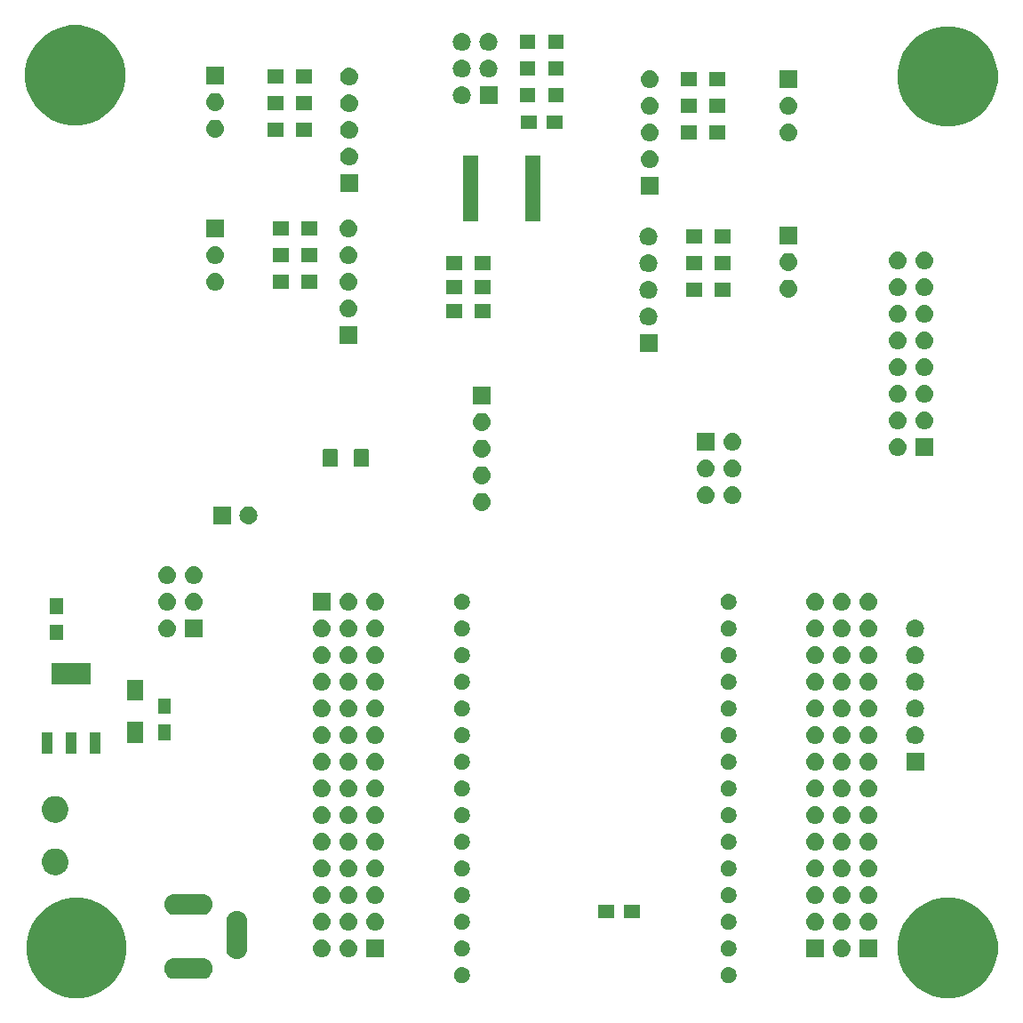
<source format=gbr>
G04 #@! TF.GenerationSoftware,KiCad,Pcbnew,(5.0.2)-1*
G04 #@! TF.CreationDate,2019-08-19T11:27:10-04:00*
G04 #@! TF.ProjectId,ESP32-Hub,45535033-322d-4487-9562-2e6b69636164,2*
G04 #@! TF.SameCoordinates,Original*
G04 #@! TF.FileFunction,Soldermask,Top*
G04 #@! TF.FilePolarity,Negative*
%FSLAX46Y46*%
G04 Gerber Fmt 4.6, Leading zero omitted, Abs format (unit mm)*
G04 Created by KiCad (PCBNEW (5.0.2)-1) date 8/19/2019 11:27:10 AM*
%MOMM*%
%LPD*%
G01*
G04 APERTURE LIST*
%ADD10C,0.150000*%
G04 APERTURE END LIST*
D10*
G36*
X100389169Y-94420519D02*
X101255889Y-94779526D01*
X102035920Y-95300726D01*
X102699274Y-95964080D01*
X103220474Y-96744111D01*
X103579481Y-97610831D01*
X103762500Y-98530933D01*
X103762500Y-99469067D01*
X103579481Y-100389169D01*
X103220474Y-101255889D01*
X102699274Y-102035920D01*
X102035920Y-102699274D01*
X101255889Y-103220474D01*
X100389169Y-103579481D01*
X99469067Y-103762500D01*
X98530933Y-103762500D01*
X97610831Y-103579481D01*
X96744111Y-103220474D01*
X95964080Y-102699274D01*
X95300726Y-102035920D01*
X94779526Y-101255889D01*
X94420519Y-100389169D01*
X94237500Y-99469067D01*
X94237500Y-98530933D01*
X94420519Y-97610831D01*
X94779526Y-96744111D01*
X95300726Y-95964080D01*
X95964080Y-95300726D01*
X96744111Y-94779526D01*
X97610831Y-94420519D01*
X98530933Y-94237500D01*
X99469067Y-94237500D01*
X100389169Y-94420519D01*
X100389169Y-94420519D01*
G37*
G36*
X17389169Y-94420519D02*
X18255889Y-94779526D01*
X19035920Y-95300726D01*
X19699274Y-95964080D01*
X20220474Y-96744111D01*
X20579481Y-97610831D01*
X20762500Y-98530933D01*
X20762500Y-99469067D01*
X20579481Y-100389169D01*
X20220474Y-101255889D01*
X19699274Y-102035920D01*
X19035920Y-102699274D01*
X18255889Y-103220474D01*
X17389169Y-103579481D01*
X16469067Y-103762500D01*
X15530933Y-103762500D01*
X14610831Y-103579481D01*
X13744111Y-103220474D01*
X12964080Y-102699274D01*
X12300726Y-102035920D01*
X11779526Y-101255889D01*
X11420519Y-100389169D01*
X11237500Y-99469067D01*
X11237500Y-98530933D01*
X11420519Y-97610831D01*
X11779526Y-96744111D01*
X12300726Y-95964080D01*
X12964080Y-95300726D01*
X13744111Y-94779526D01*
X14610831Y-94420519D01*
X15530933Y-94237500D01*
X16469067Y-94237500D01*
X17389169Y-94420519D01*
X17389169Y-94420519D01*
G37*
G36*
X52878195Y-100857522D02*
X52927267Y-100867283D01*
X53065942Y-100924724D01*
X53190750Y-101008118D01*
X53296882Y-101114250D01*
X53380276Y-101239058D01*
X53437717Y-101377734D01*
X53467000Y-101524948D01*
X53467000Y-101675052D01*
X53437717Y-101822266D01*
X53380276Y-101960942D01*
X53296882Y-102085750D01*
X53190750Y-102191882D01*
X53190747Y-102191884D01*
X53065942Y-102275276D01*
X52927267Y-102332717D01*
X52878195Y-102342478D01*
X52780052Y-102362000D01*
X52629948Y-102362000D01*
X52531805Y-102342478D01*
X52482733Y-102332717D01*
X52344058Y-102275276D01*
X52219253Y-102191884D01*
X52219250Y-102191882D01*
X52113118Y-102085750D01*
X52029724Y-101960942D01*
X51972283Y-101822266D01*
X51943000Y-101675052D01*
X51943000Y-101524948D01*
X51972283Y-101377734D01*
X52029724Y-101239058D01*
X52113118Y-101114250D01*
X52219250Y-101008118D01*
X52344058Y-100924724D01*
X52482733Y-100867283D01*
X52531805Y-100857522D01*
X52629948Y-100838000D01*
X52780052Y-100838000D01*
X52878195Y-100857522D01*
X52878195Y-100857522D01*
G37*
G36*
X78278195Y-100857522D02*
X78327267Y-100867283D01*
X78465942Y-100924724D01*
X78590750Y-101008118D01*
X78696882Y-101114250D01*
X78780276Y-101239058D01*
X78837717Y-101377734D01*
X78867000Y-101524948D01*
X78867000Y-101675052D01*
X78837717Y-101822266D01*
X78780276Y-101960942D01*
X78696882Y-102085750D01*
X78590750Y-102191882D01*
X78590747Y-102191884D01*
X78465942Y-102275276D01*
X78327267Y-102332717D01*
X78278195Y-102342478D01*
X78180052Y-102362000D01*
X78029948Y-102362000D01*
X77931805Y-102342478D01*
X77882733Y-102332717D01*
X77744058Y-102275276D01*
X77619253Y-102191884D01*
X77619250Y-102191882D01*
X77513118Y-102085750D01*
X77429724Y-101960942D01*
X77372283Y-101822266D01*
X77343000Y-101675052D01*
X77343000Y-101524948D01*
X77372283Y-101377734D01*
X77429724Y-101239058D01*
X77513118Y-101114250D01*
X77619250Y-101008118D01*
X77744058Y-100924724D01*
X77882733Y-100867283D01*
X77931805Y-100857522D01*
X78029948Y-100838000D01*
X78180052Y-100838000D01*
X78278195Y-100857522D01*
X78278195Y-100857522D01*
G37*
G36*
X28166030Y-99979469D02*
X28166033Y-99979470D01*
X28166034Y-99979470D01*
X28354535Y-100036651D01*
X28354537Y-100036652D01*
X28528260Y-100129509D01*
X28680528Y-100254472D01*
X28805491Y-100406740D01*
X28898348Y-100580463D01*
X28955531Y-100768970D01*
X28974838Y-100965000D01*
X28955531Y-101161030D01*
X28955530Y-101161033D01*
X28955530Y-101161034D01*
X28931862Y-101239058D01*
X28898348Y-101349537D01*
X28805491Y-101523260D01*
X28680528Y-101675528D01*
X28528260Y-101800491D01*
X28528258Y-101800492D01*
X28354535Y-101893349D01*
X28166034Y-101950530D01*
X28166033Y-101950530D01*
X28166030Y-101950531D01*
X28019124Y-101965000D01*
X25320876Y-101965000D01*
X25173970Y-101950531D01*
X25173967Y-101950530D01*
X25173966Y-101950530D01*
X24985465Y-101893349D01*
X24811742Y-101800492D01*
X24811740Y-101800491D01*
X24659472Y-101675528D01*
X24534509Y-101523260D01*
X24441652Y-101349537D01*
X24408139Y-101239058D01*
X24384470Y-101161034D01*
X24384470Y-101161033D01*
X24384469Y-101161030D01*
X24365162Y-100965000D01*
X24384469Y-100768970D01*
X24441652Y-100580463D01*
X24534509Y-100406740D01*
X24659472Y-100254472D01*
X24811740Y-100129509D01*
X24985463Y-100036652D01*
X24985465Y-100036651D01*
X25173966Y-99979470D01*
X25173967Y-99979470D01*
X25173970Y-99979469D01*
X25320876Y-99965000D01*
X28019124Y-99965000D01*
X28166030Y-99979469D01*
X28166030Y-99979469D01*
G37*
G36*
X31466029Y-95479469D02*
X31466032Y-95479470D01*
X31466033Y-95479470D01*
X31654534Y-95536651D01*
X31654536Y-95536652D01*
X31654539Y-95536653D01*
X31828258Y-95629507D01*
X31980528Y-95754472D01*
X32105491Y-95906740D01*
X32198348Y-96080463D01*
X32255531Y-96268970D01*
X32270000Y-96415876D01*
X32270000Y-99114124D01*
X32255531Y-99261030D01*
X32255530Y-99261033D01*
X32255530Y-99261034D01*
X32207023Y-99420942D01*
X32198348Y-99449537D01*
X32105491Y-99623260D01*
X31980528Y-99775528D01*
X31828260Y-99900491D01*
X31828258Y-99900492D01*
X31654535Y-99993349D01*
X31466034Y-100050530D01*
X31466033Y-100050530D01*
X31466030Y-100050531D01*
X31270000Y-100069838D01*
X31073971Y-100050531D01*
X31073968Y-100050530D01*
X31073967Y-100050530D01*
X30885466Y-99993349D01*
X30711743Y-99900492D01*
X30711741Y-99900491D01*
X30559473Y-99775528D01*
X30434510Y-99623260D01*
X30341653Y-99449537D01*
X30332979Y-99420942D01*
X30284471Y-99261034D01*
X30284471Y-99261033D01*
X30284470Y-99261030D01*
X30270001Y-99114124D01*
X30270000Y-96415877D01*
X30284469Y-96268971D01*
X30284470Y-96268967D01*
X30341651Y-96080466D01*
X30341652Y-96080464D01*
X30341653Y-96080461D01*
X30434507Y-95906742D01*
X30559472Y-95754472D01*
X30711740Y-95629509D01*
X30885463Y-95536652D01*
X30885465Y-95536651D01*
X31073966Y-95479470D01*
X31073967Y-95479470D01*
X31073970Y-95479469D01*
X31270000Y-95460162D01*
X31466029Y-95479469D01*
X31466029Y-95479469D01*
G37*
G36*
X39536630Y-98222299D02*
X39696855Y-98270903D01*
X39844520Y-98349831D01*
X39973949Y-98456051D01*
X40080169Y-98585480D01*
X40159097Y-98733145D01*
X40207701Y-98893370D01*
X40224112Y-99060000D01*
X40207701Y-99226630D01*
X40159097Y-99386855D01*
X40080169Y-99534520D01*
X39973949Y-99663949D01*
X39844520Y-99770169D01*
X39696855Y-99849097D01*
X39536630Y-99897701D01*
X39411752Y-99910000D01*
X39328248Y-99910000D01*
X39203370Y-99897701D01*
X39043145Y-99849097D01*
X38895480Y-99770169D01*
X38766051Y-99663949D01*
X38659831Y-99534520D01*
X38580903Y-99386855D01*
X38532299Y-99226630D01*
X38515888Y-99060000D01*
X38532299Y-98893370D01*
X38580903Y-98733145D01*
X38659831Y-98585480D01*
X38766051Y-98456051D01*
X38895480Y-98349831D01*
X39043145Y-98270903D01*
X39203370Y-98222299D01*
X39328248Y-98210000D01*
X39411752Y-98210000D01*
X39536630Y-98222299D01*
X39536630Y-98222299D01*
G37*
G36*
X92290000Y-99910000D02*
X90590000Y-99910000D01*
X90590000Y-98210000D01*
X92290000Y-98210000D01*
X92290000Y-99910000D01*
X92290000Y-99910000D01*
G37*
G36*
X45300000Y-99910000D02*
X43600000Y-99910000D01*
X43600000Y-98210000D01*
X45300000Y-98210000D01*
X45300000Y-99910000D01*
X45300000Y-99910000D01*
G37*
G36*
X87210000Y-99910000D02*
X85510000Y-99910000D01*
X85510000Y-98210000D01*
X87210000Y-98210000D01*
X87210000Y-99910000D01*
X87210000Y-99910000D01*
G37*
G36*
X89066630Y-98222299D02*
X89226855Y-98270903D01*
X89374520Y-98349831D01*
X89503949Y-98456051D01*
X89610169Y-98585480D01*
X89689097Y-98733145D01*
X89737701Y-98893370D01*
X89754112Y-99060000D01*
X89737701Y-99226630D01*
X89689097Y-99386855D01*
X89610169Y-99534520D01*
X89503949Y-99663949D01*
X89374520Y-99770169D01*
X89226855Y-99849097D01*
X89066630Y-99897701D01*
X88941752Y-99910000D01*
X88858248Y-99910000D01*
X88733370Y-99897701D01*
X88573145Y-99849097D01*
X88425480Y-99770169D01*
X88296051Y-99663949D01*
X88189831Y-99534520D01*
X88110903Y-99386855D01*
X88062299Y-99226630D01*
X88045888Y-99060000D01*
X88062299Y-98893370D01*
X88110903Y-98733145D01*
X88189831Y-98585480D01*
X88296051Y-98456051D01*
X88425480Y-98349831D01*
X88573145Y-98270903D01*
X88733370Y-98222299D01*
X88858248Y-98210000D01*
X88941752Y-98210000D01*
X89066630Y-98222299D01*
X89066630Y-98222299D01*
G37*
G36*
X42076630Y-98222299D02*
X42236855Y-98270903D01*
X42384520Y-98349831D01*
X42513949Y-98456051D01*
X42620169Y-98585480D01*
X42699097Y-98733145D01*
X42747701Y-98893370D01*
X42764112Y-99060000D01*
X42747701Y-99226630D01*
X42699097Y-99386855D01*
X42620169Y-99534520D01*
X42513949Y-99663949D01*
X42384520Y-99770169D01*
X42236855Y-99849097D01*
X42076630Y-99897701D01*
X41951752Y-99910000D01*
X41868248Y-99910000D01*
X41743370Y-99897701D01*
X41583145Y-99849097D01*
X41435480Y-99770169D01*
X41306051Y-99663949D01*
X41199831Y-99534520D01*
X41120903Y-99386855D01*
X41072299Y-99226630D01*
X41055888Y-99060000D01*
X41072299Y-98893370D01*
X41120903Y-98733145D01*
X41199831Y-98585480D01*
X41306051Y-98456051D01*
X41435480Y-98349831D01*
X41583145Y-98270903D01*
X41743370Y-98222299D01*
X41868248Y-98210000D01*
X41951752Y-98210000D01*
X42076630Y-98222299D01*
X42076630Y-98222299D01*
G37*
G36*
X78278195Y-98317522D02*
X78327267Y-98327283D01*
X78381705Y-98349832D01*
X78465942Y-98384724D01*
X78590750Y-98468118D01*
X78696882Y-98574250D01*
X78780276Y-98699058D01*
X78837717Y-98837734D01*
X78867000Y-98984948D01*
X78867000Y-99135052D01*
X78837717Y-99282266D01*
X78780276Y-99420942D01*
X78696882Y-99545750D01*
X78590750Y-99651882D01*
X78590747Y-99651884D01*
X78465942Y-99735276D01*
X78327267Y-99792717D01*
X78278195Y-99802478D01*
X78180052Y-99822000D01*
X78029948Y-99822000D01*
X77931805Y-99802478D01*
X77882733Y-99792717D01*
X77744058Y-99735276D01*
X77619253Y-99651884D01*
X77619250Y-99651882D01*
X77513118Y-99545750D01*
X77429724Y-99420942D01*
X77372283Y-99282266D01*
X77343000Y-99135052D01*
X77343000Y-98984948D01*
X77372283Y-98837734D01*
X77429724Y-98699058D01*
X77513118Y-98574250D01*
X77619250Y-98468118D01*
X77744058Y-98384724D01*
X77828295Y-98349832D01*
X77882733Y-98327283D01*
X77931805Y-98317522D01*
X78029948Y-98298000D01*
X78180052Y-98298000D01*
X78278195Y-98317522D01*
X78278195Y-98317522D01*
G37*
G36*
X52878195Y-98317522D02*
X52927267Y-98327283D01*
X52981705Y-98349832D01*
X53065942Y-98384724D01*
X53190750Y-98468118D01*
X53296882Y-98574250D01*
X53380276Y-98699058D01*
X53437717Y-98837734D01*
X53467000Y-98984948D01*
X53467000Y-99135052D01*
X53437717Y-99282266D01*
X53380276Y-99420942D01*
X53296882Y-99545750D01*
X53190750Y-99651882D01*
X53190747Y-99651884D01*
X53065942Y-99735276D01*
X52927267Y-99792717D01*
X52878195Y-99802478D01*
X52780052Y-99822000D01*
X52629948Y-99822000D01*
X52531805Y-99802478D01*
X52482733Y-99792717D01*
X52344058Y-99735276D01*
X52219253Y-99651884D01*
X52219250Y-99651882D01*
X52113118Y-99545750D01*
X52029724Y-99420942D01*
X51972283Y-99282266D01*
X51943000Y-99135052D01*
X51943000Y-98984948D01*
X51972283Y-98837734D01*
X52029724Y-98699058D01*
X52113118Y-98574250D01*
X52219250Y-98468118D01*
X52344058Y-98384724D01*
X52428295Y-98349832D01*
X52482733Y-98327283D01*
X52531805Y-98317522D01*
X52629948Y-98298000D01*
X52780052Y-98298000D01*
X52878195Y-98317522D01*
X52878195Y-98317522D01*
G37*
G36*
X91606630Y-95682299D02*
X91766855Y-95730903D01*
X91914520Y-95809831D01*
X92043949Y-95916051D01*
X92150169Y-96045480D01*
X92229097Y-96193145D01*
X92277701Y-96353370D01*
X92294112Y-96520000D01*
X92277701Y-96686630D01*
X92229097Y-96846855D01*
X92150169Y-96994520D01*
X92043949Y-97123949D01*
X91914520Y-97230169D01*
X91766855Y-97309097D01*
X91606630Y-97357701D01*
X91481752Y-97370000D01*
X91398248Y-97370000D01*
X91273370Y-97357701D01*
X91113145Y-97309097D01*
X90965480Y-97230169D01*
X90836051Y-97123949D01*
X90729831Y-96994520D01*
X90650903Y-96846855D01*
X90602299Y-96686630D01*
X90585888Y-96520000D01*
X90602299Y-96353370D01*
X90650903Y-96193145D01*
X90729831Y-96045480D01*
X90836051Y-95916051D01*
X90965480Y-95809831D01*
X91113145Y-95730903D01*
X91273370Y-95682299D01*
X91398248Y-95670000D01*
X91481752Y-95670000D01*
X91606630Y-95682299D01*
X91606630Y-95682299D01*
G37*
G36*
X86526630Y-95682299D02*
X86686855Y-95730903D01*
X86834520Y-95809831D01*
X86963949Y-95916051D01*
X87070169Y-96045480D01*
X87149097Y-96193145D01*
X87197701Y-96353370D01*
X87214112Y-96520000D01*
X87197701Y-96686630D01*
X87149097Y-96846855D01*
X87070169Y-96994520D01*
X86963949Y-97123949D01*
X86834520Y-97230169D01*
X86686855Y-97309097D01*
X86526630Y-97357701D01*
X86401752Y-97370000D01*
X86318248Y-97370000D01*
X86193370Y-97357701D01*
X86033145Y-97309097D01*
X85885480Y-97230169D01*
X85756051Y-97123949D01*
X85649831Y-96994520D01*
X85570903Y-96846855D01*
X85522299Y-96686630D01*
X85505888Y-96520000D01*
X85522299Y-96353370D01*
X85570903Y-96193145D01*
X85649831Y-96045480D01*
X85756051Y-95916051D01*
X85885480Y-95809831D01*
X86033145Y-95730903D01*
X86193370Y-95682299D01*
X86318248Y-95670000D01*
X86401752Y-95670000D01*
X86526630Y-95682299D01*
X86526630Y-95682299D01*
G37*
G36*
X44616630Y-95682299D02*
X44776855Y-95730903D01*
X44924520Y-95809831D01*
X45053949Y-95916051D01*
X45160169Y-96045480D01*
X45239097Y-96193145D01*
X45287701Y-96353370D01*
X45304112Y-96520000D01*
X45287701Y-96686630D01*
X45239097Y-96846855D01*
X45160169Y-96994520D01*
X45053949Y-97123949D01*
X44924520Y-97230169D01*
X44776855Y-97309097D01*
X44616630Y-97357701D01*
X44491752Y-97370000D01*
X44408248Y-97370000D01*
X44283370Y-97357701D01*
X44123145Y-97309097D01*
X43975480Y-97230169D01*
X43846051Y-97123949D01*
X43739831Y-96994520D01*
X43660903Y-96846855D01*
X43612299Y-96686630D01*
X43595888Y-96520000D01*
X43612299Y-96353370D01*
X43660903Y-96193145D01*
X43739831Y-96045480D01*
X43846051Y-95916051D01*
X43975480Y-95809831D01*
X44123145Y-95730903D01*
X44283370Y-95682299D01*
X44408248Y-95670000D01*
X44491752Y-95670000D01*
X44616630Y-95682299D01*
X44616630Y-95682299D01*
G37*
G36*
X89066630Y-95682299D02*
X89226855Y-95730903D01*
X89374520Y-95809831D01*
X89503949Y-95916051D01*
X89610169Y-96045480D01*
X89689097Y-96193145D01*
X89737701Y-96353370D01*
X89754112Y-96520000D01*
X89737701Y-96686630D01*
X89689097Y-96846855D01*
X89610169Y-96994520D01*
X89503949Y-97123949D01*
X89374520Y-97230169D01*
X89226855Y-97309097D01*
X89066630Y-97357701D01*
X88941752Y-97370000D01*
X88858248Y-97370000D01*
X88733370Y-97357701D01*
X88573145Y-97309097D01*
X88425480Y-97230169D01*
X88296051Y-97123949D01*
X88189831Y-96994520D01*
X88110903Y-96846855D01*
X88062299Y-96686630D01*
X88045888Y-96520000D01*
X88062299Y-96353370D01*
X88110903Y-96193145D01*
X88189831Y-96045480D01*
X88296051Y-95916051D01*
X88425480Y-95809831D01*
X88573145Y-95730903D01*
X88733370Y-95682299D01*
X88858248Y-95670000D01*
X88941752Y-95670000D01*
X89066630Y-95682299D01*
X89066630Y-95682299D01*
G37*
G36*
X42076630Y-95682299D02*
X42236855Y-95730903D01*
X42384520Y-95809831D01*
X42513949Y-95916051D01*
X42620169Y-96045480D01*
X42699097Y-96193145D01*
X42747701Y-96353370D01*
X42764112Y-96520000D01*
X42747701Y-96686630D01*
X42699097Y-96846855D01*
X42620169Y-96994520D01*
X42513949Y-97123949D01*
X42384520Y-97230169D01*
X42236855Y-97309097D01*
X42076630Y-97357701D01*
X41951752Y-97370000D01*
X41868248Y-97370000D01*
X41743370Y-97357701D01*
X41583145Y-97309097D01*
X41435480Y-97230169D01*
X41306051Y-97123949D01*
X41199831Y-96994520D01*
X41120903Y-96846855D01*
X41072299Y-96686630D01*
X41055888Y-96520000D01*
X41072299Y-96353370D01*
X41120903Y-96193145D01*
X41199831Y-96045480D01*
X41306051Y-95916051D01*
X41435480Y-95809831D01*
X41583145Y-95730903D01*
X41743370Y-95682299D01*
X41868248Y-95670000D01*
X41951752Y-95670000D01*
X42076630Y-95682299D01*
X42076630Y-95682299D01*
G37*
G36*
X39536630Y-95682299D02*
X39696855Y-95730903D01*
X39844520Y-95809831D01*
X39973949Y-95916051D01*
X40080169Y-96045480D01*
X40159097Y-96193145D01*
X40207701Y-96353370D01*
X40224112Y-96520000D01*
X40207701Y-96686630D01*
X40159097Y-96846855D01*
X40080169Y-96994520D01*
X39973949Y-97123949D01*
X39844520Y-97230169D01*
X39696855Y-97309097D01*
X39536630Y-97357701D01*
X39411752Y-97370000D01*
X39328248Y-97370000D01*
X39203370Y-97357701D01*
X39043145Y-97309097D01*
X38895480Y-97230169D01*
X38766051Y-97123949D01*
X38659831Y-96994520D01*
X38580903Y-96846855D01*
X38532299Y-96686630D01*
X38515888Y-96520000D01*
X38532299Y-96353370D01*
X38580903Y-96193145D01*
X38659831Y-96045480D01*
X38766051Y-95916051D01*
X38895480Y-95809831D01*
X39043145Y-95730903D01*
X39203370Y-95682299D01*
X39328248Y-95670000D01*
X39411752Y-95670000D01*
X39536630Y-95682299D01*
X39536630Y-95682299D01*
G37*
G36*
X78278195Y-95777522D02*
X78327267Y-95787283D01*
X78381705Y-95809832D01*
X78465942Y-95844724D01*
X78590750Y-95928118D01*
X78696882Y-96034250D01*
X78696884Y-96034253D01*
X78780276Y-96159058D01*
X78837717Y-96297733D01*
X78867000Y-96444950D01*
X78867000Y-96595050D01*
X78837717Y-96742267D01*
X78836953Y-96744111D01*
X78780276Y-96880942D01*
X78696882Y-97005750D01*
X78590750Y-97111882D01*
X78590747Y-97111884D01*
X78465942Y-97195276D01*
X78327267Y-97252717D01*
X78278195Y-97262478D01*
X78180052Y-97282000D01*
X78029948Y-97282000D01*
X77931805Y-97262478D01*
X77882733Y-97252717D01*
X77744058Y-97195276D01*
X77619253Y-97111884D01*
X77619250Y-97111882D01*
X77513118Y-97005750D01*
X77429724Y-96880942D01*
X77373047Y-96744111D01*
X77372283Y-96742267D01*
X77343000Y-96595050D01*
X77343000Y-96444950D01*
X77372283Y-96297733D01*
X77429724Y-96159058D01*
X77513116Y-96034253D01*
X77513118Y-96034250D01*
X77619250Y-95928118D01*
X77744058Y-95844724D01*
X77828295Y-95809832D01*
X77882733Y-95787283D01*
X77931805Y-95777522D01*
X78029948Y-95758000D01*
X78180052Y-95758000D01*
X78278195Y-95777522D01*
X78278195Y-95777522D01*
G37*
G36*
X52878195Y-95777522D02*
X52927267Y-95787283D01*
X52981705Y-95809832D01*
X53065942Y-95844724D01*
X53190750Y-95928118D01*
X53296882Y-96034250D01*
X53296884Y-96034253D01*
X53380276Y-96159058D01*
X53437717Y-96297733D01*
X53467000Y-96444950D01*
X53467000Y-96595050D01*
X53437717Y-96742267D01*
X53436953Y-96744111D01*
X53380276Y-96880942D01*
X53296882Y-97005750D01*
X53190750Y-97111882D01*
X53190747Y-97111884D01*
X53065942Y-97195276D01*
X52927267Y-97252717D01*
X52878195Y-97262478D01*
X52780052Y-97282000D01*
X52629948Y-97282000D01*
X52531805Y-97262478D01*
X52482733Y-97252717D01*
X52344058Y-97195276D01*
X52219253Y-97111884D01*
X52219250Y-97111882D01*
X52113118Y-97005750D01*
X52029724Y-96880942D01*
X51973047Y-96744111D01*
X51972283Y-96742267D01*
X51943000Y-96595050D01*
X51943000Y-96444950D01*
X51972283Y-96297733D01*
X52029724Y-96159058D01*
X52113116Y-96034253D01*
X52113118Y-96034250D01*
X52219250Y-95928118D01*
X52344058Y-95844724D01*
X52428295Y-95809832D01*
X52482733Y-95787283D01*
X52531805Y-95777522D01*
X52629948Y-95758000D01*
X52780052Y-95758000D01*
X52878195Y-95777522D01*
X52878195Y-95777522D01*
G37*
G36*
X67191000Y-96129000D02*
X65691000Y-96129000D01*
X65691000Y-94879000D01*
X67191000Y-94879000D01*
X67191000Y-96129000D01*
X67191000Y-96129000D01*
G37*
G36*
X69691000Y-96129000D02*
X68191000Y-96129000D01*
X68191000Y-94879000D01*
X69691000Y-94879000D01*
X69691000Y-96129000D01*
X69691000Y-96129000D01*
G37*
G36*
X28166030Y-93879469D02*
X28166033Y-93879470D01*
X28166034Y-93879470D01*
X28354535Y-93936651D01*
X28354537Y-93936652D01*
X28528260Y-94029509D01*
X28680528Y-94154472D01*
X28805491Y-94306740D01*
X28805492Y-94306742D01*
X28898349Y-94480465D01*
X28929740Y-94583948D01*
X28955531Y-94668970D01*
X28974838Y-94865000D01*
X28955531Y-95061030D01*
X28898348Y-95249537D01*
X28805491Y-95423260D01*
X28680528Y-95575528D01*
X28528260Y-95700491D01*
X28528258Y-95700492D01*
X28354535Y-95793349D01*
X28166034Y-95850530D01*
X28166033Y-95850530D01*
X28166030Y-95850531D01*
X28019124Y-95865000D01*
X25320876Y-95865000D01*
X25173970Y-95850531D01*
X25173967Y-95850530D01*
X25173966Y-95850530D01*
X24985465Y-95793349D01*
X24811742Y-95700492D01*
X24811740Y-95700491D01*
X24659472Y-95575528D01*
X24534509Y-95423260D01*
X24441652Y-95249537D01*
X24384469Y-95061030D01*
X24365162Y-94865000D01*
X24384469Y-94668970D01*
X24410260Y-94583948D01*
X24441651Y-94480465D01*
X24534508Y-94306742D01*
X24534509Y-94306740D01*
X24659472Y-94154472D01*
X24811740Y-94029509D01*
X24985463Y-93936652D01*
X24985465Y-93936651D01*
X25173966Y-93879470D01*
X25173967Y-93879470D01*
X25173970Y-93879469D01*
X25320876Y-93865000D01*
X28019124Y-93865000D01*
X28166030Y-93879469D01*
X28166030Y-93879469D01*
G37*
G36*
X42076630Y-93142299D02*
X42236855Y-93190903D01*
X42384520Y-93269831D01*
X42513949Y-93376051D01*
X42620169Y-93505480D01*
X42699097Y-93653145D01*
X42747701Y-93813370D01*
X42764112Y-93980000D01*
X42747701Y-94146630D01*
X42699097Y-94306855D01*
X42620169Y-94454520D01*
X42513949Y-94583949D01*
X42384520Y-94690169D01*
X42236855Y-94769097D01*
X42076630Y-94817701D01*
X41951752Y-94830000D01*
X41868248Y-94830000D01*
X41743370Y-94817701D01*
X41583145Y-94769097D01*
X41435480Y-94690169D01*
X41306051Y-94583949D01*
X41199831Y-94454520D01*
X41120903Y-94306855D01*
X41072299Y-94146630D01*
X41055888Y-93980000D01*
X41072299Y-93813370D01*
X41120903Y-93653145D01*
X41199831Y-93505480D01*
X41306051Y-93376051D01*
X41435480Y-93269831D01*
X41583145Y-93190903D01*
X41743370Y-93142299D01*
X41868248Y-93130000D01*
X41951752Y-93130000D01*
X42076630Y-93142299D01*
X42076630Y-93142299D01*
G37*
G36*
X39536630Y-93142299D02*
X39696855Y-93190903D01*
X39844520Y-93269831D01*
X39973949Y-93376051D01*
X40080169Y-93505480D01*
X40159097Y-93653145D01*
X40207701Y-93813370D01*
X40224112Y-93980000D01*
X40207701Y-94146630D01*
X40159097Y-94306855D01*
X40080169Y-94454520D01*
X39973949Y-94583949D01*
X39844520Y-94690169D01*
X39696855Y-94769097D01*
X39536630Y-94817701D01*
X39411752Y-94830000D01*
X39328248Y-94830000D01*
X39203370Y-94817701D01*
X39043145Y-94769097D01*
X38895480Y-94690169D01*
X38766051Y-94583949D01*
X38659831Y-94454520D01*
X38580903Y-94306855D01*
X38532299Y-94146630D01*
X38515888Y-93980000D01*
X38532299Y-93813370D01*
X38580903Y-93653145D01*
X38659831Y-93505480D01*
X38766051Y-93376051D01*
X38895480Y-93269831D01*
X39043145Y-93190903D01*
X39203370Y-93142299D01*
X39328248Y-93130000D01*
X39411752Y-93130000D01*
X39536630Y-93142299D01*
X39536630Y-93142299D01*
G37*
G36*
X89066630Y-93142299D02*
X89226855Y-93190903D01*
X89374520Y-93269831D01*
X89503949Y-93376051D01*
X89610169Y-93505480D01*
X89689097Y-93653145D01*
X89737701Y-93813370D01*
X89754112Y-93980000D01*
X89737701Y-94146630D01*
X89689097Y-94306855D01*
X89610169Y-94454520D01*
X89503949Y-94583949D01*
X89374520Y-94690169D01*
X89226855Y-94769097D01*
X89066630Y-94817701D01*
X88941752Y-94830000D01*
X88858248Y-94830000D01*
X88733370Y-94817701D01*
X88573145Y-94769097D01*
X88425480Y-94690169D01*
X88296051Y-94583949D01*
X88189831Y-94454520D01*
X88110903Y-94306855D01*
X88062299Y-94146630D01*
X88045888Y-93980000D01*
X88062299Y-93813370D01*
X88110903Y-93653145D01*
X88189831Y-93505480D01*
X88296051Y-93376051D01*
X88425480Y-93269831D01*
X88573145Y-93190903D01*
X88733370Y-93142299D01*
X88858248Y-93130000D01*
X88941752Y-93130000D01*
X89066630Y-93142299D01*
X89066630Y-93142299D01*
G37*
G36*
X91606630Y-93142299D02*
X91766855Y-93190903D01*
X91914520Y-93269831D01*
X92043949Y-93376051D01*
X92150169Y-93505480D01*
X92229097Y-93653145D01*
X92277701Y-93813370D01*
X92294112Y-93980000D01*
X92277701Y-94146630D01*
X92229097Y-94306855D01*
X92150169Y-94454520D01*
X92043949Y-94583949D01*
X91914520Y-94690169D01*
X91766855Y-94769097D01*
X91606630Y-94817701D01*
X91481752Y-94830000D01*
X91398248Y-94830000D01*
X91273370Y-94817701D01*
X91113145Y-94769097D01*
X90965480Y-94690169D01*
X90836051Y-94583949D01*
X90729831Y-94454520D01*
X90650903Y-94306855D01*
X90602299Y-94146630D01*
X90585888Y-93980000D01*
X90602299Y-93813370D01*
X90650903Y-93653145D01*
X90729831Y-93505480D01*
X90836051Y-93376051D01*
X90965480Y-93269831D01*
X91113145Y-93190903D01*
X91273370Y-93142299D01*
X91398248Y-93130000D01*
X91481752Y-93130000D01*
X91606630Y-93142299D01*
X91606630Y-93142299D01*
G37*
G36*
X86526630Y-93142299D02*
X86686855Y-93190903D01*
X86834520Y-93269831D01*
X86963949Y-93376051D01*
X87070169Y-93505480D01*
X87149097Y-93653145D01*
X87197701Y-93813370D01*
X87214112Y-93980000D01*
X87197701Y-94146630D01*
X87149097Y-94306855D01*
X87070169Y-94454520D01*
X86963949Y-94583949D01*
X86834520Y-94690169D01*
X86686855Y-94769097D01*
X86526630Y-94817701D01*
X86401752Y-94830000D01*
X86318248Y-94830000D01*
X86193370Y-94817701D01*
X86033145Y-94769097D01*
X85885480Y-94690169D01*
X85756051Y-94583949D01*
X85649831Y-94454520D01*
X85570903Y-94306855D01*
X85522299Y-94146630D01*
X85505888Y-93980000D01*
X85522299Y-93813370D01*
X85570903Y-93653145D01*
X85649831Y-93505480D01*
X85756051Y-93376051D01*
X85885480Y-93269831D01*
X86033145Y-93190903D01*
X86193370Y-93142299D01*
X86318248Y-93130000D01*
X86401752Y-93130000D01*
X86526630Y-93142299D01*
X86526630Y-93142299D01*
G37*
G36*
X44616630Y-93142299D02*
X44776855Y-93190903D01*
X44924520Y-93269831D01*
X45053949Y-93376051D01*
X45160169Y-93505480D01*
X45239097Y-93653145D01*
X45287701Y-93813370D01*
X45304112Y-93980000D01*
X45287701Y-94146630D01*
X45239097Y-94306855D01*
X45160169Y-94454520D01*
X45053949Y-94583949D01*
X44924520Y-94690169D01*
X44776855Y-94769097D01*
X44616630Y-94817701D01*
X44491752Y-94830000D01*
X44408248Y-94830000D01*
X44283370Y-94817701D01*
X44123145Y-94769097D01*
X43975480Y-94690169D01*
X43846051Y-94583949D01*
X43739831Y-94454520D01*
X43660903Y-94306855D01*
X43612299Y-94146630D01*
X43595888Y-93980000D01*
X43612299Y-93813370D01*
X43660903Y-93653145D01*
X43739831Y-93505480D01*
X43846051Y-93376051D01*
X43975480Y-93269831D01*
X44123145Y-93190903D01*
X44283370Y-93142299D01*
X44408248Y-93130000D01*
X44491752Y-93130000D01*
X44616630Y-93142299D01*
X44616630Y-93142299D01*
G37*
G36*
X52878195Y-93237522D02*
X52927267Y-93247283D01*
X52981705Y-93269832D01*
X53065942Y-93304724D01*
X53190750Y-93388118D01*
X53296882Y-93494250D01*
X53380276Y-93619058D01*
X53437717Y-93757734D01*
X53467000Y-93904948D01*
X53467000Y-94055052D01*
X53437717Y-94202266D01*
X53380276Y-94340942D01*
X53296882Y-94465750D01*
X53190750Y-94571882D01*
X53190747Y-94571884D01*
X53065942Y-94655276D01*
X52927267Y-94712717D01*
X52878195Y-94722478D01*
X52780052Y-94742000D01*
X52629948Y-94742000D01*
X52531805Y-94722478D01*
X52482733Y-94712717D01*
X52344058Y-94655276D01*
X52219253Y-94571884D01*
X52219250Y-94571882D01*
X52113118Y-94465750D01*
X52029724Y-94340942D01*
X51972283Y-94202266D01*
X51943000Y-94055052D01*
X51943000Y-93904948D01*
X51972283Y-93757734D01*
X52029724Y-93619058D01*
X52113118Y-93494250D01*
X52219250Y-93388118D01*
X52344058Y-93304724D01*
X52428295Y-93269832D01*
X52482733Y-93247283D01*
X52531805Y-93237522D01*
X52629948Y-93218000D01*
X52780052Y-93218000D01*
X52878195Y-93237522D01*
X52878195Y-93237522D01*
G37*
G36*
X78278195Y-93237522D02*
X78327267Y-93247283D01*
X78381705Y-93269832D01*
X78465942Y-93304724D01*
X78590750Y-93388118D01*
X78696882Y-93494250D01*
X78780276Y-93619058D01*
X78837717Y-93757734D01*
X78867000Y-93904948D01*
X78867000Y-94055052D01*
X78837717Y-94202266D01*
X78780276Y-94340942D01*
X78696882Y-94465750D01*
X78590750Y-94571882D01*
X78590747Y-94571884D01*
X78465942Y-94655276D01*
X78327267Y-94712717D01*
X78278195Y-94722478D01*
X78180052Y-94742000D01*
X78029948Y-94742000D01*
X77931805Y-94722478D01*
X77882733Y-94712717D01*
X77744058Y-94655276D01*
X77619253Y-94571884D01*
X77619250Y-94571882D01*
X77513118Y-94465750D01*
X77429724Y-94340942D01*
X77372283Y-94202266D01*
X77343000Y-94055052D01*
X77343000Y-93904948D01*
X77372283Y-93757734D01*
X77429724Y-93619058D01*
X77513118Y-93494250D01*
X77619250Y-93388118D01*
X77744058Y-93304724D01*
X77828295Y-93269832D01*
X77882733Y-93247283D01*
X77931805Y-93237522D01*
X78029948Y-93218000D01*
X78180052Y-93218000D01*
X78278195Y-93237522D01*
X78278195Y-93237522D01*
G37*
G36*
X89066630Y-90602299D02*
X89226855Y-90650903D01*
X89374520Y-90729831D01*
X89503949Y-90836051D01*
X89610169Y-90965480D01*
X89689097Y-91113145D01*
X89737701Y-91273370D01*
X89754112Y-91440000D01*
X89737701Y-91606630D01*
X89689097Y-91766855D01*
X89610169Y-91914520D01*
X89503949Y-92043949D01*
X89374520Y-92150169D01*
X89226855Y-92229097D01*
X89066630Y-92277701D01*
X88941752Y-92290000D01*
X88858248Y-92290000D01*
X88733370Y-92277701D01*
X88573145Y-92229097D01*
X88425480Y-92150169D01*
X88296051Y-92043949D01*
X88189831Y-91914520D01*
X88110903Y-91766855D01*
X88062299Y-91606630D01*
X88045888Y-91440000D01*
X88062299Y-91273370D01*
X88110903Y-91113145D01*
X88189831Y-90965480D01*
X88296051Y-90836051D01*
X88425480Y-90729831D01*
X88573145Y-90650903D01*
X88733370Y-90602299D01*
X88858248Y-90590000D01*
X88941752Y-90590000D01*
X89066630Y-90602299D01*
X89066630Y-90602299D01*
G37*
G36*
X91606630Y-90602299D02*
X91766855Y-90650903D01*
X91914520Y-90729831D01*
X92043949Y-90836051D01*
X92150169Y-90965480D01*
X92229097Y-91113145D01*
X92277701Y-91273370D01*
X92294112Y-91440000D01*
X92277701Y-91606630D01*
X92229097Y-91766855D01*
X92150169Y-91914520D01*
X92043949Y-92043949D01*
X91914520Y-92150169D01*
X91766855Y-92229097D01*
X91606630Y-92277701D01*
X91481752Y-92290000D01*
X91398248Y-92290000D01*
X91273370Y-92277701D01*
X91113145Y-92229097D01*
X90965480Y-92150169D01*
X90836051Y-92043949D01*
X90729831Y-91914520D01*
X90650903Y-91766855D01*
X90602299Y-91606630D01*
X90585888Y-91440000D01*
X90602299Y-91273370D01*
X90650903Y-91113145D01*
X90729831Y-90965480D01*
X90836051Y-90836051D01*
X90965480Y-90729831D01*
X91113145Y-90650903D01*
X91273370Y-90602299D01*
X91398248Y-90590000D01*
X91481752Y-90590000D01*
X91606630Y-90602299D01*
X91606630Y-90602299D01*
G37*
G36*
X39536630Y-90602299D02*
X39696855Y-90650903D01*
X39844520Y-90729831D01*
X39973949Y-90836051D01*
X40080169Y-90965480D01*
X40159097Y-91113145D01*
X40207701Y-91273370D01*
X40224112Y-91440000D01*
X40207701Y-91606630D01*
X40159097Y-91766855D01*
X40080169Y-91914520D01*
X39973949Y-92043949D01*
X39844520Y-92150169D01*
X39696855Y-92229097D01*
X39536630Y-92277701D01*
X39411752Y-92290000D01*
X39328248Y-92290000D01*
X39203370Y-92277701D01*
X39043145Y-92229097D01*
X38895480Y-92150169D01*
X38766051Y-92043949D01*
X38659831Y-91914520D01*
X38580903Y-91766855D01*
X38532299Y-91606630D01*
X38515888Y-91440000D01*
X38532299Y-91273370D01*
X38580903Y-91113145D01*
X38659831Y-90965480D01*
X38766051Y-90836051D01*
X38895480Y-90729831D01*
X39043145Y-90650903D01*
X39203370Y-90602299D01*
X39328248Y-90590000D01*
X39411752Y-90590000D01*
X39536630Y-90602299D01*
X39536630Y-90602299D01*
G37*
G36*
X42076630Y-90602299D02*
X42236855Y-90650903D01*
X42384520Y-90729831D01*
X42513949Y-90836051D01*
X42620169Y-90965480D01*
X42699097Y-91113145D01*
X42747701Y-91273370D01*
X42764112Y-91440000D01*
X42747701Y-91606630D01*
X42699097Y-91766855D01*
X42620169Y-91914520D01*
X42513949Y-92043949D01*
X42384520Y-92150169D01*
X42236855Y-92229097D01*
X42076630Y-92277701D01*
X41951752Y-92290000D01*
X41868248Y-92290000D01*
X41743370Y-92277701D01*
X41583145Y-92229097D01*
X41435480Y-92150169D01*
X41306051Y-92043949D01*
X41199831Y-91914520D01*
X41120903Y-91766855D01*
X41072299Y-91606630D01*
X41055888Y-91440000D01*
X41072299Y-91273370D01*
X41120903Y-91113145D01*
X41199831Y-90965480D01*
X41306051Y-90836051D01*
X41435480Y-90729831D01*
X41583145Y-90650903D01*
X41743370Y-90602299D01*
X41868248Y-90590000D01*
X41951752Y-90590000D01*
X42076630Y-90602299D01*
X42076630Y-90602299D01*
G37*
G36*
X44616630Y-90602299D02*
X44776855Y-90650903D01*
X44924520Y-90729831D01*
X45053949Y-90836051D01*
X45160169Y-90965480D01*
X45239097Y-91113145D01*
X45287701Y-91273370D01*
X45304112Y-91440000D01*
X45287701Y-91606630D01*
X45239097Y-91766855D01*
X45160169Y-91914520D01*
X45053949Y-92043949D01*
X44924520Y-92150169D01*
X44776855Y-92229097D01*
X44616630Y-92277701D01*
X44491752Y-92290000D01*
X44408248Y-92290000D01*
X44283370Y-92277701D01*
X44123145Y-92229097D01*
X43975480Y-92150169D01*
X43846051Y-92043949D01*
X43739831Y-91914520D01*
X43660903Y-91766855D01*
X43612299Y-91606630D01*
X43595888Y-91440000D01*
X43612299Y-91273370D01*
X43660903Y-91113145D01*
X43739831Y-90965480D01*
X43846051Y-90836051D01*
X43975480Y-90729831D01*
X44123145Y-90650903D01*
X44283370Y-90602299D01*
X44408248Y-90590000D01*
X44491752Y-90590000D01*
X44616630Y-90602299D01*
X44616630Y-90602299D01*
G37*
G36*
X86526630Y-90602299D02*
X86686855Y-90650903D01*
X86834520Y-90729831D01*
X86963949Y-90836051D01*
X87070169Y-90965480D01*
X87149097Y-91113145D01*
X87197701Y-91273370D01*
X87214112Y-91440000D01*
X87197701Y-91606630D01*
X87149097Y-91766855D01*
X87070169Y-91914520D01*
X86963949Y-92043949D01*
X86834520Y-92150169D01*
X86686855Y-92229097D01*
X86526630Y-92277701D01*
X86401752Y-92290000D01*
X86318248Y-92290000D01*
X86193370Y-92277701D01*
X86033145Y-92229097D01*
X85885480Y-92150169D01*
X85756051Y-92043949D01*
X85649831Y-91914520D01*
X85570903Y-91766855D01*
X85522299Y-91606630D01*
X85505888Y-91440000D01*
X85522299Y-91273370D01*
X85570903Y-91113145D01*
X85649831Y-90965480D01*
X85756051Y-90836051D01*
X85885480Y-90729831D01*
X86033145Y-90650903D01*
X86193370Y-90602299D01*
X86318248Y-90590000D01*
X86401752Y-90590000D01*
X86526630Y-90602299D01*
X86526630Y-90602299D01*
G37*
G36*
X78278195Y-90697522D02*
X78327267Y-90707283D01*
X78381705Y-90729832D01*
X78465942Y-90764724D01*
X78590750Y-90848118D01*
X78696882Y-90954250D01*
X78696884Y-90954253D01*
X78780276Y-91079058D01*
X78820201Y-91175445D01*
X78837717Y-91217734D01*
X78867000Y-91364948D01*
X78867000Y-91515052D01*
X78837717Y-91662266D01*
X78780276Y-91800942D01*
X78696882Y-91925750D01*
X78590750Y-92031882D01*
X78590747Y-92031884D01*
X78465942Y-92115276D01*
X78327267Y-92172717D01*
X78278195Y-92182478D01*
X78180052Y-92202000D01*
X78029948Y-92202000D01*
X77931805Y-92182478D01*
X77882733Y-92172717D01*
X77744058Y-92115276D01*
X77619253Y-92031884D01*
X77619250Y-92031882D01*
X77513118Y-91925750D01*
X77429724Y-91800942D01*
X77372283Y-91662266D01*
X77343000Y-91515052D01*
X77343000Y-91364948D01*
X77372283Y-91217734D01*
X77389800Y-91175445D01*
X77429724Y-91079058D01*
X77513116Y-90954253D01*
X77513118Y-90954250D01*
X77619250Y-90848118D01*
X77744058Y-90764724D01*
X77828295Y-90729832D01*
X77882733Y-90707283D01*
X77931805Y-90697522D01*
X78029948Y-90678000D01*
X78180052Y-90678000D01*
X78278195Y-90697522D01*
X78278195Y-90697522D01*
G37*
G36*
X52878195Y-90697522D02*
X52927267Y-90707283D01*
X52981705Y-90729832D01*
X53065942Y-90764724D01*
X53190750Y-90848118D01*
X53296882Y-90954250D01*
X53296884Y-90954253D01*
X53380276Y-91079058D01*
X53420201Y-91175445D01*
X53437717Y-91217734D01*
X53467000Y-91364948D01*
X53467000Y-91515052D01*
X53437717Y-91662266D01*
X53380276Y-91800942D01*
X53296882Y-91925750D01*
X53190750Y-92031882D01*
X53190747Y-92031884D01*
X53065942Y-92115276D01*
X52927267Y-92172717D01*
X52878195Y-92182478D01*
X52780052Y-92202000D01*
X52629948Y-92202000D01*
X52531805Y-92182478D01*
X52482733Y-92172717D01*
X52344058Y-92115276D01*
X52219253Y-92031884D01*
X52219250Y-92031882D01*
X52113118Y-91925750D01*
X52029724Y-91800942D01*
X51972283Y-91662266D01*
X51943000Y-91515052D01*
X51943000Y-91364948D01*
X51972283Y-91217734D01*
X51989800Y-91175445D01*
X52029724Y-91079058D01*
X52113116Y-90954253D01*
X52113118Y-90954250D01*
X52219250Y-90848118D01*
X52344058Y-90764724D01*
X52428295Y-90729832D01*
X52482733Y-90707283D01*
X52531805Y-90697522D01*
X52629948Y-90678000D01*
X52780052Y-90678000D01*
X52878195Y-90697522D01*
X52878195Y-90697522D01*
G37*
G36*
X14217764Y-89559402D02*
X14340445Y-89583805D01*
X14529223Y-89662000D01*
X14571571Y-89679541D01*
X14779581Y-89818529D01*
X14956471Y-89995419D01*
X14956473Y-89995422D01*
X15095459Y-90203429D01*
X15191195Y-90434555D01*
X15191195Y-90434557D01*
X15240000Y-90679914D01*
X15240000Y-90930086D01*
X15232959Y-90965481D01*
X15191195Y-91175445D01*
X15112700Y-91364948D01*
X15095459Y-91406571D01*
X14956471Y-91614581D01*
X14779581Y-91791471D01*
X14779578Y-91791473D01*
X14571571Y-91930459D01*
X14340445Y-92026195D01*
X14217764Y-92050598D01*
X14095086Y-92075000D01*
X13844914Y-92075000D01*
X13722236Y-92050598D01*
X13599555Y-92026195D01*
X13368429Y-91930459D01*
X13160422Y-91791473D01*
X13160419Y-91791471D01*
X12983529Y-91614581D01*
X12844541Y-91406571D01*
X12827300Y-91364948D01*
X12748805Y-91175445D01*
X12707041Y-90965481D01*
X12700000Y-90930086D01*
X12700000Y-90679914D01*
X12748805Y-90434557D01*
X12748805Y-90434555D01*
X12844541Y-90203429D01*
X12983527Y-89995422D01*
X12983529Y-89995419D01*
X13160419Y-89818529D01*
X13368429Y-89679541D01*
X13410777Y-89662000D01*
X13599555Y-89583805D01*
X13722236Y-89559402D01*
X13844914Y-89535000D01*
X14095086Y-89535000D01*
X14217764Y-89559402D01*
X14217764Y-89559402D01*
G37*
G36*
X89066630Y-88062299D02*
X89226855Y-88110903D01*
X89374520Y-88189831D01*
X89503949Y-88296051D01*
X89610169Y-88425480D01*
X89689097Y-88573145D01*
X89737701Y-88733370D01*
X89754112Y-88900000D01*
X89737701Y-89066630D01*
X89689097Y-89226855D01*
X89610169Y-89374520D01*
X89503949Y-89503949D01*
X89374520Y-89610169D01*
X89226855Y-89689097D01*
X89066630Y-89737701D01*
X88941752Y-89750000D01*
X88858248Y-89750000D01*
X88733370Y-89737701D01*
X88573145Y-89689097D01*
X88425480Y-89610169D01*
X88296051Y-89503949D01*
X88189831Y-89374520D01*
X88110903Y-89226855D01*
X88062299Y-89066630D01*
X88045888Y-88900000D01*
X88062299Y-88733370D01*
X88110903Y-88573145D01*
X88189831Y-88425480D01*
X88296051Y-88296051D01*
X88425480Y-88189831D01*
X88573145Y-88110903D01*
X88733370Y-88062299D01*
X88858248Y-88050000D01*
X88941752Y-88050000D01*
X89066630Y-88062299D01*
X89066630Y-88062299D01*
G37*
G36*
X86526630Y-88062299D02*
X86686855Y-88110903D01*
X86834520Y-88189831D01*
X86963949Y-88296051D01*
X87070169Y-88425480D01*
X87149097Y-88573145D01*
X87197701Y-88733370D01*
X87214112Y-88900000D01*
X87197701Y-89066630D01*
X87149097Y-89226855D01*
X87070169Y-89374520D01*
X86963949Y-89503949D01*
X86834520Y-89610169D01*
X86686855Y-89689097D01*
X86526630Y-89737701D01*
X86401752Y-89750000D01*
X86318248Y-89750000D01*
X86193370Y-89737701D01*
X86033145Y-89689097D01*
X85885480Y-89610169D01*
X85756051Y-89503949D01*
X85649831Y-89374520D01*
X85570903Y-89226855D01*
X85522299Y-89066630D01*
X85505888Y-88900000D01*
X85522299Y-88733370D01*
X85570903Y-88573145D01*
X85649831Y-88425480D01*
X85756051Y-88296051D01*
X85885480Y-88189831D01*
X86033145Y-88110903D01*
X86193370Y-88062299D01*
X86318248Y-88050000D01*
X86401752Y-88050000D01*
X86526630Y-88062299D01*
X86526630Y-88062299D01*
G37*
G36*
X44616630Y-88062299D02*
X44776855Y-88110903D01*
X44924520Y-88189831D01*
X45053949Y-88296051D01*
X45160169Y-88425480D01*
X45239097Y-88573145D01*
X45287701Y-88733370D01*
X45304112Y-88900000D01*
X45287701Y-89066630D01*
X45239097Y-89226855D01*
X45160169Y-89374520D01*
X45053949Y-89503949D01*
X44924520Y-89610169D01*
X44776855Y-89689097D01*
X44616630Y-89737701D01*
X44491752Y-89750000D01*
X44408248Y-89750000D01*
X44283370Y-89737701D01*
X44123145Y-89689097D01*
X43975480Y-89610169D01*
X43846051Y-89503949D01*
X43739831Y-89374520D01*
X43660903Y-89226855D01*
X43612299Y-89066630D01*
X43595888Y-88900000D01*
X43612299Y-88733370D01*
X43660903Y-88573145D01*
X43739831Y-88425480D01*
X43846051Y-88296051D01*
X43975480Y-88189831D01*
X44123145Y-88110903D01*
X44283370Y-88062299D01*
X44408248Y-88050000D01*
X44491752Y-88050000D01*
X44616630Y-88062299D01*
X44616630Y-88062299D01*
G37*
G36*
X39536630Y-88062299D02*
X39696855Y-88110903D01*
X39844520Y-88189831D01*
X39973949Y-88296051D01*
X40080169Y-88425480D01*
X40159097Y-88573145D01*
X40207701Y-88733370D01*
X40224112Y-88900000D01*
X40207701Y-89066630D01*
X40159097Y-89226855D01*
X40080169Y-89374520D01*
X39973949Y-89503949D01*
X39844520Y-89610169D01*
X39696855Y-89689097D01*
X39536630Y-89737701D01*
X39411752Y-89750000D01*
X39328248Y-89750000D01*
X39203370Y-89737701D01*
X39043145Y-89689097D01*
X38895480Y-89610169D01*
X38766051Y-89503949D01*
X38659831Y-89374520D01*
X38580903Y-89226855D01*
X38532299Y-89066630D01*
X38515888Y-88900000D01*
X38532299Y-88733370D01*
X38580903Y-88573145D01*
X38659831Y-88425480D01*
X38766051Y-88296051D01*
X38895480Y-88189831D01*
X39043145Y-88110903D01*
X39203370Y-88062299D01*
X39328248Y-88050000D01*
X39411752Y-88050000D01*
X39536630Y-88062299D01*
X39536630Y-88062299D01*
G37*
G36*
X91606630Y-88062299D02*
X91766855Y-88110903D01*
X91914520Y-88189831D01*
X92043949Y-88296051D01*
X92150169Y-88425480D01*
X92229097Y-88573145D01*
X92277701Y-88733370D01*
X92294112Y-88900000D01*
X92277701Y-89066630D01*
X92229097Y-89226855D01*
X92150169Y-89374520D01*
X92043949Y-89503949D01*
X91914520Y-89610169D01*
X91766855Y-89689097D01*
X91606630Y-89737701D01*
X91481752Y-89750000D01*
X91398248Y-89750000D01*
X91273370Y-89737701D01*
X91113145Y-89689097D01*
X90965480Y-89610169D01*
X90836051Y-89503949D01*
X90729831Y-89374520D01*
X90650903Y-89226855D01*
X90602299Y-89066630D01*
X90585888Y-88900000D01*
X90602299Y-88733370D01*
X90650903Y-88573145D01*
X90729831Y-88425480D01*
X90836051Y-88296051D01*
X90965480Y-88189831D01*
X91113145Y-88110903D01*
X91273370Y-88062299D01*
X91398248Y-88050000D01*
X91481752Y-88050000D01*
X91606630Y-88062299D01*
X91606630Y-88062299D01*
G37*
G36*
X42076630Y-88062299D02*
X42236855Y-88110903D01*
X42384520Y-88189831D01*
X42513949Y-88296051D01*
X42620169Y-88425480D01*
X42699097Y-88573145D01*
X42747701Y-88733370D01*
X42764112Y-88900000D01*
X42747701Y-89066630D01*
X42699097Y-89226855D01*
X42620169Y-89374520D01*
X42513949Y-89503949D01*
X42384520Y-89610169D01*
X42236855Y-89689097D01*
X42076630Y-89737701D01*
X41951752Y-89750000D01*
X41868248Y-89750000D01*
X41743370Y-89737701D01*
X41583145Y-89689097D01*
X41435480Y-89610169D01*
X41306051Y-89503949D01*
X41199831Y-89374520D01*
X41120903Y-89226855D01*
X41072299Y-89066630D01*
X41055888Y-88900000D01*
X41072299Y-88733370D01*
X41120903Y-88573145D01*
X41199831Y-88425480D01*
X41306051Y-88296051D01*
X41435480Y-88189831D01*
X41583145Y-88110903D01*
X41743370Y-88062299D01*
X41868248Y-88050000D01*
X41951752Y-88050000D01*
X42076630Y-88062299D01*
X42076630Y-88062299D01*
G37*
G36*
X52878195Y-88157522D02*
X52927267Y-88167283D01*
X52981705Y-88189832D01*
X53065942Y-88224724D01*
X53190750Y-88308118D01*
X53296882Y-88414250D01*
X53380276Y-88539058D01*
X53437717Y-88677734D01*
X53467000Y-88824948D01*
X53467000Y-88975052D01*
X53437717Y-89122266D01*
X53380276Y-89260942D01*
X53296882Y-89385750D01*
X53190750Y-89491882D01*
X53190747Y-89491884D01*
X53065942Y-89575276D01*
X52927267Y-89632717D01*
X52878195Y-89642478D01*
X52780052Y-89662000D01*
X52629948Y-89662000D01*
X52531805Y-89642478D01*
X52482733Y-89632717D01*
X52344058Y-89575276D01*
X52219253Y-89491884D01*
X52219250Y-89491882D01*
X52113118Y-89385750D01*
X52029724Y-89260942D01*
X51972283Y-89122266D01*
X51943000Y-88975052D01*
X51943000Y-88824948D01*
X51972283Y-88677734D01*
X52029724Y-88539058D01*
X52113118Y-88414250D01*
X52219250Y-88308118D01*
X52344058Y-88224724D01*
X52428295Y-88189832D01*
X52482733Y-88167283D01*
X52531805Y-88157522D01*
X52629948Y-88138000D01*
X52780052Y-88138000D01*
X52878195Y-88157522D01*
X52878195Y-88157522D01*
G37*
G36*
X78278195Y-88157522D02*
X78327267Y-88167283D01*
X78381705Y-88189832D01*
X78465942Y-88224724D01*
X78590750Y-88308118D01*
X78696882Y-88414250D01*
X78780276Y-88539058D01*
X78837717Y-88677734D01*
X78867000Y-88824948D01*
X78867000Y-88975052D01*
X78837717Y-89122266D01*
X78780276Y-89260942D01*
X78696882Y-89385750D01*
X78590750Y-89491882D01*
X78590747Y-89491884D01*
X78465942Y-89575276D01*
X78327267Y-89632717D01*
X78278195Y-89642478D01*
X78180052Y-89662000D01*
X78029948Y-89662000D01*
X77931805Y-89642478D01*
X77882733Y-89632717D01*
X77744058Y-89575276D01*
X77619253Y-89491884D01*
X77619250Y-89491882D01*
X77513118Y-89385750D01*
X77429724Y-89260942D01*
X77372283Y-89122266D01*
X77343000Y-88975052D01*
X77343000Y-88824948D01*
X77372283Y-88677734D01*
X77429724Y-88539058D01*
X77513118Y-88414250D01*
X77619250Y-88308118D01*
X77744058Y-88224724D01*
X77828295Y-88189832D01*
X77882733Y-88167283D01*
X77931805Y-88157522D01*
X78029948Y-88138000D01*
X78180052Y-88138000D01*
X78278195Y-88157522D01*
X78278195Y-88157522D01*
G37*
G36*
X44616630Y-85522299D02*
X44776855Y-85570903D01*
X44924520Y-85649831D01*
X45053949Y-85756051D01*
X45160169Y-85885480D01*
X45239097Y-86033145D01*
X45287701Y-86193370D01*
X45304112Y-86360000D01*
X45287701Y-86526630D01*
X45239097Y-86686855D01*
X45160169Y-86834520D01*
X45053949Y-86963949D01*
X44924520Y-87070169D01*
X44776855Y-87149097D01*
X44616630Y-87197701D01*
X44491752Y-87210000D01*
X44408248Y-87210000D01*
X44283370Y-87197701D01*
X44123145Y-87149097D01*
X43975480Y-87070169D01*
X43846051Y-86963949D01*
X43739831Y-86834520D01*
X43660903Y-86686855D01*
X43612299Y-86526630D01*
X43595888Y-86360000D01*
X43612299Y-86193370D01*
X43660903Y-86033145D01*
X43739831Y-85885480D01*
X43846051Y-85756051D01*
X43975480Y-85649831D01*
X44123145Y-85570903D01*
X44283370Y-85522299D01*
X44408248Y-85510000D01*
X44491752Y-85510000D01*
X44616630Y-85522299D01*
X44616630Y-85522299D01*
G37*
G36*
X39536630Y-85522299D02*
X39696855Y-85570903D01*
X39844520Y-85649831D01*
X39973949Y-85756051D01*
X40080169Y-85885480D01*
X40159097Y-86033145D01*
X40207701Y-86193370D01*
X40224112Y-86360000D01*
X40207701Y-86526630D01*
X40159097Y-86686855D01*
X40080169Y-86834520D01*
X39973949Y-86963949D01*
X39844520Y-87070169D01*
X39696855Y-87149097D01*
X39536630Y-87197701D01*
X39411752Y-87210000D01*
X39328248Y-87210000D01*
X39203370Y-87197701D01*
X39043145Y-87149097D01*
X38895480Y-87070169D01*
X38766051Y-86963949D01*
X38659831Y-86834520D01*
X38580903Y-86686855D01*
X38532299Y-86526630D01*
X38515888Y-86360000D01*
X38532299Y-86193370D01*
X38580903Y-86033145D01*
X38659831Y-85885480D01*
X38766051Y-85756051D01*
X38895480Y-85649831D01*
X39043145Y-85570903D01*
X39203370Y-85522299D01*
X39328248Y-85510000D01*
X39411752Y-85510000D01*
X39536630Y-85522299D01*
X39536630Y-85522299D01*
G37*
G36*
X42076630Y-85522299D02*
X42236855Y-85570903D01*
X42384520Y-85649831D01*
X42513949Y-85756051D01*
X42620169Y-85885480D01*
X42699097Y-86033145D01*
X42747701Y-86193370D01*
X42764112Y-86360000D01*
X42747701Y-86526630D01*
X42699097Y-86686855D01*
X42620169Y-86834520D01*
X42513949Y-86963949D01*
X42384520Y-87070169D01*
X42236855Y-87149097D01*
X42076630Y-87197701D01*
X41951752Y-87210000D01*
X41868248Y-87210000D01*
X41743370Y-87197701D01*
X41583145Y-87149097D01*
X41435480Y-87070169D01*
X41306051Y-86963949D01*
X41199831Y-86834520D01*
X41120903Y-86686855D01*
X41072299Y-86526630D01*
X41055888Y-86360000D01*
X41072299Y-86193370D01*
X41120903Y-86033145D01*
X41199831Y-85885480D01*
X41306051Y-85756051D01*
X41435480Y-85649831D01*
X41583145Y-85570903D01*
X41743370Y-85522299D01*
X41868248Y-85510000D01*
X41951752Y-85510000D01*
X42076630Y-85522299D01*
X42076630Y-85522299D01*
G37*
G36*
X86526630Y-85522299D02*
X86686855Y-85570903D01*
X86834520Y-85649831D01*
X86963949Y-85756051D01*
X87070169Y-85885480D01*
X87149097Y-86033145D01*
X87197701Y-86193370D01*
X87214112Y-86360000D01*
X87197701Y-86526630D01*
X87149097Y-86686855D01*
X87070169Y-86834520D01*
X86963949Y-86963949D01*
X86834520Y-87070169D01*
X86686855Y-87149097D01*
X86526630Y-87197701D01*
X86401752Y-87210000D01*
X86318248Y-87210000D01*
X86193370Y-87197701D01*
X86033145Y-87149097D01*
X85885480Y-87070169D01*
X85756051Y-86963949D01*
X85649831Y-86834520D01*
X85570903Y-86686855D01*
X85522299Y-86526630D01*
X85505888Y-86360000D01*
X85522299Y-86193370D01*
X85570903Y-86033145D01*
X85649831Y-85885480D01*
X85756051Y-85756051D01*
X85885480Y-85649831D01*
X86033145Y-85570903D01*
X86193370Y-85522299D01*
X86318248Y-85510000D01*
X86401752Y-85510000D01*
X86526630Y-85522299D01*
X86526630Y-85522299D01*
G37*
G36*
X89066630Y-85522299D02*
X89226855Y-85570903D01*
X89374520Y-85649831D01*
X89503949Y-85756051D01*
X89610169Y-85885480D01*
X89689097Y-86033145D01*
X89737701Y-86193370D01*
X89754112Y-86360000D01*
X89737701Y-86526630D01*
X89689097Y-86686855D01*
X89610169Y-86834520D01*
X89503949Y-86963949D01*
X89374520Y-87070169D01*
X89226855Y-87149097D01*
X89066630Y-87197701D01*
X88941752Y-87210000D01*
X88858248Y-87210000D01*
X88733370Y-87197701D01*
X88573145Y-87149097D01*
X88425480Y-87070169D01*
X88296051Y-86963949D01*
X88189831Y-86834520D01*
X88110903Y-86686855D01*
X88062299Y-86526630D01*
X88045888Y-86360000D01*
X88062299Y-86193370D01*
X88110903Y-86033145D01*
X88189831Y-85885480D01*
X88296051Y-85756051D01*
X88425480Y-85649831D01*
X88573145Y-85570903D01*
X88733370Y-85522299D01*
X88858248Y-85510000D01*
X88941752Y-85510000D01*
X89066630Y-85522299D01*
X89066630Y-85522299D01*
G37*
G36*
X91606630Y-85522299D02*
X91766855Y-85570903D01*
X91914520Y-85649831D01*
X92043949Y-85756051D01*
X92150169Y-85885480D01*
X92229097Y-86033145D01*
X92277701Y-86193370D01*
X92294112Y-86360000D01*
X92277701Y-86526630D01*
X92229097Y-86686855D01*
X92150169Y-86834520D01*
X92043949Y-86963949D01*
X91914520Y-87070169D01*
X91766855Y-87149097D01*
X91606630Y-87197701D01*
X91481752Y-87210000D01*
X91398248Y-87210000D01*
X91273370Y-87197701D01*
X91113145Y-87149097D01*
X90965480Y-87070169D01*
X90836051Y-86963949D01*
X90729831Y-86834520D01*
X90650903Y-86686855D01*
X90602299Y-86526630D01*
X90585888Y-86360000D01*
X90602299Y-86193370D01*
X90650903Y-86033145D01*
X90729831Y-85885480D01*
X90836051Y-85756051D01*
X90965480Y-85649831D01*
X91113145Y-85570903D01*
X91273370Y-85522299D01*
X91398248Y-85510000D01*
X91481752Y-85510000D01*
X91606630Y-85522299D01*
X91606630Y-85522299D01*
G37*
G36*
X78278195Y-85617522D02*
X78327267Y-85627283D01*
X78381705Y-85649832D01*
X78465942Y-85684724D01*
X78590750Y-85768118D01*
X78696882Y-85874250D01*
X78780276Y-85999058D01*
X78837717Y-86137734D01*
X78867000Y-86284948D01*
X78867000Y-86435052D01*
X78837717Y-86582266D01*
X78780276Y-86720942D01*
X78696882Y-86845750D01*
X78590750Y-86951882D01*
X78590747Y-86951884D01*
X78465942Y-87035276D01*
X78327267Y-87092717D01*
X78278195Y-87102478D01*
X78180052Y-87122000D01*
X78029948Y-87122000D01*
X77931805Y-87102478D01*
X77882733Y-87092717D01*
X77744058Y-87035276D01*
X77619253Y-86951884D01*
X77619250Y-86951882D01*
X77513118Y-86845750D01*
X77429724Y-86720942D01*
X77372283Y-86582266D01*
X77343000Y-86435052D01*
X77343000Y-86284948D01*
X77372283Y-86137734D01*
X77429724Y-85999058D01*
X77513118Y-85874250D01*
X77619250Y-85768118D01*
X77744058Y-85684724D01*
X77828295Y-85649832D01*
X77882733Y-85627283D01*
X77931805Y-85617522D01*
X78029948Y-85598000D01*
X78180052Y-85598000D01*
X78278195Y-85617522D01*
X78278195Y-85617522D01*
G37*
G36*
X52878195Y-85617522D02*
X52927267Y-85627283D01*
X52981705Y-85649832D01*
X53065942Y-85684724D01*
X53190750Y-85768118D01*
X53296882Y-85874250D01*
X53380276Y-85999058D01*
X53437717Y-86137734D01*
X53467000Y-86284948D01*
X53467000Y-86435052D01*
X53437717Y-86582266D01*
X53380276Y-86720942D01*
X53296882Y-86845750D01*
X53190750Y-86951882D01*
X53190747Y-86951884D01*
X53065942Y-87035276D01*
X52927267Y-87092717D01*
X52878195Y-87102478D01*
X52780052Y-87122000D01*
X52629948Y-87122000D01*
X52531805Y-87102478D01*
X52482733Y-87092717D01*
X52344058Y-87035276D01*
X52219253Y-86951884D01*
X52219250Y-86951882D01*
X52113118Y-86845750D01*
X52029724Y-86720942D01*
X51972283Y-86582266D01*
X51943000Y-86435052D01*
X51943000Y-86284948D01*
X51972283Y-86137734D01*
X52029724Y-85999058D01*
X52113118Y-85874250D01*
X52219250Y-85768118D01*
X52344058Y-85684724D01*
X52428295Y-85649832D01*
X52482733Y-85627283D01*
X52531805Y-85617522D01*
X52629948Y-85598000D01*
X52780052Y-85598000D01*
X52878195Y-85617522D01*
X52878195Y-85617522D01*
G37*
G36*
X14217764Y-84559402D02*
X14340445Y-84583805D01*
X14548537Y-84670000D01*
X14571571Y-84679541D01*
X14779581Y-84818529D01*
X14956471Y-84995419D01*
X14956473Y-84995422D01*
X15095459Y-85203429D01*
X15191195Y-85434555D01*
X15240000Y-85679916D01*
X15240000Y-85930084D01*
X15191195Y-86175445D01*
X15145837Y-86284948D01*
X15095459Y-86406571D01*
X14956471Y-86614581D01*
X14779581Y-86791471D01*
X14779578Y-86791473D01*
X14571571Y-86930459D01*
X14340445Y-87026195D01*
X14217764Y-87050598D01*
X14095086Y-87075000D01*
X13844914Y-87075000D01*
X13722236Y-87050598D01*
X13599555Y-87026195D01*
X13368429Y-86930459D01*
X13160422Y-86791473D01*
X13160419Y-86791471D01*
X12983529Y-86614581D01*
X12844541Y-86406571D01*
X12794163Y-86284948D01*
X12748805Y-86175445D01*
X12700000Y-85930084D01*
X12700000Y-85679916D01*
X12748805Y-85434555D01*
X12844541Y-85203429D01*
X12983527Y-84995422D01*
X12983529Y-84995419D01*
X13160419Y-84818529D01*
X13368429Y-84679541D01*
X13391463Y-84670000D01*
X13599555Y-84583805D01*
X13722236Y-84559402D01*
X13844914Y-84535000D01*
X14095086Y-84535000D01*
X14217764Y-84559402D01*
X14217764Y-84559402D01*
G37*
G36*
X91606630Y-82982299D02*
X91766855Y-83030903D01*
X91914520Y-83109831D01*
X92043949Y-83216051D01*
X92150169Y-83345480D01*
X92229097Y-83493145D01*
X92277701Y-83653370D01*
X92294112Y-83820000D01*
X92277701Y-83986630D01*
X92229097Y-84146855D01*
X92150169Y-84294520D01*
X92043949Y-84423949D01*
X91914520Y-84530169D01*
X91766855Y-84609097D01*
X91606630Y-84657701D01*
X91481752Y-84670000D01*
X91398248Y-84670000D01*
X91273370Y-84657701D01*
X91113145Y-84609097D01*
X90965480Y-84530169D01*
X90836051Y-84423949D01*
X90729831Y-84294520D01*
X90650903Y-84146855D01*
X90602299Y-83986630D01*
X90585888Y-83820000D01*
X90602299Y-83653370D01*
X90650903Y-83493145D01*
X90729831Y-83345480D01*
X90836051Y-83216051D01*
X90965480Y-83109831D01*
X91113145Y-83030903D01*
X91273370Y-82982299D01*
X91398248Y-82970000D01*
X91481752Y-82970000D01*
X91606630Y-82982299D01*
X91606630Y-82982299D01*
G37*
G36*
X44616630Y-82982299D02*
X44776855Y-83030903D01*
X44924520Y-83109831D01*
X45053949Y-83216051D01*
X45160169Y-83345480D01*
X45239097Y-83493145D01*
X45287701Y-83653370D01*
X45304112Y-83820000D01*
X45287701Y-83986630D01*
X45239097Y-84146855D01*
X45160169Y-84294520D01*
X45053949Y-84423949D01*
X44924520Y-84530169D01*
X44776855Y-84609097D01*
X44616630Y-84657701D01*
X44491752Y-84670000D01*
X44408248Y-84670000D01*
X44283370Y-84657701D01*
X44123145Y-84609097D01*
X43975480Y-84530169D01*
X43846051Y-84423949D01*
X43739831Y-84294520D01*
X43660903Y-84146855D01*
X43612299Y-83986630D01*
X43595888Y-83820000D01*
X43612299Y-83653370D01*
X43660903Y-83493145D01*
X43739831Y-83345480D01*
X43846051Y-83216051D01*
X43975480Y-83109831D01*
X44123145Y-83030903D01*
X44283370Y-82982299D01*
X44408248Y-82970000D01*
X44491752Y-82970000D01*
X44616630Y-82982299D01*
X44616630Y-82982299D01*
G37*
G36*
X86526630Y-82982299D02*
X86686855Y-83030903D01*
X86834520Y-83109831D01*
X86963949Y-83216051D01*
X87070169Y-83345480D01*
X87149097Y-83493145D01*
X87197701Y-83653370D01*
X87214112Y-83820000D01*
X87197701Y-83986630D01*
X87149097Y-84146855D01*
X87070169Y-84294520D01*
X86963949Y-84423949D01*
X86834520Y-84530169D01*
X86686855Y-84609097D01*
X86526630Y-84657701D01*
X86401752Y-84670000D01*
X86318248Y-84670000D01*
X86193370Y-84657701D01*
X86033145Y-84609097D01*
X85885480Y-84530169D01*
X85756051Y-84423949D01*
X85649831Y-84294520D01*
X85570903Y-84146855D01*
X85522299Y-83986630D01*
X85505888Y-83820000D01*
X85522299Y-83653370D01*
X85570903Y-83493145D01*
X85649831Y-83345480D01*
X85756051Y-83216051D01*
X85885480Y-83109831D01*
X86033145Y-83030903D01*
X86193370Y-82982299D01*
X86318248Y-82970000D01*
X86401752Y-82970000D01*
X86526630Y-82982299D01*
X86526630Y-82982299D01*
G37*
G36*
X89066630Y-82982299D02*
X89226855Y-83030903D01*
X89374520Y-83109831D01*
X89503949Y-83216051D01*
X89610169Y-83345480D01*
X89689097Y-83493145D01*
X89737701Y-83653370D01*
X89754112Y-83820000D01*
X89737701Y-83986630D01*
X89689097Y-84146855D01*
X89610169Y-84294520D01*
X89503949Y-84423949D01*
X89374520Y-84530169D01*
X89226855Y-84609097D01*
X89066630Y-84657701D01*
X88941752Y-84670000D01*
X88858248Y-84670000D01*
X88733370Y-84657701D01*
X88573145Y-84609097D01*
X88425480Y-84530169D01*
X88296051Y-84423949D01*
X88189831Y-84294520D01*
X88110903Y-84146855D01*
X88062299Y-83986630D01*
X88045888Y-83820000D01*
X88062299Y-83653370D01*
X88110903Y-83493145D01*
X88189831Y-83345480D01*
X88296051Y-83216051D01*
X88425480Y-83109831D01*
X88573145Y-83030903D01*
X88733370Y-82982299D01*
X88858248Y-82970000D01*
X88941752Y-82970000D01*
X89066630Y-82982299D01*
X89066630Y-82982299D01*
G37*
G36*
X39536630Y-82982299D02*
X39696855Y-83030903D01*
X39844520Y-83109831D01*
X39973949Y-83216051D01*
X40080169Y-83345480D01*
X40159097Y-83493145D01*
X40207701Y-83653370D01*
X40224112Y-83820000D01*
X40207701Y-83986630D01*
X40159097Y-84146855D01*
X40080169Y-84294520D01*
X39973949Y-84423949D01*
X39844520Y-84530169D01*
X39696855Y-84609097D01*
X39536630Y-84657701D01*
X39411752Y-84670000D01*
X39328248Y-84670000D01*
X39203370Y-84657701D01*
X39043145Y-84609097D01*
X38895480Y-84530169D01*
X38766051Y-84423949D01*
X38659831Y-84294520D01*
X38580903Y-84146855D01*
X38532299Y-83986630D01*
X38515888Y-83820000D01*
X38532299Y-83653370D01*
X38580903Y-83493145D01*
X38659831Y-83345480D01*
X38766051Y-83216051D01*
X38895480Y-83109831D01*
X39043145Y-83030903D01*
X39203370Y-82982299D01*
X39328248Y-82970000D01*
X39411752Y-82970000D01*
X39536630Y-82982299D01*
X39536630Y-82982299D01*
G37*
G36*
X42076630Y-82982299D02*
X42236855Y-83030903D01*
X42384520Y-83109831D01*
X42513949Y-83216051D01*
X42620169Y-83345480D01*
X42699097Y-83493145D01*
X42747701Y-83653370D01*
X42764112Y-83820000D01*
X42747701Y-83986630D01*
X42699097Y-84146855D01*
X42620169Y-84294520D01*
X42513949Y-84423949D01*
X42384520Y-84530169D01*
X42236855Y-84609097D01*
X42076630Y-84657701D01*
X41951752Y-84670000D01*
X41868248Y-84670000D01*
X41743370Y-84657701D01*
X41583145Y-84609097D01*
X41435480Y-84530169D01*
X41306051Y-84423949D01*
X41199831Y-84294520D01*
X41120903Y-84146855D01*
X41072299Y-83986630D01*
X41055888Y-83820000D01*
X41072299Y-83653370D01*
X41120903Y-83493145D01*
X41199831Y-83345480D01*
X41306051Y-83216051D01*
X41435480Y-83109831D01*
X41583145Y-83030903D01*
X41743370Y-82982299D01*
X41868248Y-82970000D01*
X41951752Y-82970000D01*
X42076630Y-82982299D01*
X42076630Y-82982299D01*
G37*
G36*
X78278195Y-83077522D02*
X78327267Y-83087283D01*
X78381705Y-83109832D01*
X78465942Y-83144724D01*
X78590750Y-83228118D01*
X78696882Y-83334250D01*
X78780276Y-83459058D01*
X78837717Y-83597734D01*
X78867000Y-83744948D01*
X78867000Y-83895052D01*
X78837717Y-84042266D01*
X78780276Y-84180942D01*
X78696882Y-84305750D01*
X78590750Y-84411882D01*
X78590747Y-84411884D01*
X78465942Y-84495276D01*
X78327267Y-84552717D01*
X78278195Y-84562478D01*
X78180052Y-84582000D01*
X78029948Y-84582000D01*
X77931805Y-84562478D01*
X77882733Y-84552717D01*
X77744058Y-84495276D01*
X77619253Y-84411884D01*
X77619250Y-84411882D01*
X77513118Y-84305750D01*
X77429724Y-84180942D01*
X77372283Y-84042266D01*
X77343000Y-83895052D01*
X77343000Y-83744948D01*
X77372283Y-83597734D01*
X77429724Y-83459058D01*
X77513118Y-83334250D01*
X77619250Y-83228118D01*
X77744058Y-83144724D01*
X77828295Y-83109832D01*
X77882733Y-83087283D01*
X77931805Y-83077522D01*
X78029948Y-83058000D01*
X78180052Y-83058000D01*
X78278195Y-83077522D01*
X78278195Y-83077522D01*
G37*
G36*
X52878195Y-83077522D02*
X52927267Y-83087283D01*
X52981705Y-83109832D01*
X53065942Y-83144724D01*
X53190750Y-83228118D01*
X53296882Y-83334250D01*
X53380276Y-83459058D01*
X53437717Y-83597734D01*
X53467000Y-83744948D01*
X53467000Y-83895052D01*
X53437717Y-84042266D01*
X53380276Y-84180942D01*
X53296882Y-84305750D01*
X53190750Y-84411882D01*
X53190747Y-84411884D01*
X53065942Y-84495276D01*
X52927267Y-84552717D01*
X52878195Y-84562478D01*
X52780052Y-84582000D01*
X52629948Y-84582000D01*
X52531805Y-84562478D01*
X52482733Y-84552717D01*
X52344058Y-84495276D01*
X52219253Y-84411884D01*
X52219250Y-84411882D01*
X52113118Y-84305750D01*
X52029724Y-84180942D01*
X51972283Y-84042266D01*
X51943000Y-83895052D01*
X51943000Y-83744948D01*
X51972283Y-83597734D01*
X52029724Y-83459058D01*
X52113118Y-83334250D01*
X52219250Y-83228118D01*
X52344058Y-83144724D01*
X52428295Y-83109832D01*
X52482733Y-83087283D01*
X52531805Y-83077522D01*
X52629948Y-83058000D01*
X52780052Y-83058000D01*
X52878195Y-83077522D01*
X52878195Y-83077522D01*
G37*
G36*
X91606630Y-80442299D02*
X91766855Y-80490903D01*
X91914520Y-80569831D01*
X92043949Y-80676051D01*
X92150169Y-80805480D01*
X92229097Y-80953145D01*
X92277701Y-81113370D01*
X92294112Y-81280000D01*
X92277701Y-81446630D01*
X92229097Y-81606855D01*
X92150169Y-81754520D01*
X92043949Y-81883949D01*
X91914520Y-81990169D01*
X91766855Y-82069097D01*
X91606630Y-82117701D01*
X91481752Y-82130000D01*
X91398248Y-82130000D01*
X91273370Y-82117701D01*
X91113145Y-82069097D01*
X90965480Y-81990169D01*
X90836051Y-81883949D01*
X90729831Y-81754520D01*
X90650903Y-81606855D01*
X90602299Y-81446630D01*
X90585888Y-81280000D01*
X90602299Y-81113370D01*
X90650903Y-80953145D01*
X90729831Y-80805480D01*
X90836051Y-80676051D01*
X90965480Y-80569831D01*
X91113145Y-80490903D01*
X91273370Y-80442299D01*
X91398248Y-80430000D01*
X91481752Y-80430000D01*
X91606630Y-80442299D01*
X91606630Y-80442299D01*
G37*
G36*
X39536630Y-80442299D02*
X39696855Y-80490903D01*
X39844520Y-80569831D01*
X39973949Y-80676051D01*
X40080169Y-80805480D01*
X40159097Y-80953145D01*
X40207701Y-81113370D01*
X40224112Y-81280000D01*
X40207701Y-81446630D01*
X40159097Y-81606855D01*
X40080169Y-81754520D01*
X39973949Y-81883949D01*
X39844520Y-81990169D01*
X39696855Y-82069097D01*
X39536630Y-82117701D01*
X39411752Y-82130000D01*
X39328248Y-82130000D01*
X39203370Y-82117701D01*
X39043145Y-82069097D01*
X38895480Y-81990169D01*
X38766051Y-81883949D01*
X38659831Y-81754520D01*
X38580903Y-81606855D01*
X38532299Y-81446630D01*
X38515888Y-81280000D01*
X38532299Y-81113370D01*
X38580903Y-80953145D01*
X38659831Y-80805480D01*
X38766051Y-80676051D01*
X38895480Y-80569831D01*
X39043145Y-80490903D01*
X39203370Y-80442299D01*
X39328248Y-80430000D01*
X39411752Y-80430000D01*
X39536630Y-80442299D01*
X39536630Y-80442299D01*
G37*
G36*
X42076630Y-80442299D02*
X42236855Y-80490903D01*
X42384520Y-80569831D01*
X42513949Y-80676051D01*
X42620169Y-80805480D01*
X42699097Y-80953145D01*
X42747701Y-81113370D01*
X42764112Y-81280000D01*
X42747701Y-81446630D01*
X42699097Y-81606855D01*
X42620169Y-81754520D01*
X42513949Y-81883949D01*
X42384520Y-81990169D01*
X42236855Y-82069097D01*
X42076630Y-82117701D01*
X41951752Y-82130000D01*
X41868248Y-82130000D01*
X41743370Y-82117701D01*
X41583145Y-82069097D01*
X41435480Y-81990169D01*
X41306051Y-81883949D01*
X41199831Y-81754520D01*
X41120903Y-81606855D01*
X41072299Y-81446630D01*
X41055888Y-81280000D01*
X41072299Y-81113370D01*
X41120903Y-80953145D01*
X41199831Y-80805480D01*
X41306051Y-80676051D01*
X41435480Y-80569831D01*
X41583145Y-80490903D01*
X41743370Y-80442299D01*
X41868248Y-80430000D01*
X41951752Y-80430000D01*
X42076630Y-80442299D01*
X42076630Y-80442299D01*
G37*
G36*
X89066630Y-80442299D02*
X89226855Y-80490903D01*
X89374520Y-80569831D01*
X89503949Y-80676051D01*
X89610169Y-80805480D01*
X89689097Y-80953145D01*
X89737701Y-81113370D01*
X89754112Y-81280000D01*
X89737701Y-81446630D01*
X89689097Y-81606855D01*
X89610169Y-81754520D01*
X89503949Y-81883949D01*
X89374520Y-81990169D01*
X89226855Y-82069097D01*
X89066630Y-82117701D01*
X88941752Y-82130000D01*
X88858248Y-82130000D01*
X88733370Y-82117701D01*
X88573145Y-82069097D01*
X88425480Y-81990169D01*
X88296051Y-81883949D01*
X88189831Y-81754520D01*
X88110903Y-81606855D01*
X88062299Y-81446630D01*
X88045888Y-81280000D01*
X88062299Y-81113370D01*
X88110903Y-80953145D01*
X88189831Y-80805480D01*
X88296051Y-80676051D01*
X88425480Y-80569831D01*
X88573145Y-80490903D01*
X88733370Y-80442299D01*
X88858248Y-80430000D01*
X88941752Y-80430000D01*
X89066630Y-80442299D01*
X89066630Y-80442299D01*
G37*
G36*
X86526630Y-80442299D02*
X86686855Y-80490903D01*
X86834520Y-80569831D01*
X86963949Y-80676051D01*
X87070169Y-80805480D01*
X87149097Y-80953145D01*
X87197701Y-81113370D01*
X87214112Y-81280000D01*
X87197701Y-81446630D01*
X87149097Y-81606855D01*
X87070169Y-81754520D01*
X86963949Y-81883949D01*
X86834520Y-81990169D01*
X86686855Y-82069097D01*
X86526630Y-82117701D01*
X86401752Y-82130000D01*
X86318248Y-82130000D01*
X86193370Y-82117701D01*
X86033145Y-82069097D01*
X85885480Y-81990169D01*
X85756051Y-81883949D01*
X85649831Y-81754520D01*
X85570903Y-81606855D01*
X85522299Y-81446630D01*
X85505888Y-81280000D01*
X85522299Y-81113370D01*
X85570903Y-80953145D01*
X85649831Y-80805480D01*
X85756051Y-80676051D01*
X85885480Y-80569831D01*
X86033145Y-80490903D01*
X86193370Y-80442299D01*
X86318248Y-80430000D01*
X86401752Y-80430000D01*
X86526630Y-80442299D01*
X86526630Y-80442299D01*
G37*
G36*
X44616630Y-80442299D02*
X44776855Y-80490903D01*
X44924520Y-80569831D01*
X45053949Y-80676051D01*
X45160169Y-80805480D01*
X45239097Y-80953145D01*
X45287701Y-81113370D01*
X45304112Y-81280000D01*
X45287701Y-81446630D01*
X45239097Y-81606855D01*
X45160169Y-81754520D01*
X45053949Y-81883949D01*
X44924520Y-81990169D01*
X44776855Y-82069097D01*
X44616630Y-82117701D01*
X44491752Y-82130000D01*
X44408248Y-82130000D01*
X44283370Y-82117701D01*
X44123145Y-82069097D01*
X43975480Y-81990169D01*
X43846051Y-81883949D01*
X43739831Y-81754520D01*
X43660903Y-81606855D01*
X43612299Y-81446630D01*
X43595888Y-81280000D01*
X43612299Y-81113370D01*
X43660903Y-80953145D01*
X43739831Y-80805480D01*
X43846051Y-80676051D01*
X43975480Y-80569831D01*
X44123145Y-80490903D01*
X44283370Y-80442299D01*
X44408248Y-80430000D01*
X44491752Y-80430000D01*
X44616630Y-80442299D01*
X44616630Y-80442299D01*
G37*
G36*
X96735000Y-82130000D02*
X95035000Y-82130000D01*
X95035000Y-80430000D01*
X96735000Y-80430000D01*
X96735000Y-82130000D01*
X96735000Y-82130000D01*
G37*
G36*
X78278195Y-80537522D02*
X78327267Y-80547283D01*
X78381705Y-80569832D01*
X78465942Y-80604724D01*
X78590750Y-80688118D01*
X78696882Y-80794250D01*
X78780276Y-80919058D01*
X78837717Y-81057734D01*
X78867000Y-81204948D01*
X78867000Y-81355052D01*
X78837717Y-81502266D01*
X78780276Y-81640942D01*
X78696882Y-81765750D01*
X78590750Y-81871882D01*
X78590747Y-81871884D01*
X78465942Y-81955276D01*
X78327267Y-82012717D01*
X78278195Y-82022478D01*
X78180052Y-82042000D01*
X78029948Y-82042000D01*
X77931805Y-82022478D01*
X77882733Y-82012717D01*
X77744058Y-81955276D01*
X77619253Y-81871884D01*
X77619250Y-81871882D01*
X77513118Y-81765750D01*
X77429724Y-81640942D01*
X77372283Y-81502266D01*
X77343000Y-81355052D01*
X77343000Y-81204948D01*
X77372283Y-81057734D01*
X77429724Y-80919058D01*
X77513118Y-80794250D01*
X77619250Y-80688118D01*
X77744058Y-80604724D01*
X77828295Y-80569832D01*
X77882733Y-80547283D01*
X77931805Y-80537522D01*
X78029948Y-80518000D01*
X78180052Y-80518000D01*
X78278195Y-80537522D01*
X78278195Y-80537522D01*
G37*
G36*
X52878195Y-80537522D02*
X52927267Y-80547283D01*
X52981705Y-80569832D01*
X53065942Y-80604724D01*
X53190750Y-80688118D01*
X53296882Y-80794250D01*
X53380276Y-80919058D01*
X53437717Y-81057734D01*
X53467000Y-81204948D01*
X53467000Y-81355052D01*
X53437717Y-81502266D01*
X53380276Y-81640942D01*
X53296882Y-81765750D01*
X53190750Y-81871882D01*
X53190747Y-81871884D01*
X53065942Y-81955276D01*
X52927267Y-82012717D01*
X52878195Y-82022478D01*
X52780052Y-82042000D01*
X52629948Y-82042000D01*
X52531805Y-82022478D01*
X52482733Y-82012717D01*
X52344058Y-81955276D01*
X52219253Y-81871884D01*
X52219250Y-81871882D01*
X52113118Y-81765750D01*
X52029724Y-81640942D01*
X51972283Y-81502266D01*
X51943000Y-81355052D01*
X51943000Y-81204948D01*
X51972283Y-81057734D01*
X52029724Y-80919058D01*
X52113118Y-80794250D01*
X52219250Y-80688118D01*
X52344058Y-80604724D01*
X52428295Y-80569832D01*
X52482733Y-80547283D01*
X52531805Y-80537522D01*
X52629948Y-80518000D01*
X52780052Y-80518000D01*
X52878195Y-80537522D01*
X52878195Y-80537522D01*
G37*
G36*
X13716000Y-80518000D02*
X12700000Y-80518000D01*
X12700000Y-78486000D01*
X13716000Y-78486000D01*
X13716000Y-80518000D01*
X13716000Y-80518000D01*
G37*
G36*
X18288000Y-80518000D02*
X17272000Y-80518000D01*
X17272000Y-78486000D01*
X18288000Y-78486000D01*
X18288000Y-80518000D01*
X18288000Y-80518000D01*
G37*
G36*
X16002000Y-80518000D02*
X14986000Y-80518000D01*
X14986000Y-78486000D01*
X16002000Y-78486000D01*
X16002000Y-80518000D01*
X16002000Y-80518000D01*
G37*
G36*
X91606630Y-77902299D02*
X91766855Y-77950903D01*
X91914520Y-78029831D01*
X92043949Y-78136051D01*
X92150169Y-78265480D01*
X92229097Y-78413145D01*
X92277701Y-78573370D01*
X92294112Y-78740000D01*
X92277701Y-78906630D01*
X92229097Y-79066855D01*
X92150169Y-79214520D01*
X92043949Y-79343949D01*
X91914520Y-79450169D01*
X91766855Y-79529097D01*
X91606630Y-79577701D01*
X91481752Y-79590000D01*
X91398248Y-79590000D01*
X91273370Y-79577701D01*
X91113145Y-79529097D01*
X90965480Y-79450169D01*
X90836051Y-79343949D01*
X90729831Y-79214520D01*
X90650903Y-79066855D01*
X90602299Y-78906630D01*
X90585888Y-78740000D01*
X90602299Y-78573370D01*
X90650903Y-78413145D01*
X90729831Y-78265480D01*
X90836051Y-78136051D01*
X90965480Y-78029831D01*
X91113145Y-77950903D01*
X91273370Y-77902299D01*
X91398248Y-77890000D01*
X91481752Y-77890000D01*
X91606630Y-77902299D01*
X91606630Y-77902299D01*
G37*
G36*
X89066630Y-77902299D02*
X89226855Y-77950903D01*
X89374520Y-78029831D01*
X89503949Y-78136051D01*
X89610169Y-78265480D01*
X89689097Y-78413145D01*
X89737701Y-78573370D01*
X89754112Y-78740000D01*
X89737701Y-78906630D01*
X89689097Y-79066855D01*
X89610169Y-79214520D01*
X89503949Y-79343949D01*
X89374520Y-79450169D01*
X89226855Y-79529097D01*
X89066630Y-79577701D01*
X88941752Y-79590000D01*
X88858248Y-79590000D01*
X88733370Y-79577701D01*
X88573145Y-79529097D01*
X88425480Y-79450169D01*
X88296051Y-79343949D01*
X88189831Y-79214520D01*
X88110903Y-79066855D01*
X88062299Y-78906630D01*
X88045888Y-78740000D01*
X88062299Y-78573370D01*
X88110903Y-78413145D01*
X88189831Y-78265480D01*
X88296051Y-78136051D01*
X88425480Y-78029831D01*
X88573145Y-77950903D01*
X88733370Y-77902299D01*
X88858248Y-77890000D01*
X88941752Y-77890000D01*
X89066630Y-77902299D01*
X89066630Y-77902299D01*
G37*
G36*
X42076630Y-77902299D02*
X42236855Y-77950903D01*
X42384520Y-78029831D01*
X42513949Y-78136051D01*
X42620169Y-78265480D01*
X42699097Y-78413145D01*
X42747701Y-78573370D01*
X42764112Y-78740000D01*
X42747701Y-78906630D01*
X42699097Y-79066855D01*
X42620169Y-79214520D01*
X42513949Y-79343949D01*
X42384520Y-79450169D01*
X42236855Y-79529097D01*
X42076630Y-79577701D01*
X41951752Y-79590000D01*
X41868248Y-79590000D01*
X41743370Y-79577701D01*
X41583145Y-79529097D01*
X41435480Y-79450169D01*
X41306051Y-79343949D01*
X41199831Y-79214520D01*
X41120903Y-79066855D01*
X41072299Y-78906630D01*
X41055888Y-78740000D01*
X41072299Y-78573370D01*
X41120903Y-78413145D01*
X41199831Y-78265480D01*
X41306051Y-78136051D01*
X41435480Y-78029831D01*
X41583145Y-77950903D01*
X41743370Y-77902299D01*
X41868248Y-77890000D01*
X41951752Y-77890000D01*
X42076630Y-77902299D01*
X42076630Y-77902299D01*
G37*
G36*
X39536630Y-77902299D02*
X39696855Y-77950903D01*
X39844520Y-78029831D01*
X39973949Y-78136051D01*
X40080169Y-78265480D01*
X40159097Y-78413145D01*
X40207701Y-78573370D01*
X40224112Y-78740000D01*
X40207701Y-78906630D01*
X40159097Y-79066855D01*
X40080169Y-79214520D01*
X39973949Y-79343949D01*
X39844520Y-79450169D01*
X39696855Y-79529097D01*
X39536630Y-79577701D01*
X39411752Y-79590000D01*
X39328248Y-79590000D01*
X39203370Y-79577701D01*
X39043145Y-79529097D01*
X38895480Y-79450169D01*
X38766051Y-79343949D01*
X38659831Y-79214520D01*
X38580903Y-79066855D01*
X38532299Y-78906630D01*
X38515888Y-78740000D01*
X38532299Y-78573370D01*
X38580903Y-78413145D01*
X38659831Y-78265480D01*
X38766051Y-78136051D01*
X38895480Y-78029831D01*
X39043145Y-77950903D01*
X39203370Y-77902299D01*
X39328248Y-77890000D01*
X39411752Y-77890000D01*
X39536630Y-77902299D01*
X39536630Y-77902299D01*
G37*
G36*
X44616630Y-77902299D02*
X44776855Y-77950903D01*
X44924520Y-78029831D01*
X45053949Y-78136051D01*
X45160169Y-78265480D01*
X45239097Y-78413145D01*
X45287701Y-78573370D01*
X45304112Y-78740000D01*
X45287701Y-78906630D01*
X45239097Y-79066855D01*
X45160169Y-79214520D01*
X45053949Y-79343949D01*
X44924520Y-79450169D01*
X44776855Y-79529097D01*
X44616630Y-79577701D01*
X44491752Y-79590000D01*
X44408248Y-79590000D01*
X44283370Y-79577701D01*
X44123145Y-79529097D01*
X43975480Y-79450169D01*
X43846051Y-79343949D01*
X43739831Y-79214520D01*
X43660903Y-79066855D01*
X43612299Y-78906630D01*
X43595888Y-78740000D01*
X43612299Y-78573370D01*
X43660903Y-78413145D01*
X43739831Y-78265480D01*
X43846051Y-78136051D01*
X43975480Y-78029831D01*
X44123145Y-77950903D01*
X44283370Y-77902299D01*
X44408248Y-77890000D01*
X44491752Y-77890000D01*
X44616630Y-77902299D01*
X44616630Y-77902299D01*
G37*
G36*
X86526630Y-77902299D02*
X86686855Y-77950903D01*
X86834520Y-78029831D01*
X86963949Y-78136051D01*
X87070169Y-78265480D01*
X87149097Y-78413145D01*
X87197701Y-78573370D01*
X87214112Y-78740000D01*
X87197701Y-78906630D01*
X87149097Y-79066855D01*
X87070169Y-79214520D01*
X86963949Y-79343949D01*
X86834520Y-79450169D01*
X86686855Y-79529097D01*
X86526630Y-79577701D01*
X86401752Y-79590000D01*
X86318248Y-79590000D01*
X86193370Y-79577701D01*
X86033145Y-79529097D01*
X85885480Y-79450169D01*
X85756051Y-79343949D01*
X85649831Y-79214520D01*
X85570903Y-79066855D01*
X85522299Y-78906630D01*
X85505888Y-78740000D01*
X85522299Y-78573370D01*
X85570903Y-78413145D01*
X85649831Y-78265480D01*
X85756051Y-78136051D01*
X85885480Y-78029831D01*
X86033145Y-77950903D01*
X86193370Y-77902299D01*
X86318248Y-77890000D01*
X86401752Y-77890000D01*
X86526630Y-77902299D01*
X86526630Y-77902299D01*
G37*
G36*
X96051630Y-77902299D02*
X96211855Y-77950903D01*
X96359520Y-78029831D01*
X96488949Y-78136051D01*
X96595169Y-78265480D01*
X96674097Y-78413145D01*
X96722701Y-78573370D01*
X96739112Y-78740000D01*
X96722701Y-78906630D01*
X96674097Y-79066855D01*
X96595169Y-79214520D01*
X96488949Y-79343949D01*
X96359520Y-79450169D01*
X96211855Y-79529097D01*
X96051630Y-79577701D01*
X95926752Y-79590000D01*
X95843248Y-79590000D01*
X95718370Y-79577701D01*
X95558145Y-79529097D01*
X95410480Y-79450169D01*
X95281051Y-79343949D01*
X95174831Y-79214520D01*
X95095903Y-79066855D01*
X95047299Y-78906630D01*
X95030888Y-78740000D01*
X95047299Y-78573370D01*
X95095903Y-78413145D01*
X95174831Y-78265480D01*
X95281051Y-78136051D01*
X95410480Y-78029831D01*
X95558145Y-77950903D01*
X95718370Y-77902299D01*
X95843248Y-77890000D01*
X95926752Y-77890000D01*
X96051630Y-77902299D01*
X96051630Y-77902299D01*
G37*
G36*
X78278195Y-77997522D02*
X78327267Y-78007283D01*
X78381705Y-78029832D01*
X78465942Y-78064724D01*
X78590750Y-78148118D01*
X78696882Y-78254250D01*
X78696884Y-78254253D01*
X78780276Y-78379058D01*
X78824573Y-78486000D01*
X78837717Y-78517734D01*
X78867000Y-78664948D01*
X78867000Y-78815052D01*
X78837717Y-78962266D01*
X78780276Y-79100942D01*
X78696882Y-79225750D01*
X78590750Y-79331882D01*
X78590747Y-79331884D01*
X78465942Y-79415276D01*
X78327267Y-79472717D01*
X78278195Y-79482478D01*
X78180052Y-79502000D01*
X78029948Y-79502000D01*
X77931805Y-79482478D01*
X77882733Y-79472717D01*
X77744058Y-79415276D01*
X77619253Y-79331884D01*
X77619250Y-79331882D01*
X77513118Y-79225750D01*
X77429724Y-79100942D01*
X77372283Y-78962266D01*
X77343000Y-78815052D01*
X77343000Y-78664948D01*
X77372283Y-78517734D01*
X77385428Y-78486000D01*
X77429724Y-78379058D01*
X77513116Y-78254253D01*
X77513118Y-78254250D01*
X77619250Y-78148118D01*
X77744058Y-78064724D01*
X77828295Y-78029832D01*
X77882733Y-78007283D01*
X77931805Y-77997522D01*
X78029948Y-77978000D01*
X78180052Y-77978000D01*
X78278195Y-77997522D01*
X78278195Y-77997522D01*
G37*
G36*
X52878195Y-77997522D02*
X52927267Y-78007283D01*
X52981705Y-78029832D01*
X53065942Y-78064724D01*
X53190750Y-78148118D01*
X53296882Y-78254250D01*
X53296884Y-78254253D01*
X53380276Y-78379058D01*
X53424573Y-78486000D01*
X53437717Y-78517734D01*
X53467000Y-78664948D01*
X53467000Y-78815052D01*
X53437717Y-78962266D01*
X53380276Y-79100942D01*
X53296882Y-79225750D01*
X53190750Y-79331882D01*
X53190747Y-79331884D01*
X53065942Y-79415276D01*
X52927267Y-79472717D01*
X52878195Y-79482478D01*
X52780052Y-79502000D01*
X52629948Y-79502000D01*
X52531805Y-79482478D01*
X52482733Y-79472717D01*
X52344058Y-79415276D01*
X52219253Y-79331884D01*
X52219250Y-79331882D01*
X52113118Y-79225750D01*
X52029724Y-79100942D01*
X51972283Y-78962266D01*
X51943000Y-78815052D01*
X51943000Y-78664948D01*
X51972283Y-78517734D01*
X51985428Y-78486000D01*
X52029724Y-78379058D01*
X52113116Y-78254253D01*
X52113118Y-78254250D01*
X52219250Y-78148118D01*
X52344058Y-78064724D01*
X52428295Y-78029832D01*
X52482733Y-78007283D01*
X52531805Y-77997522D01*
X52629948Y-77978000D01*
X52780052Y-77978000D01*
X52878195Y-77997522D01*
X52878195Y-77997522D01*
G37*
G36*
X22390000Y-79454000D02*
X20790000Y-79454000D01*
X20790000Y-77454000D01*
X22390000Y-77454000D01*
X22390000Y-79454000D01*
X22390000Y-79454000D01*
G37*
G36*
X25009000Y-79216000D02*
X23759000Y-79216000D01*
X23759000Y-77716000D01*
X25009000Y-77716000D01*
X25009000Y-79216000D01*
X25009000Y-79216000D01*
G37*
G36*
X89066630Y-75362299D02*
X89226855Y-75410903D01*
X89374520Y-75489831D01*
X89503949Y-75596051D01*
X89610169Y-75725480D01*
X89689097Y-75873145D01*
X89737701Y-76033370D01*
X89754112Y-76200000D01*
X89737701Y-76366630D01*
X89689097Y-76526855D01*
X89610169Y-76674520D01*
X89503949Y-76803949D01*
X89374520Y-76910169D01*
X89226855Y-76989097D01*
X89066630Y-77037701D01*
X88941752Y-77050000D01*
X88858248Y-77050000D01*
X88733370Y-77037701D01*
X88573145Y-76989097D01*
X88425480Y-76910169D01*
X88296051Y-76803949D01*
X88189831Y-76674520D01*
X88110903Y-76526855D01*
X88062299Y-76366630D01*
X88045888Y-76200000D01*
X88062299Y-76033370D01*
X88110903Y-75873145D01*
X88189831Y-75725480D01*
X88296051Y-75596051D01*
X88425480Y-75489831D01*
X88573145Y-75410903D01*
X88733370Y-75362299D01*
X88858248Y-75350000D01*
X88941752Y-75350000D01*
X89066630Y-75362299D01*
X89066630Y-75362299D01*
G37*
G36*
X91606630Y-75362299D02*
X91766855Y-75410903D01*
X91914520Y-75489831D01*
X92043949Y-75596051D01*
X92150169Y-75725480D01*
X92229097Y-75873145D01*
X92277701Y-76033370D01*
X92294112Y-76200000D01*
X92277701Y-76366630D01*
X92229097Y-76526855D01*
X92150169Y-76674520D01*
X92043949Y-76803949D01*
X91914520Y-76910169D01*
X91766855Y-76989097D01*
X91606630Y-77037701D01*
X91481752Y-77050000D01*
X91398248Y-77050000D01*
X91273370Y-77037701D01*
X91113145Y-76989097D01*
X90965480Y-76910169D01*
X90836051Y-76803949D01*
X90729831Y-76674520D01*
X90650903Y-76526855D01*
X90602299Y-76366630D01*
X90585888Y-76200000D01*
X90602299Y-76033370D01*
X90650903Y-75873145D01*
X90729831Y-75725480D01*
X90836051Y-75596051D01*
X90965480Y-75489831D01*
X91113145Y-75410903D01*
X91273370Y-75362299D01*
X91398248Y-75350000D01*
X91481752Y-75350000D01*
X91606630Y-75362299D01*
X91606630Y-75362299D01*
G37*
G36*
X96051630Y-75362299D02*
X96211855Y-75410903D01*
X96359520Y-75489831D01*
X96488949Y-75596051D01*
X96595169Y-75725480D01*
X96674097Y-75873145D01*
X96722701Y-76033370D01*
X96739112Y-76200000D01*
X96722701Y-76366630D01*
X96674097Y-76526855D01*
X96595169Y-76674520D01*
X96488949Y-76803949D01*
X96359520Y-76910169D01*
X96211855Y-76989097D01*
X96051630Y-77037701D01*
X95926752Y-77050000D01*
X95843248Y-77050000D01*
X95718370Y-77037701D01*
X95558145Y-76989097D01*
X95410480Y-76910169D01*
X95281051Y-76803949D01*
X95174831Y-76674520D01*
X95095903Y-76526855D01*
X95047299Y-76366630D01*
X95030888Y-76200000D01*
X95047299Y-76033370D01*
X95095903Y-75873145D01*
X95174831Y-75725480D01*
X95281051Y-75596051D01*
X95410480Y-75489831D01*
X95558145Y-75410903D01*
X95718370Y-75362299D01*
X95843248Y-75350000D01*
X95926752Y-75350000D01*
X96051630Y-75362299D01*
X96051630Y-75362299D01*
G37*
G36*
X86526630Y-75362299D02*
X86686855Y-75410903D01*
X86834520Y-75489831D01*
X86963949Y-75596051D01*
X87070169Y-75725480D01*
X87149097Y-75873145D01*
X87197701Y-76033370D01*
X87214112Y-76200000D01*
X87197701Y-76366630D01*
X87149097Y-76526855D01*
X87070169Y-76674520D01*
X86963949Y-76803949D01*
X86834520Y-76910169D01*
X86686855Y-76989097D01*
X86526630Y-77037701D01*
X86401752Y-77050000D01*
X86318248Y-77050000D01*
X86193370Y-77037701D01*
X86033145Y-76989097D01*
X85885480Y-76910169D01*
X85756051Y-76803949D01*
X85649831Y-76674520D01*
X85570903Y-76526855D01*
X85522299Y-76366630D01*
X85505888Y-76200000D01*
X85522299Y-76033370D01*
X85570903Y-75873145D01*
X85649831Y-75725480D01*
X85756051Y-75596051D01*
X85885480Y-75489831D01*
X86033145Y-75410903D01*
X86193370Y-75362299D01*
X86318248Y-75350000D01*
X86401752Y-75350000D01*
X86526630Y-75362299D01*
X86526630Y-75362299D01*
G37*
G36*
X44616630Y-75362299D02*
X44776855Y-75410903D01*
X44924520Y-75489831D01*
X45053949Y-75596051D01*
X45160169Y-75725480D01*
X45239097Y-75873145D01*
X45287701Y-76033370D01*
X45304112Y-76200000D01*
X45287701Y-76366630D01*
X45239097Y-76526855D01*
X45160169Y-76674520D01*
X45053949Y-76803949D01*
X44924520Y-76910169D01*
X44776855Y-76989097D01*
X44616630Y-77037701D01*
X44491752Y-77050000D01*
X44408248Y-77050000D01*
X44283370Y-77037701D01*
X44123145Y-76989097D01*
X43975480Y-76910169D01*
X43846051Y-76803949D01*
X43739831Y-76674520D01*
X43660903Y-76526855D01*
X43612299Y-76366630D01*
X43595888Y-76200000D01*
X43612299Y-76033370D01*
X43660903Y-75873145D01*
X43739831Y-75725480D01*
X43846051Y-75596051D01*
X43975480Y-75489831D01*
X44123145Y-75410903D01*
X44283370Y-75362299D01*
X44408248Y-75350000D01*
X44491752Y-75350000D01*
X44616630Y-75362299D01*
X44616630Y-75362299D01*
G37*
G36*
X42076630Y-75362299D02*
X42236855Y-75410903D01*
X42384520Y-75489831D01*
X42513949Y-75596051D01*
X42620169Y-75725480D01*
X42699097Y-75873145D01*
X42747701Y-76033370D01*
X42764112Y-76200000D01*
X42747701Y-76366630D01*
X42699097Y-76526855D01*
X42620169Y-76674520D01*
X42513949Y-76803949D01*
X42384520Y-76910169D01*
X42236855Y-76989097D01*
X42076630Y-77037701D01*
X41951752Y-77050000D01*
X41868248Y-77050000D01*
X41743370Y-77037701D01*
X41583145Y-76989097D01*
X41435480Y-76910169D01*
X41306051Y-76803949D01*
X41199831Y-76674520D01*
X41120903Y-76526855D01*
X41072299Y-76366630D01*
X41055888Y-76200000D01*
X41072299Y-76033370D01*
X41120903Y-75873145D01*
X41199831Y-75725480D01*
X41306051Y-75596051D01*
X41435480Y-75489831D01*
X41583145Y-75410903D01*
X41743370Y-75362299D01*
X41868248Y-75350000D01*
X41951752Y-75350000D01*
X42076630Y-75362299D01*
X42076630Y-75362299D01*
G37*
G36*
X39536630Y-75362299D02*
X39696855Y-75410903D01*
X39844520Y-75489831D01*
X39973949Y-75596051D01*
X40080169Y-75725480D01*
X40159097Y-75873145D01*
X40207701Y-76033370D01*
X40224112Y-76200000D01*
X40207701Y-76366630D01*
X40159097Y-76526855D01*
X40080169Y-76674520D01*
X39973949Y-76803949D01*
X39844520Y-76910169D01*
X39696855Y-76989097D01*
X39536630Y-77037701D01*
X39411752Y-77050000D01*
X39328248Y-77050000D01*
X39203370Y-77037701D01*
X39043145Y-76989097D01*
X38895480Y-76910169D01*
X38766051Y-76803949D01*
X38659831Y-76674520D01*
X38580903Y-76526855D01*
X38532299Y-76366630D01*
X38515888Y-76200000D01*
X38532299Y-76033370D01*
X38580903Y-75873145D01*
X38659831Y-75725480D01*
X38766051Y-75596051D01*
X38895480Y-75489831D01*
X39043145Y-75410903D01*
X39203370Y-75362299D01*
X39328248Y-75350000D01*
X39411752Y-75350000D01*
X39536630Y-75362299D01*
X39536630Y-75362299D01*
G37*
G36*
X52878195Y-75457522D02*
X52927267Y-75467283D01*
X52981705Y-75489832D01*
X53065942Y-75524724D01*
X53190750Y-75608118D01*
X53296882Y-75714250D01*
X53380276Y-75839058D01*
X53437717Y-75977734D01*
X53467000Y-76124948D01*
X53467000Y-76275052D01*
X53437717Y-76422266D01*
X53380276Y-76560942D01*
X53296882Y-76685750D01*
X53190750Y-76791882D01*
X53190747Y-76791884D01*
X53065942Y-76875276D01*
X52927267Y-76932717D01*
X52878195Y-76942478D01*
X52780052Y-76962000D01*
X52629948Y-76962000D01*
X52531805Y-76942478D01*
X52482733Y-76932717D01*
X52344058Y-76875276D01*
X52219253Y-76791884D01*
X52219250Y-76791882D01*
X52113118Y-76685750D01*
X52029724Y-76560942D01*
X51972283Y-76422266D01*
X51943000Y-76275052D01*
X51943000Y-76124948D01*
X51972283Y-75977734D01*
X52029724Y-75839058D01*
X52113118Y-75714250D01*
X52219250Y-75608118D01*
X52344058Y-75524724D01*
X52428295Y-75489832D01*
X52482733Y-75467283D01*
X52531805Y-75457522D01*
X52629948Y-75438000D01*
X52780052Y-75438000D01*
X52878195Y-75457522D01*
X52878195Y-75457522D01*
G37*
G36*
X78278195Y-75457522D02*
X78327267Y-75467283D01*
X78381705Y-75489832D01*
X78465942Y-75524724D01*
X78590750Y-75608118D01*
X78696882Y-75714250D01*
X78780276Y-75839058D01*
X78837717Y-75977734D01*
X78867000Y-76124948D01*
X78867000Y-76275052D01*
X78837717Y-76422266D01*
X78780276Y-76560942D01*
X78696882Y-76685750D01*
X78590750Y-76791882D01*
X78590747Y-76791884D01*
X78465942Y-76875276D01*
X78327267Y-76932717D01*
X78278195Y-76942478D01*
X78180052Y-76962000D01*
X78029948Y-76962000D01*
X77931805Y-76942478D01*
X77882733Y-76932717D01*
X77744058Y-76875276D01*
X77619253Y-76791884D01*
X77619250Y-76791882D01*
X77513118Y-76685750D01*
X77429724Y-76560942D01*
X77372283Y-76422266D01*
X77343000Y-76275052D01*
X77343000Y-76124948D01*
X77372283Y-75977734D01*
X77429724Y-75839058D01*
X77513118Y-75714250D01*
X77619250Y-75608118D01*
X77744058Y-75524724D01*
X77828295Y-75489832D01*
X77882733Y-75467283D01*
X77931805Y-75457522D01*
X78029948Y-75438000D01*
X78180052Y-75438000D01*
X78278195Y-75457522D01*
X78278195Y-75457522D01*
G37*
G36*
X25009000Y-76716000D02*
X23759000Y-76716000D01*
X23759000Y-75216000D01*
X25009000Y-75216000D01*
X25009000Y-76716000D01*
X25009000Y-76716000D01*
G37*
G36*
X22390000Y-75454000D02*
X20790000Y-75454000D01*
X20790000Y-73454000D01*
X22390000Y-73454000D01*
X22390000Y-75454000D01*
X22390000Y-75454000D01*
G37*
G36*
X86526630Y-72822299D02*
X86686855Y-72870903D01*
X86834520Y-72949831D01*
X86963949Y-73056051D01*
X87070169Y-73185480D01*
X87149097Y-73333145D01*
X87197701Y-73493370D01*
X87214112Y-73660000D01*
X87197701Y-73826630D01*
X87149097Y-73986855D01*
X87070169Y-74134520D01*
X86963949Y-74263949D01*
X86834520Y-74370169D01*
X86686855Y-74449097D01*
X86526630Y-74497701D01*
X86401752Y-74510000D01*
X86318248Y-74510000D01*
X86193370Y-74497701D01*
X86033145Y-74449097D01*
X85885480Y-74370169D01*
X85756051Y-74263949D01*
X85649831Y-74134520D01*
X85570903Y-73986855D01*
X85522299Y-73826630D01*
X85505888Y-73660000D01*
X85522299Y-73493370D01*
X85570903Y-73333145D01*
X85649831Y-73185480D01*
X85756051Y-73056051D01*
X85885480Y-72949831D01*
X86033145Y-72870903D01*
X86193370Y-72822299D01*
X86318248Y-72810000D01*
X86401752Y-72810000D01*
X86526630Y-72822299D01*
X86526630Y-72822299D01*
G37*
G36*
X44616630Y-72822299D02*
X44776855Y-72870903D01*
X44924520Y-72949831D01*
X45053949Y-73056051D01*
X45160169Y-73185480D01*
X45239097Y-73333145D01*
X45287701Y-73493370D01*
X45304112Y-73660000D01*
X45287701Y-73826630D01*
X45239097Y-73986855D01*
X45160169Y-74134520D01*
X45053949Y-74263949D01*
X44924520Y-74370169D01*
X44776855Y-74449097D01*
X44616630Y-74497701D01*
X44491752Y-74510000D01*
X44408248Y-74510000D01*
X44283370Y-74497701D01*
X44123145Y-74449097D01*
X43975480Y-74370169D01*
X43846051Y-74263949D01*
X43739831Y-74134520D01*
X43660903Y-73986855D01*
X43612299Y-73826630D01*
X43595888Y-73660000D01*
X43612299Y-73493370D01*
X43660903Y-73333145D01*
X43739831Y-73185480D01*
X43846051Y-73056051D01*
X43975480Y-72949831D01*
X44123145Y-72870903D01*
X44283370Y-72822299D01*
X44408248Y-72810000D01*
X44491752Y-72810000D01*
X44616630Y-72822299D01*
X44616630Y-72822299D01*
G37*
G36*
X96051630Y-72822299D02*
X96211855Y-72870903D01*
X96359520Y-72949831D01*
X96488949Y-73056051D01*
X96595169Y-73185480D01*
X96674097Y-73333145D01*
X96722701Y-73493370D01*
X96739112Y-73660000D01*
X96722701Y-73826630D01*
X96674097Y-73986855D01*
X96595169Y-74134520D01*
X96488949Y-74263949D01*
X96359520Y-74370169D01*
X96211855Y-74449097D01*
X96051630Y-74497701D01*
X95926752Y-74510000D01*
X95843248Y-74510000D01*
X95718370Y-74497701D01*
X95558145Y-74449097D01*
X95410480Y-74370169D01*
X95281051Y-74263949D01*
X95174831Y-74134520D01*
X95095903Y-73986855D01*
X95047299Y-73826630D01*
X95030888Y-73660000D01*
X95047299Y-73493370D01*
X95095903Y-73333145D01*
X95174831Y-73185480D01*
X95281051Y-73056051D01*
X95410480Y-72949831D01*
X95558145Y-72870903D01*
X95718370Y-72822299D01*
X95843248Y-72810000D01*
X95926752Y-72810000D01*
X96051630Y-72822299D01*
X96051630Y-72822299D01*
G37*
G36*
X89066630Y-72822299D02*
X89226855Y-72870903D01*
X89374520Y-72949831D01*
X89503949Y-73056051D01*
X89610169Y-73185480D01*
X89689097Y-73333145D01*
X89737701Y-73493370D01*
X89754112Y-73660000D01*
X89737701Y-73826630D01*
X89689097Y-73986855D01*
X89610169Y-74134520D01*
X89503949Y-74263949D01*
X89374520Y-74370169D01*
X89226855Y-74449097D01*
X89066630Y-74497701D01*
X88941752Y-74510000D01*
X88858248Y-74510000D01*
X88733370Y-74497701D01*
X88573145Y-74449097D01*
X88425480Y-74370169D01*
X88296051Y-74263949D01*
X88189831Y-74134520D01*
X88110903Y-73986855D01*
X88062299Y-73826630D01*
X88045888Y-73660000D01*
X88062299Y-73493370D01*
X88110903Y-73333145D01*
X88189831Y-73185480D01*
X88296051Y-73056051D01*
X88425480Y-72949831D01*
X88573145Y-72870903D01*
X88733370Y-72822299D01*
X88858248Y-72810000D01*
X88941752Y-72810000D01*
X89066630Y-72822299D01*
X89066630Y-72822299D01*
G37*
G36*
X39536630Y-72822299D02*
X39696855Y-72870903D01*
X39844520Y-72949831D01*
X39973949Y-73056051D01*
X40080169Y-73185480D01*
X40159097Y-73333145D01*
X40207701Y-73493370D01*
X40224112Y-73660000D01*
X40207701Y-73826630D01*
X40159097Y-73986855D01*
X40080169Y-74134520D01*
X39973949Y-74263949D01*
X39844520Y-74370169D01*
X39696855Y-74449097D01*
X39536630Y-74497701D01*
X39411752Y-74510000D01*
X39328248Y-74510000D01*
X39203370Y-74497701D01*
X39043145Y-74449097D01*
X38895480Y-74370169D01*
X38766051Y-74263949D01*
X38659831Y-74134520D01*
X38580903Y-73986855D01*
X38532299Y-73826630D01*
X38515888Y-73660000D01*
X38532299Y-73493370D01*
X38580903Y-73333145D01*
X38659831Y-73185480D01*
X38766051Y-73056051D01*
X38895480Y-72949831D01*
X39043145Y-72870903D01*
X39203370Y-72822299D01*
X39328248Y-72810000D01*
X39411752Y-72810000D01*
X39536630Y-72822299D01*
X39536630Y-72822299D01*
G37*
G36*
X42076630Y-72822299D02*
X42236855Y-72870903D01*
X42384520Y-72949831D01*
X42513949Y-73056051D01*
X42620169Y-73185480D01*
X42699097Y-73333145D01*
X42747701Y-73493370D01*
X42764112Y-73660000D01*
X42747701Y-73826630D01*
X42699097Y-73986855D01*
X42620169Y-74134520D01*
X42513949Y-74263949D01*
X42384520Y-74370169D01*
X42236855Y-74449097D01*
X42076630Y-74497701D01*
X41951752Y-74510000D01*
X41868248Y-74510000D01*
X41743370Y-74497701D01*
X41583145Y-74449097D01*
X41435480Y-74370169D01*
X41306051Y-74263949D01*
X41199831Y-74134520D01*
X41120903Y-73986855D01*
X41072299Y-73826630D01*
X41055888Y-73660000D01*
X41072299Y-73493370D01*
X41120903Y-73333145D01*
X41199831Y-73185480D01*
X41306051Y-73056051D01*
X41435480Y-72949831D01*
X41583145Y-72870903D01*
X41743370Y-72822299D01*
X41868248Y-72810000D01*
X41951752Y-72810000D01*
X42076630Y-72822299D01*
X42076630Y-72822299D01*
G37*
G36*
X91606630Y-72822299D02*
X91766855Y-72870903D01*
X91914520Y-72949831D01*
X92043949Y-73056051D01*
X92150169Y-73185480D01*
X92229097Y-73333145D01*
X92277701Y-73493370D01*
X92294112Y-73660000D01*
X92277701Y-73826630D01*
X92229097Y-73986855D01*
X92150169Y-74134520D01*
X92043949Y-74263949D01*
X91914520Y-74370169D01*
X91766855Y-74449097D01*
X91606630Y-74497701D01*
X91481752Y-74510000D01*
X91398248Y-74510000D01*
X91273370Y-74497701D01*
X91113145Y-74449097D01*
X90965480Y-74370169D01*
X90836051Y-74263949D01*
X90729831Y-74134520D01*
X90650903Y-73986855D01*
X90602299Y-73826630D01*
X90585888Y-73660000D01*
X90602299Y-73493370D01*
X90650903Y-73333145D01*
X90729831Y-73185480D01*
X90836051Y-73056051D01*
X90965480Y-72949831D01*
X91113145Y-72870903D01*
X91273370Y-72822299D01*
X91398248Y-72810000D01*
X91481752Y-72810000D01*
X91606630Y-72822299D01*
X91606630Y-72822299D01*
G37*
G36*
X52878195Y-72917522D02*
X52927267Y-72927283D01*
X52981705Y-72949832D01*
X53065942Y-72984724D01*
X53190750Y-73068118D01*
X53296882Y-73174250D01*
X53296884Y-73174253D01*
X53380276Y-73299058D01*
X53437717Y-73437733D01*
X53467000Y-73584950D01*
X53467000Y-73735050D01*
X53437717Y-73882267D01*
X53394395Y-73986855D01*
X53380276Y-74020942D01*
X53296882Y-74145750D01*
X53190750Y-74251882D01*
X53190747Y-74251884D01*
X53065942Y-74335276D01*
X52927267Y-74392717D01*
X52878195Y-74402478D01*
X52780052Y-74422000D01*
X52629948Y-74422000D01*
X52531805Y-74402478D01*
X52482733Y-74392717D01*
X52344058Y-74335276D01*
X52219253Y-74251884D01*
X52219250Y-74251882D01*
X52113118Y-74145750D01*
X52029724Y-74020942D01*
X52015605Y-73986855D01*
X51972283Y-73882267D01*
X51943000Y-73735050D01*
X51943000Y-73584950D01*
X51972283Y-73437733D01*
X52029724Y-73299058D01*
X52113116Y-73174253D01*
X52113118Y-73174250D01*
X52219250Y-73068118D01*
X52344058Y-72984724D01*
X52428295Y-72949832D01*
X52482733Y-72927283D01*
X52531805Y-72917522D01*
X52629948Y-72898000D01*
X52780052Y-72898000D01*
X52878195Y-72917522D01*
X52878195Y-72917522D01*
G37*
G36*
X78278195Y-72917522D02*
X78327267Y-72927283D01*
X78381705Y-72949832D01*
X78465942Y-72984724D01*
X78590750Y-73068118D01*
X78696882Y-73174250D01*
X78696884Y-73174253D01*
X78780276Y-73299058D01*
X78837717Y-73437733D01*
X78867000Y-73584950D01*
X78867000Y-73735050D01*
X78837717Y-73882267D01*
X78794395Y-73986855D01*
X78780276Y-74020942D01*
X78696882Y-74145750D01*
X78590750Y-74251882D01*
X78590747Y-74251884D01*
X78465942Y-74335276D01*
X78327267Y-74392717D01*
X78278195Y-74402478D01*
X78180052Y-74422000D01*
X78029948Y-74422000D01*
X77931805Y-74402478D01*
X77882733Y-74392717D01*
X77744058Y-74335276D01*
X77619253Y-74251884D01*
X77619250Y-74251882D01*
X77513118Y-74145750D01*
X77429724Y-74020942D01*
X77415605Y-73986855D01*
X77372283Y-73882267D01*
X77343000Y-73735050D01*
X77343000Y-73584950D01*
X77372283Y-73437733D01*
X77429724Y-73299058D01*
X77513116Y-73174253D01*
X77513118Y-73174250D01*
X77619250Y-73068118D01*
X77744058Y-72984724D01*
X77828295Y-72949832D01*
X77882733Y-72927283D01*
X77931805Y-72917522D01*
X78029948Y-72898000D01*
X78180052Y-72898000D01*
X78278195Y-72917522D01*
X78278195Y-72917522D01*
G37*
G36*
X17322800Y-73914000D02*
X13665200Y-73914000D01*
X13665200Y-71882000D01*
X17322800Y-71882000D01*
X17322800Y-73914000D01*
X17322800Y-73914000D01*
G37*
G36*
X91606630Y-70282299D02*
X91766855Y-70330903D01*
X91914520Y-70409831D01*
X92043949Y-70516051D01*
X92150169Y-70645480D01*
X92229097Y-70793145D01*
X92277701Y-70953370D01*
X92294112Y-71120000D01*
X92277701Y-71286630D01*
X92229097Y-71446855D01*
X92150169Y-71594520D01*
X92043949Y-71723949D01*
X91914520Y-71830169D01*
X91766855Y-71909097D01*
X91606630Y-71957701D01*
X91481752Y-71970000D01*
X91398248Y-71970000D01*
X91273370Y-71957701D01*
X91113145Y-71909097D01*
X90965480Y-71830169D01*
X90836051Y-71723949D01*
X90729831Y-71594520D01*
X90650903Y-71446855D01*
X90602299Y-71286630D01*
X90585888Y-71120000D01*
X90602299Y-70953370D01*
X90650903Y-70793145D01*
X90729831Y-70645480D01*
X90836051Y-70516051D01*
X90965480Y-70409831D01*
X91113145Y-70330903D01*
X91273370Y-70282299D01*
X91398248Y-70270000D01*
X91481752Y-70270000D01*
X91606630Y-70282299D01*
X91606630Y-70282299D01*
G37*
G36*
X89066630Y-70282299D02*
X89226855Y-70330903D01*
X89374520Y-70409831D01*
X89503949Y-70516051D01*
X89610169Y-70645480D01*
X89689097Y-70793145D01*
X89737701Y-70953370D01*
X89754112Y-71120000D01*
X89737701Y-71286630D01*
X89689097Y-71446855D01*
X89610169Y-71594520D01*
X89503949Y-71723949D01*
X89374520Y-71830169D01*
X89226855Y-71909097D01*
X89066630Y-71957701D01*
X88941752Y-71970000D01*
X88858248Y-71970000D01*
X88733370Y-71957701D01*
X88573145Y-71909097D01*
X88425480Y-71830169D01*
X88296051Y-71723949D01*
X88189831Y-71594520D01*
X88110903Y-71446855D01*
X88062299Y-71286630D01*
X88045888Y-71120000D01*
X88062299Y-70953370D01*
X88110903Y-70793145D01*
X88189831Y-70645480D01*
X88296051Y-70516051D01*
X88425480Y-70409831D01*
X88573145Y-70330903D01*
X88733370Y-70282299D01*
X88858248Y-70270000D01*
X88941752Y-70270000D01*
X89066630Y-70282299D01*
X89066630Y-70282299D01*
G37*
G36*
X42076630Y-70282299D02*
X42236855Y-70330903D01*
X42384520Y-70409831D01*
X42513949Y-70516051D01*
X42620169Y-70645480D01*
X42699097Y-70793145D01*
X42747701Y-70953370D01*
X42764112Y-71120000D01*
X42747701Y-71286630D01*
X42699097Y-71446855D01*
X42620169Y-71594520D01*
X42513949Y-71723949D01*
X42384520Y-71830169D01*
X42236855Y-71909097D01*
X42076630Y-71957701D01*
X41951752Y-71970000D01*
X41868248Y-71970000D01*
X41743370Y-71957701D01*
X41583145Y-71909097D01*
X41435480Y-71830169D01*
X41306051Y-71723949D01*
X41199831Y-71594520D01*
X41120903Y-71446855D01*
X41072299Y-71286630D01*
X41055888Y-71120000D01*
X41072299Y-70953370D01*
X41120903Y-70793145D01*
X41199831Y-70645480D01*
X41306051Y-70516051D01*
X41435480Y-70409831D01*
X41583145Y-70330903D01*
X41743370Y-70282299D01*
X41868248Y-70270000D01*
X41951752Y-70270000D01*
X42076630Y-70282299D01*
X42076630Y-70282299D01*
G37*
G36*
X96051630Y-70282299D02*
X96211855Y-70330903D01*
X96359520Y-70409831D01*
X96488949Y-70516051D01*
X96595169Y-70645480D01*
X96674097Y-70793145D01*
X96722701Y-70953370D01*
X96739112Y-71120000D01*
X96722701Y-71286630D01*
X96674097Y-71446855D01*
X96595169Y-71594520D01*
X96488949Y-71723949D01*
X96359520Y-71830169D01*
X96211855Y-71909097D01*
X96051630Y-71957701D01*
X95926752Y-71970000D01*
X95843248Y-71970000D01*
X95718370Y-71957701D01*
X95558145Y-71909097D01*
X95410480Y-71830169D01*
X95281051Y-71723949D01*
X95174831Y-71594520D01*
X95095903Y-71446855D01*
X95047299Y-71286630D01*
X95030888Y-71120000D01*
X95047299Y-70953370D01*
X95095903Y-70793145D01*
X95174831Y-70645480D01*
X95281051Y-70516051D01*
X95410480Y-70409831D01*
X95558145Y-70330903D01*
X95718370Y-70282299D01*
X95843248Y-70270000D01*
X95926752Y-70270000D01*
X96051630Y-70282299D01*
X96051630Y-70282299D01*
G37*
G36*
X44616630Y-70282299D02*
X44776855Y-70330903D01*
X44924520Y-70409831D01*
X45053949Y-70516051D01*
X45160169Y-70645480D01*
X45239097Y-70793145D01*
X45287701Y-70953370D01*
X45304112Y-71120000D01*
X45287701Y-71286630D01*
X45239097Y-71446855D01*
X45160169Y-71594520D01*
X45053949Y-71723949D01*
X44924520Y-71830169D01*
X44776855Y-71909097D01*
X44616630Y-71957701D01*
X44491752Y-71970000D01*
X44408248Y-71970000D01*
X44283370Y-71957701D01*
X44123145Y-71909097D01*
X43975480Y-71830169D01*
X43846051Y-71723949D01*
X43739831Y-71594520D01*
X43660903Y-71446855D01*
X43612299Y-71286630D01*
X43595888Y-71120000D01*
X43612299Y-70953370D01*
X43660903Y-70793145D01*
X43739831Y-70645480D01*
X43846051Y-70516051D01*
X43975480Y-70409831D01*
X44123145Y-70330903D01*
X44283370Y-70282299D01*
X44408248Y-70270000D01*
X44491752Y-70270000D01*
X44616630Y-70282299D01*
X44616630Y-70282299D01*
G37*
G36*
X39536630Y-70282299D02*
X39696855Y-70330903D01*
X39844520Y-70409831D01*
X39973949Y-70516051D01*
X40080169Y-70645480D01*
X40159097Y-70793145D01*
X40207701Y-70953370D01*
X40224112Y-71120000D01*
X40207701Y-71286630D01*
X40159097Y-71446855D01*
X40080169Y-71594520D01*
X39973949Y-71723949D01*
X39844520Y-71830169D01*
X39696855Y-71909097D01*
X39536630Y-71957701D01*
X39411752Y-71970000D01*
X39328248Y-71970000D01*
X39203370Y-71957701D01*
X39043145Y-71909097D01*
X38895480Y-71830169D01*
X38766051Y-71723949D01*
X38659831Y-71594520D01*
X38580903Y-71446855D01*
X38532299Y-71286630D01*
X38515888Y-71120000D01*
X38532299Y-70953370D01*
X38580903Y-70793145D01*
X38659831Y-70645480D01*
X38766051Y-70516051D01*
X38895480Y-70409831D01*
X39043145Y-70330903D01*
X39203370Y-70282299D01*
X39328248Y-70270000D01*
X39411752Y-70270000D01*
X39536630Y-70282299D01*
X39536630Y-70282299D01*
G37*
G36*
X86526630Y-70282299D02*
X86686855Y-70330903D01*
X86834520Y-70409831D01*
X86963949Y-70516051D01*
X87070169Y-70645480D01*
X87149097Y-70793145D01*
X87197701Y-70953370D01*
X87214112Y-71120000D01*
X87197701Y-71286630D01*
X87149097Y-71446855D01*
X87070169Y-71594520D01*
X86963949Y-71723949D01*
X86834520Y-71830169D01*
X86686855Y-71909097D01*
X86526630Y-71957701D01*
X86401752Y-71970000D01*
X86318248Y-71970000D01*
X86193370Y-71957701D01*
X86033145Y-71909097D01*
X85885480Y-71830169D01*
X85756051Y-71723949D01*
X85649831Y-71594520D01*
X85570903Y-71446855D01*
X85522299Y-71286630D01*
X85505888Y-71120000D01*
X85522299Y-70953370D01*
X85570903Y-70793145D01*
X85649831Y-70645480D01*
X85756051Y-70516051D01*
X85885480Y-70409831D01*
X86033145Y-70330903D01*
X86193370Y-70282299D01*
X86318248Y-70270000D01*
X86401752Y-70270000D01*
X86526630Y-70282299D01*
X86526630Y-70282299D01*
G37*
G36*
X52878195Y-70377522D02*
X52927267Y-70387283D01*
X52981705Y-70409832D01*
X53065942Y-70444724D01*
X53190750Y-70528118D01*
X53296882Y-70634250D01*
X53380276Y-70759058D01*
X53437717Y-70897734D01*
X53467000Y-71044948D01*
X53467000Y-71195052D01*
X53437717Y-71342266D01*
X53380276Y-71480942D01*
X53296882Y-71605750D01*
X53190750Y-71711882D01*
X53190747Y-71711884D01*
X53065942Y-71795276D01*
X52927267Y-71852717D01*
X52878195Y-71862478D01*
X52780052Y-71882000D01*
X52629948Y-71882000D01*
X52531805Y-71862478D01*
X52482733Y-71852717D01*
X52344058Y-71795276D01*
X52219253Y-71711884D01*
X52219250Y-71711882D01*
X52113118Y-71605750D01*
X52029724Y-71480942D01*
X51972283Y-71342266D01*
X51943000Y-71195052D01*
X51943000Y-71044948D01*
X51972283Y-70897734D01*
X52029724Y-70759058D01*
X52113118Y-70634250D01*
X52219250Y-70528118D01*
X52344058Y-70444724D01*
X52428295Y-70409832D01*
X52482733Y-70387283D01*
X52531805Y-70377522D01*
X52629948Y-70358000D01*
X52780052Y-70358000D01*
X52878195Y-70377522D01*
X52878195Y-70377522D01*
G37*
G36*
X78278195Y-70377522D02*
X78327267Y-70387283D01*
X78381705Y-70409832D01*
X78465942Y-70444724D01*
X78590750Y-70528118D01*
X78696882Y-70634250D01*
X78780276Y-70759058D01*
X78837717Y-70897734D01*
X78867000Y-71044948D01*
X78867000Y-71195052D01*
X78837717Y-71342266D01*
X78780276Y-71480942D01*
X78696882Y-71605750D01*
X78590750Y-71711882D01*
X78590747Y-71711884D01*
X78465942Y-71795276D01*
X78327267Y-71852717D01*
X78278195Y-71862478D01*
X78180052Y-71882000D01*
X78029948Y-71882000D01*
X77931805Y-71862478D01*
X77882733Y-71852717D01*
X77744058Y-71795276D01*
X77619253Y-71711884D01*
X77619250Y-71711882D01*
X77513118Y-71605750D01*
X77429724Y-71480942D01*
X77372283Y-71342266D01*
X77343000Y-71195052D01*
X77343000Y-71044948D01*
X77372283Y-70897734D01*
X77429724Y-70759058D01*
X77513118Y-70634250D01*
X77619250Y-70528118D01*
X77744058Y-70444724D01*
X77828295Y-70409832D01*
X77882733Y-70387283D01*
X77931805Y-70377522D01*
X78029948Y-70358000D01*
X78180052Y-70358000D01*
X78278195Y-70377522D01*
X78278195Y-70377522D01*
G37*
G36*
X14715233Y-69697767D02*
X13465233Y-69697767D01*
X13465233Y-68197767D01*
X14715233Y-68197767D01*
X14715233Y-69697767D01*
X14715233Y-69697767D01*
G37*
G36*
X24804630Y-67742299D02*
X24964855Y-67790903D01*
X25112520Y-67869831D01*
X25241949Y-67976051D01*
X25348169Y-68105480D01*
X25427097Y-68253145D01*
X25475701Y-68413370D01*
X25492112Y-68580000D01*
X25475701Y-68746630D01*
X25427097Y-68906855D01*
X25348169Y-69054520D01*
X25241949Y-69183949D01*
X25112520Y-69290169D01*
X24964855Y-69369097D01*
X24804630Y-69417701D01*
X24679752Y-69430000D01*
X24596248Y-69430000D01*
X24471370Y-69417701D01*
X24311145Y-69369097D01*
X24163480Y-69290169D01*
X24034051Y-69183949D01*
X23927831Y-69054520D01*
X23848903Y-68906855D01*
X23800299Y-68746630D01*
X23783888Y-68580000D01*
X23800299Y-68413370D01*
X23848903Y-68253145D01*
X23927831Y-68105480D01*
X24034051Y-67976051D01*
X24163480Y-67869831D01*
X24311145Y-67790903D01*
X24471370Y-67742299D01*
X24596248Y-67730000D01*
X24679752Y-67730000D01*
X24804630Y-67742299D01*
X24804630Y-67742299D01*
G37*
G36*
X44616630Y-67742299D02*
X44776855Y-67790903D01*
X44924520Y-67869831D01*
X45053949Y-67976051D01*
X45160169Y-68105480D01*
X45239097Y-68253145D01*
X45287701Y-68413370D01*
X45304112Y-68580000D01*
X45287701Y-68746630D01*
X45239097Y-68906855D01*
X45160169Y-69054520D01*
X45053949Y-69183949D01*
X44924520Y-69290169D01*
X44776855Y-69369097D01*
X44616630Y-69417701D01*
X44491752Y-69430000D01*
X44408248Y-69430000D01*
X44283370Y-69417701D01*
X44123145Y-69369097D01*
X43975480Y-69290169D01*
X43846051Y-69183949D01*
X43739831Y-69054520D01*
X43660903Y-68906855D01*
X43612299Y-68746630D01*
X43595888Y-68580000D01*
X43612299Y-68413370D01*
X43660903Y-68253145D01*
X43739831Y-68105480D01*
X43846051Y-67976051D01*
X43975480Y-67869831D01*
X44123145Y-67790903D01*
X44283370Y-67742299D01*
X44408248Y-67730000D01*
X44491752Y-67730000D01*
X44616630Y-67742299D01*
X44616630Y-67742299D01*
G37*
G36*
X28028000Y-69430000D02*
X26328000Y-69430000D01*
X26328000Y-67730000D01*
X28028000Y-67730000D01*
X28028000Y-69430000D01*
X28028000Y-69430000D01*
G37*
G36*
X42076630Y-67742299D02*
X42236855Y-67790903D01*
X42384520Y-67869831D01*
X42513949Y-67976051D01*
X42620169Y-68105480D01*
X42699097Y-68253145D01*
X42747701Y-68413370D01*
X42764112Y-68580000D01*
X42747701Y-68746630D01*
X42699097Y-68906855D01*
X42620169Y-69054520D01*
X42513949Y-69183949D01*
X42384520Y-69290169D01*
X42236855Y-69369097D01*
X42076630Y-69417701D01*
X41951752Y-69430000D01*
X41868248Y-69430000D01*
X41743370Y-69417701D01*
X41583145Y-69369097D01*
X41435480Y-69290169D01*
X41306051Y-69183949D01*
X41199831Y-69054520D01*
X41120903Y-68906855D01*
X41072299Y-68746630D01*
X41055888Y-68580000D01*
X41072299Y-68413370D01*
X41120903Y-68253145D01*
X41199831Y-68105480D01*
X41306051Y-67976051D01*
X41435480Y-67869831D01*
X41583145Y-67790903D01*
X41743370Y-67742299D01*
X41868248Y-67730000D01*
X41951752Y-67730000D01*
X42076630Y-67742299D01*
X42076630Y-67742299D01*
G37*
G36*
X39536630Y-67742299D02*
X39696855Y-67790903D01*
X39844520Y-67869831D01*
X39973949Y-67976051D01*
X40080169Y-68105480D01*
X40159097Y-68253145D01*
X40207701Y-68413370D01*
X40224112Y-68580000D01*
X40207701Y-68746630D01*
X40159097Y-68906855D01*
X40080169Y-69054520D01*
X39973949Y-69183949D01*
X39844520Y-69290169D01*
X39696855Y-69369097D01*
X39536630Y-69417701D01*
X39411752Y-69430000D01*
X39328248Y-69430000D01*
X39203370Y-69417701D01*
X39043145Y-69369097D01*
X38895480Y-69290169D01*
X38766051Y-69183949D01*
X38659831Y-69054520D01*
X38580903Y-68906855D01*
X38532299Y-68746630D01*
X38515888Y-68580000D01*
X38532299Y-68413370D01*
X38580903Y-68253145D01*
X38659831Y-68105480D01*
X38766051Y-67976051D01*
X38895480Y-67869831D01*
X39043145Y-67790903D01*
X39203370Y-67742299D01*
X39328248Y-67730000D01*
X39411752Y-67730000D01*
X39536630Y-67742299D01*
X39536630Y-67742299D01*
G37*
G36*
X91606630Y-67742299D02*
X91766855Y-67790903D01*
X91914520Y-67869831D01*
X92043949Y-67976051D01*
X92150169Y-68105480D01*
X92229097Y-68253145D01*
X92277701Y-68413370D01*
X92294112Y-68580000D01*
X92277701Y-68746630D01*
X92229097Y-68906855D01*
X92150169Y-69054520D01*
X92043949Y-69183949D01*
X91914520Y-69290169D01*
X91766855Y-69369097D01*
X91606630Y-69417701D01*
X91481752Y-69430000D01*
X91398248Y-69430000D01*
X91273370Y-69417701D01*
X91113145Y-69369097D01*
X90965480Y-69290169D01*
X90836051Y-69183949D01*
X90729831Y-69054520D01*
X90650903Y-68906855D01*
X90602299Y-68746630D01*
X90585888Y-68580000D01*
X90602299Y-68413370D01*
X90650903Y-68253145D01*
X90729831Y-68105480D01*
X90836051Y-67976051D01*
X90965480Y-67869831D01*
X91113145Y-67790903D01*
X91273370Y-67742299D01*
X91398248Y-67730000D01*
X91481752Y-67730000D01*
X91606630Y-67742299D01*
X91606630Y-67742299D01*
G37*
G36*
X89066630Y-67742299D02*
X89226855Y-67790903D01*
X89374520Y-67869831D01*
X89503949Y-67976051D01*
X89610169Y-68105480D01*
X89689097Y-68253145D01*
X89737701Y-68413370D01*
X89754112Y-68580000D01*
X89737701Y-68746630D01*
X89689097Y-68906855D01*
X89610169Y-69054520D01*
X89503949Y-69183949D01*
X89374520Y-69290169D01*
X89226855Y-69369097D01*
X89066630Y-69417701D01*
X88941752Y-69430000D01*
X88858248Y-69430000D01*
X88733370Y-69417701D01*
X88573145Y-69369097D01*
X88425480Y-69290169D01*
X88296051Y-69183949D01*
X88189831Y-69054520D01*
X88110903Y-68906855D01*
X88062299Y-68746630D01*
X88045888Y-68580000D01*
X88062299Y-68413370D01*
X88110903Y-68253145D01*
X88189831Y-68105480D01*
X88296051Y-67976051D01*
X88425480Y-67869831D01*
X88573145Y-67790903D01*
X88733370Y-67742299D01*
X88858248Y-67730000D01*
X88941752Y-67730000D01*
X89066630Y-67742299D01*
X89066630Y-67742299D01*
G37*
G36*
X96051630Y-67742299D02*
X96211855Y-67790903D01*
X96359520Y-67869831D01*
X96488949Y-67976051D01*
X96595169Y-68105480D01*
X96674097Y-68253145D01*
X96722701Y-68413370D01*
X96739112Y-68580000D01*
X96722701Y-68746630D01*
X96674097Y-68906855D01*
X96595169Y-69054520D01*
X96488949Y-69183949D01*
X96359520Y-69290169D01*
X96211855Y-69369097D01*
X96051630Y-69417701D01*
X95926752Y-69430000D01*
X95843248Y-69430000D01*
X95718370Y-69417701D01*
X95558145Y-69369097D01*
X95410480Y-69290169D01*
X95281051Y-69183949D01*
X95174831Y-69054520D01*
X95095903Y-68906855D01*
X95047299Y-68746630D01*
X95030888Y-68580000D01*
X95047299Y-68413370D01*
X95095903Y-68253145D01*
X95174831Y-68105480D01*
X95281051Y-67976051D01*
X95410480Y-67869831D01*
X95558145Y-67790903D01*
X95718370Y-67742299D01*
X95843248Y-67730000D01*
X95926752Y-67730000D01*
X96051630Y-67742299D01*
X96051630Y-67742299D01*
G37*
G36*
X86526630Y-67742299D02*
X86686855Y-67790903D01*
X86834520Y-67869831D01*
X86963949Y-67976051D01*
X87070169Y-68105480D01*
X87149097Y-68253145D01*
X87197701Y-68413370D01*
X87214112Y-68580000D01*
X87197701Y-68746630D01*
X87149097Y-68906855D01*
X87070169Y-69054520D01*
X86963949Y-69183949D01*
X86834520Y-69290169D01*
X86686855Y-69369097D01*
X86526630Y-69417701D01*
X86401752Y-69430000D01*
X86318248Y-69430000D01*
X86193370Y-69417701D01*
X86033145Y-69369097D01*
X85885480Y-69290169D01*
X85756051Y-69183949D01*
X85649831Y-69054520D01*
X85570903Y-68906855D01*
X85522299Y-68746630D01*
X85505888Y-68580000D01*
X85522299Y-68413370D01*
X85570903Y-68253145D01*
X85649831Y-68105480D01*
X85756051Y-67976051D01*
X85885480Y-67869831D01*
X86033145Y-67790903D01*
X86193370Y-67742299D01*
X86318248Y-67730000D01*
X86401752Y-67730000D01*
X86526630Y-67742299D01*
X86526630Y-67742299D01*
G37*
G36*
X78278195Y-67837522D02*
X78327267Y-67847283D01*
X78381705Y-67869832D01*
X78465942Y-67904724D01*
X78590750Y-67988118D01*
X78696882Y-68094250D01*
X78780276Y-68219058D01*
X78837717Y-68357734D01*
X78867000Y-68504948D01*
X78867000Y-68655052D01*
X78837717Y-68802266D01*
X78780276Y-68940942D01*
X78696882Y-69065750D01*
X78590750Y-69171882D01*
X78590747Y-69171884D01*
X78465942Y-69255276D01*
X78327267Y-69312717D01*
X78278195Y-69322478D01*
X78180052Y-69342000D01*
X78029948Y-69342000D01*
X77931805Y-69322478D01*
X77882733Y-69312717D01*
X77744058Y-69255276D01*
X77619253Y-69171884D01*
X77619250Y-69171882D01*
X77513118Y-69065750D01*
X77429724Y-68940942D01*
X77372283Y-68802266D01*
X77343000Y-68655052D01*
X77343000Y-68504948D01*
X77372283Y-68357734D01*
X77429724Y-68219058D01*
X77513118Y-68094250D01*
X77619250Y-67988118D01*
X77744058Y-67904724D01*
X77828295Y-67869832D01*
X77882733Y-67847283D01*
X77931805Y-67837522D01*
X78029948Y-67818000D01*
X78180052Y-67818000D01*
X78278195Y-67837522D01*
X78278195Y-67837522D01*
G37*
G36*
X52878195Y-67837522D02*
X52927267Y-67847283D01*
X52981705Y-67869832D01*
X53065942Y-67904724D01*
X53190750Y-67988118D01*
X53296882Y-68094250D01*
X53380276Y-68219058D01*
X53437717Y-68357734D01*
X53467000Y-68504948D01*
X53467000Y-68655052D01*
X53437717Y-68802266D01*
X53380276Y-68940942D01*
X53296882Y-69065750D01*
X53190750Y-69171882D01*
X53190747Y-69171884D01*
X53065942Y-69255276D01*
X52927267Y-69312717D01*
X52878195Y-69322478D01*
X52780052Y-69342000D01*
X52629948Y-69342000D01*
X52531805Y-69322478D01*
X52482733Y-69312717D01*
X52344058Y-69255276D01*
X52219253Y-69171884D01*
X52219250Y-69171882D01*
X52113118Y-69065750D01*
X52029724Y-68940942D01*
X51972283Y-68802266D01*
X51943000Y-68655052D01*
X51943000Y-68504948D01*
X51972283Y-68357734D01*
X52029724Y-68219058D01*
X52113118Y-68094250D01*
X52219250Y-67988118D01*
X52344058Y-67904724D01*
X52428295Y-67869832D01*
X52482733Y-67847283D01*
X52531805Y-67837522D01*
X52629948Y-67818000D01*
X52780052Y-67818000D01*
X52878195Y-67837522D01*
X52878195Y-67837522D01*
G37*
G36*
X14715233Y-67197767D02*
X13465233Y-67197767D01*
X13465233Y-65697767D01*
X14715233Y-65697767D01*
X14715233Y-67197767D01*
X14715233Y-67197767D01*
G37*
G36*
X91606630Y-65202299D02*
X91766855Y-65250903D01*
X91914520Y-65329831D01*
X92043949Y-65436051D01*
X92150169Y-65565480D01*
X92229097Y-65713145D01*
X92277701Y-65873370D01*
X92294112Y-66040000D01*
X92277701Y-66206630D01*
X92229097Y-66366855D01*
X92150169Y-66514520D01*
X92043949Y-66643949D01*
X91914520Y-66750169D01*
X91766855Y-66829097D01*
X91606630Y-66877701D01*
X91481752Y-66890000D01*
X91398248Y-66890000D01*
X91273370Y-66877701D01*
X91113145Y-66829097D01*
X90965480Y-66750169D01*
X90836051Y-66643949D01*
X90729831Y-66514520D01*
X90650903Y-66366855D01*
X90602299Y-66206630D01*
X90585888Y-66040000D01*
X90602299Y-65873370D01*
X90650903Y-65713145D01*
X90729831Y-65565480D01*
X90836051Y-65436051D01*
X90965480Y-65329831D01*
X91113145Y-65250903D01*
X91273370Y-65202299D01*
X91398248Y-65190000D01*
X91481752Y-65190000D01*
X91606630Y-65202299D01*
X91606630Y-65202299D01*
G37*
G36*
X44616630Y-65202299D02*
X44776855Y-65250903D01*
X44924520Y-65329831D01*
X45053949Y-65436051D01*
X45160169Y-65565480D01*
X45239097Y-65713145D01*
X45287701Y-65873370D01*
X45304112Y-66040000D01*
X45287701Y-66206630D01*
X45239097Y-66366855D01*
X45160169Y-66514520D01*
X45053949Y-66643949D01*
X44924520Y-66750169D01*
X44776855Y-66829097D01*
X44616630Y-66877701D01*
X44491752Y-66890000D01*
X44408248Y-66890000D01*
X44283370Y-66877701D01*
X44123145Y-66829097D01*
X43975480Y-66750169D01*
X43846051Y-66643949D01*
X43739831Y-66514520D01*
X43660903Y-66366855D01*
X43612299Y-66206630D01*
X43595888Y-66040000D01*
X43612299Y-65873370D01*
X43660903Y-65713145D01*
X43739831Y-65565480D01*
X43846051Y-65436051D01*
X43975480Y-65329831D01*
X44123145Y-65250903D01*
X44283370Y-65202299D01*
X44408248Y-65190000D01*
X44491752Y-65190000D01*
X44616630Y-65202299D01*
X44616630Y-65202299D01*
G37*
G36*
X89066630Y-65202299D02*
X89226855Y-65250903D01*
X89374520Y-65329831D01*
X89503949Y-65436051D01*
X89610169Y-65565480D01*
X89689097Y-65713145D01*
X89737701Y-65873370D01*
X89754112Y-66040000D01*
X89737701Y-66206630D01*
X89689097Y-66366855D01*
X89610169Y-66514520D01*
X89503949Y-66643949D01*
X89374520Y-66750169D01*
X89226855Y-66829097D01*
X89066630Y-66877701D01*
X88941752Y-66890000D01*
X88858248Y-66890000D01*
X88733370Y-66877701D01*
X88573145Y-66829097D01*
X88425480Y-66750169D01*
X88296051Y-66643949D01*
X88189831Y-66514520D01*
X88110903Y-66366855D01*
X88062299Y-66206630D01*
X88045888Y-66040000D01*
X88062299Y-65873370D01*
X88110903Y-65713145D01*
X88189831Y-65565480D01*
X88296051Y-65436051D01*
X88425480Y-65329831D01*
X88573145Y-65250903D01*
X88733370Y-65202299D01*
X88858248Y-65190000D01*
X88941752Y-65190000D01*
X89066630Y-65202299D01*
X89066630Y-65202299D01*
G37*
G36*
X86526630Y-65202299D02*
X86686855Y-65250903D01*
X86834520Y-65329831D01*
X86963949Y-65436051D01*
X87070169Y-65565480D01*
X87149097Y-65713145D01*
X87197701Y-65873370D01*
X87214112Y-66040000D01*
X87197701Y-66206630D01*
X87149097Y-66366855D01*
X87070169Y-66514520D01*
X86963949Y-66643949D01*
X86834520Y-66750169D01*
X86686855Y-66829097D01*
X86526630Y-66877701D01*
X86401752Y-66890000D01*
X86318248Y-66890000D01*
X86193370Y-66877701D01*
X86033145Y-66829097D01*
X85885480Y-66750169D01*
X85756051Y-66643949D01*
X85649831Y-66514520D01*
X85570903Y-66366855D01*
X85522299Y-66206630D01*
X85505888Y-66040000D01*
X85522299Y-65873370D01*
X85570903Y-65713145D01*
X85649831Y-65565480D01*
X85756051Y-65436051D01*
X85885480Y-65329831D01*
X86033145Y-65250903D01*
X86193370Y-65202299D01*
X86318248Y-65190000D01*
X86401752Y-65190000D01*
X86526630Y-65202299D01*
X86526630Y-65202299D01*
G37*
G36*
X42076630Y-65202299D02*
X42236855Y-65250903D01*
X42384520Y-65329831D01*
X42513949Y-65436051D01*
X42620169Y-65565480D01*
X42699097Y-65713145D01*
X42747701Y-65873370D01*
X42764112Y-66040000D01*
X42747701Y-66206630D01*
X42699097Y-66366855D01*
X42620169Y-66514520D01*
X42513949Y-66643949D01*
X42384520Y-66750169D01*
X42236855Y-66829097D01*
X42076630Y-66877701D01*
X41951752Y-66890000D01*
X41868248Y-66890000D01*
X41743370Y-66877701D01*
X41583145Y-66829097D01*
X41435480Y-66750169D01*
X41306051Y-66643949D01*
X41199831Y-66514520D01*
X41120903Y-66366855D01*
X41072299Y-66206630D01*
X41055888Y-66040000D01*
X41072299Y-65873370D01*
X41120903Y-65713145D01*
X41199831Y-65565480D01*
X41306051Y-65436051D01*
X41435480Y-65329831D01*
X41583145Y-65250903D01*
X41743370Y-65202299D01*
X41868248Y-65190000D01*
X41951752Y-65190000D01*
X42076630Y-65202299D01*
X42076630Y-65202299D01*
G37*
G36*
X40220000Y-66890000D02*
X38520000Y-66890000D01*
X38520000Y-65190000D01*
X40220000Y-65190000D01*
X40220000Y-66890000D01*
X40220000Y-66890000D01*
G37*
G36*
X27344630Y-65202299D02*
X27504855Y-65250903D01*
X27652520Y-65329831D01*
X27781949Y-65436051D01*
X27888169Y-65565480D01*
X27967097Y-65713145D01*
X28015701Y-65873370D01*
X28032112Y-66040000D01*
X28015701Y-66206630D01*
X27967097Y-66366855D01*
X27888169Y-66514520D01*
X27781949Y-66643949D01*
X27652520Y-66750169D01*
X27504855Y-66829097D01*
X27344630Y-66877701D01*
X27219752Y-66890000D01*
X27136248Y-66890000D01*
X27011370Y-66877701D01*
X26851145Y-66829097D01*
X26703480Y-66750169D01*
X26574051Y-66643949D01*
X26467831Y-66514520D01*
X26388903Y-66366855D01*
X26340299Y-66206630D01*
X26323888Y-66040000D01*
X26340299Y-65873370D01*
X26388903Y-65713145D01*
X26467831Y-65565480D01*
X26574051Y-65436051D01*
X26703480Y-65329831D01*
X26851145Y-65250903D01*
X27011370Y-65202299D01*
X27136248Y-65190000D01*
X27219752Y-65190000D01*
X27344630Y-65202299D01*
X27344630Y-65202299D01*
G37*
G36*
X24804630Y-65202299D02*
X24964855Y-65250903D01*
X25112520Y-65329831D01*
X25241949Y-65436051D01*
X25348169Y-65565480D01*
X25427097Y-65713145D01*
X25475701Y-65873370D01*
X25492112Y-66040000D01*
X25475701Y-66206630D01*
X25427097Y-66366855D01*
X25348169Y-66514520D01*
X25241949Y-66643949D01*
X25112520Y-66750169D01*
X24964855Y-66829097D01*
X24804630Y-66877701D01*
X24679752Y-66890000D01*
X24596248Y-66890000D01*
X24471370Y-66877701D01*
X24311145Y-66829097D01*
X24163480Y-66750169D01*
X24034051Y-66643949D01*
X23927831Y-66514520D01*
X23848903Y-66366855D01*
X23800299Y-66206630D01*
X23783888Y-66040000D01*
X23800299Y-65873370D01*
X23848903Y-65713145D01*
X23927831Y-65565480D01*
X24034051Y-65436051D01*
X24163480Y-65329831D01*
X24311145Y-65250903D01*
X24471370Y-65202299D01*
X24596248Y-65190000D01*
X24679752Y-65190000D01*
X24804630Y-65202299D01*
X24804630Y-65202299D01*
G37*
G36*
X78278195Y-65297522D02*
X78327267Y-65307283D01*
X78381705Y-65329832D01*
X78465942Y-65364724D01*
X78590750Y-65448118D01*
X78696882Y-65554250D01*
X78696884Y-65554253D01*
X78780276Y-65679058D01*
X78788026Y-65697767D01*
X78837717Y-65817734D01*
X78867000Y-65964948D01*
X78867000Y-66115052D01*
X78837717Y-66262266D01*
X78780276Y-66400942D01*
X78696882Y-66525750D01*
X78590750Y-66631882D01*
X78590747Y-66631884D01*
X78465942Y-66715276D01*
X78327267Y-66772717D01*
X78278195Y-66782478D01*
X78180052Y-66802000D01*
X78029948Y-66802000D01*
X77931805Y-66782478D01*
X77882733Y-66772717D01*
X77744058Y-66715276D01*
X77619253Y-66631884D01*
X77619250Y-66631882D01*
X77513118Y-66525750D01*
X77429724Y-66400942D01*
X77372283Y-66262266D01*
X77343000Y-66115052D01*
X77343000Y-65964948D01*
X77372283Y-65817734D01*
X77421975Y-65697767D01*
X77429724Y-65679058D01*
X77513116Y-65554253D01*
X77513118Y-65554250D01*
X77619250Y-65448118D01*
X77744058Y-65364724D01*
X77828295Y-65329832D01*
X77882733Y-65307283D01*
X77931805Y-65297522D01*
X78029948Y-65278000D01*
X78180052Y-65278000D01*
X78278195Y-65297522D01*
X78278195Y-65297522D01*
G37*
G36*
X52878195Y-65297522D02*
X52927267Y-65307283D01*
X52981705Y-65329832D01*
X53065942Y-65364724D01*
X53190750Y-65448118D01*
X53296882Y-65554250D01*
X53296884Y-65554253D01*
X53380276Y-65679058D01*
X53388026Y-65697767D01*
X53437717Y-65817734D01*
X53467000Y-65964948D01*
X53467000Y-66115052D01*
X53437717Y-66262266D01*
X53380276Y-66400942D01*
X53296882Y-66525750D01*
X53190750Y-66631882D01*
X53190747Y-66631884D01*
X53065942Y-66715276D01*
X52927267Y-66772717D01*
X52878195Y-66782478D01*
X52780052Y-66802000D01*
X52629948Y-66802000D01*
X52531805Y-66782478D01*
X52482733Y-66772717D01*
X52344058Y-66715276D01*
X52219253Y-66631884D01*
X52219250Y-66631882D01*
X52113118Y-66525750D01*
X52029724Y-66400942D01*
X51972283Y-66262266D01*
X51943000Y-66115052D01*
X51943000Y-65964948D01*
X51972283Y-65817734D01*
X52021975Y-65697767D01*
X52029724Y-65679058D01*
X52113116Y-65554253D01*
X52113118Y-65554250D01*
X52219250Y-65448118D01*
X52344058Y-65364724D01*
X52428295Y-65329832D01*
X52482733Y-65307283D01*
X52531805Y-65297522D01*
X52629948Y-65278000D01*
X52780052Y-65278000D01*
X52878195Y-65297522D01*
X52878195Y-65297522D01*
G37*
G36*
X27344630Y-62662299D02*
X27504855Y-62710903D01*
X27652520Y-62789831D01*
X27781949Y-62896051D01*
X27888169Y-63025480D01*
X27967097Y-63173145D01*
X28015701Y-63333370D01*
X28032112Y-63500000D01*
X28015701Y-63666630D01*
X27967097Y-63826855D01*
X27888169Y-63974520D01*
X27781949Y-64103949D01*
X27652520Y-64210169D01*
X27504855Y-64289097D01*
X27344630Y-64337701D01*
X27219752Y-64350000D01*
X27136248Y-64350000D01*
X27011370Y-64337701D01*
X26851145Y-64289097D01*
X26703480Y-64210169D01*
X26574051Y-64103949D01*
X26467831Y-63974520D01*
X26388903Y-63826855D01*
X26340299Y-63666630D01*
X26323888Y-63500000D01*
X26340299Y-63333370D01*
X26388903Y-63173145D01*
X26467831Y-63025480D01*
X26574051Y-62896051D01*
X26703480Y-62789831D01*
X26851145Y-62710903D01*
X27011370Y-62662299D01*
X27136248Y-62650000D01*
X27219752Y-62650000D01*
X27344630Y-62662299D01*
X27344630Y-62662299D01*
G37*
G36*
X24804630Y-62662299D02*
X24964855Y-62710903D01*
X25112520Y-62789831D01*
X25241949Y-62896051D01*
X25348169Y-63025480D01*
X25427097Y-63173145D01*
X25475701Y-63333370D01*
X25492112Y-63500000D01*
X25475701Y-63666630D01*
X25427097Y-63826855D01*
X25348169Y-63974520D01*
X25241949Y-64103949D01*
X25112520Y-64210169D01*
X24964855Y-64289097D01*
X24804630Y-64337701D01*
X24679752Y-64350000D01*
X24596248Y-64350000D01*
X24471370Y-64337701D01*
X24311145Y-64289097D01*
X24163480Y-64210169D01*
X24034051Y-64103949D01*
X23927831Y-63974520D01*
X23848903Y-63826855D01*
X23800299Y-63666630D01*
X23783888Y-63500000D01*
X23800299Y-63333370D01*
X23848903Y-63173145D01*
X23927831Y-63025480D01*
X24034051Y-62896051D01*
X24163480Y-62789831D01*
X24311145Y-62710903D01*
X24471370Y-62662299D01*
X24596248Y-62650000D01*
X24679752Y-62650000D01*
X24804630Y-62662299D01*
X24804630Y-62662299D01*
G37*
G36*
X30695000Y-58635000D02*
X28995000Y-58635000D01*
X28995000Y-56935000D01*
X30695000Y-56935000D01*
X30695000Y-58635000D01*
X30695000Y-58635000D01*
G37*
G36*
X32551630Y-56947299D02*
X32711855Y-56995903D01*
X32859520Y-57074831D01*
X32988949Y-57181051D01*
X33095169Y-57310480D01*
X33174097Y-57458145D01*
X33222701Y-57618370D01*
X33239112Y-57785000D01*
X33222701Y-57951630D01*
X33174097Y-58111855D01*
X33095169Y-58259520D01*
X32988949Y-58388949D01*
X32859520Y-58495169D01*
X32711855Y-58574097D01*
X32551630Y-58622701D01*
X32426752Y-58635000D01*
X32343248Y-58635000D01*
X32218370Y-58622701D01*
X32058145Y-58574097D01*
X31910480Y-58495169D01*
X31781051Y-58388949D01*
X31674831Y-58259520D01*
X31595903Y-58111855D01*
X31547299Y-57951630D01*
X31530888Y-57785000D01*
X31547299Y-57618370D01*
X31595903Y-57458145D01*
X31674831Y-57310480D01*
X31781051Y-57181051D01*
X31910480Y-57074831D01*
X32058145Y-56995903D01*
X32218370Y-56947299D01*
X32343248Y-56935000D01*
X32426752Y-56935000D01*
X32551630Y-56947299D01*
X32551630Y-56947299D01*
G37*
G36*
X54776630Y-55677299D02*
X54936855Y-55725903D01*
X55084520Y-55804831D01*
X55213949Y-55911051D01*
X55320169Y-56040480D01*
X55399097Y-56188145D01*
X55447701Y-56348370D01*
X55464112Y-56515000D01*
X55447701Y-56681630D01*
X55399097Y-56841855D01*
X55320169Y-56989520D01*
X55213949Y-57118949D01*
X55084520Y-57225169D01*
X54936855Y-57304097D01*
X54776630Y-57352701D01*
X54651752Y-57365000D01*
X54568248Y-57365000D01*
X54443370Y-57352701D01*
X54283145Y-57304097D01*
X54135480Y-57225169D01*
X54006051Y-57118949D01*
X53899831Y-56989520D01*
X53820903Y-56841855D01*
X53772299Y-56681630D01*
X53755888Y-56515000D01*
X53772299Y-56348370D01*
X53820903Y-56188145D01*
X53899831Y-56040480D01*
X54006051Y-55911051D01*
X54135480Y-55804831D01*
X54283145Y-55725903D01*
X54443370Y-55677299D01*
X54568248Y-55665000D01*
X54651752Y-55665000D01*
X54776630Y-55677299D01*
X54776630Y-55677299D01*
G37*
G36*
X76112630Y-55042299D02*
X76272855Y-55090903D01*
X76420520Y-55169831D01*
X76549949Y-55276051D01*
X76656169Y-55405480D01*
X76735097Y-55553145D01*
X76783701Y-55713370D01*
X76800112Y-55880000D01*
X76783701Y-56046630D01*
X76735097Y-56206855D01*
X76656169Y-56354520D01*
X76549949Y-56483949D01*
X76420520Y-56590169D01*
X76272855Y-56669097D01*
X76112630Y-56717701D01*
X75987752Y-56730000D01*
X75904248Y-56730000D01*
X75779370Y-56717701D01*
X75619145Y-56669097D01*
X75471480Y-56590169D01*
X75342051Y-56483949D01*
X75235831Y-56354520D01*
X75156903Y-56206855D01*
X75108299Y-56046630D01*
X75091888Y-55880000D01*
X75108299Y-55713370D01*
X75156903Y-55553145D01*
X75235831Y-55405480D01*
X75342051Y-55276051D01*
X75471480Y-55169831D01*
X75619145Y-55090903D01*
X75779370Y-55042299D01*
X75904248Y-55030000D01*
X75987752Y-55030000D01*
X76112630Y-55042299D01*
X76112630Y-55042299D01*
G37*
G36*
X78652630Y-55042299D02*
X78812855Y-55090903D01*
X78960520Y-55169831D01*
X79089949Y-55276051D01*
X79196169Y-55405480D01*
X79275097Y-55553145D01*
X79323701Y-55713370D01*
X79340112Y-55880000D01*
X79323701Y-56046630D01*
X79275097Y-56206855D01*
X79196169Y-56354520D01*
X79089949Y-56483949D01*
X78960520Y-56590169D01*
X78812855Y-56669097D01*
X78652630Y-56717701D01*
X78527752Y-56730000D01*
X78444248Y-56730000D01*
X78319370Y-56717701D01*
X78159145Y-56669097D01*
X78011480Y-56590169D01*
X77882051Y-56483949D01*
X77775831Y-56354520D01*
X77696903Y-56206855D01*
X77648299Y-56046630D01*
X77631888Y-55880000D01*
X77648299Y-55713370D01*
X77696903Y-55553145D01*
X77775831Y-55405480D01*
X77882051Y-55276051D01*
X78011480Y-55169831D01*
X78159145Y-55090903D01*
X78319370Y-55042299D01*
X78444248Y-55030000D01*
X78527752Y-55030000D01*
X78652630Y-55042299D01*
X78652630Y-55042299D01*
G37*
G36*
X54776630Y-53137299D02*
X54936855Y-53185903D01*
X55084520Y-53264831D01*
X55213949Y-53371051D01*
X55320169Y-53500480D01*
X55399097Y-53648145D01*
X55447701Y-53808370D01*
X55464112Y-53975000D01*
X55447701Y-54141630D01*
X55399097Y-54301855D01*
X55320169Y-54449520D01*
X55213949Y-54578949D01*
X55084520Y-54685169D01*
X54936855Y-54764097D01*
X54776630Y-54812701D01*
X54651752Y-54825000D01*
X54568248Y-54825000D01*
X54443370Y-54812701D01*
X54283145Y-54764097D01*
X54135480Y-54685169D01*
X54006051Y-54578949D01*
X53899831Y-54449520D01*
X53820903Y-54301855D01*
X53772299Y-54141630D01*
X53755888Y-53975000D01*
X53772299Y-53808370D01*
X53820903Y-53648145D01*
X53899831Y-53500480D01*
X54006051Y-53371051D01*
X54135480Y-53264831D01*
X54283145Y-53185903D01*
X54443370Y-53137299D01*
X54568248Y-53125000D01*
X54651752Y-53125000D01*
X54776630Y-53137299D01*
X54776630Y-53137299D01*
G37*
G36*
X78652630Y-52502299D02*
X78812855Y-52550903D01*
X78960520Y-52629831D01*
X79089949Y-52736051D01*
X79196169Y-52865480D01*
X79275097Y-53013145D01*
X79323701Y-53173370D01*
X79340112Y-53340000D01*
X79323701Y-53506630D01*
X79275097Y-53666855D01*
X79196169Y-53814520D01*
X79089949Y-53943949D01*
X78960520Y-54050169D01*
X78812855Y-54129097D01*
X78652630Y-54177701D01*
X78527752Y-54190000D01*
X78444248Y-54190000D01*
X78319370Y-54177701D01*
X78159145Y-54129097D01*
X78011480Y-54050169D01*
X77882051Y-53943949D01*
X77775831Y-53814520D01*
X77696903Y-53666855D01*
X77648299Y-53506630D01*
X77631888Y-53340000D01*
X77648299Y-53173370D01*
X77696903Y-53013145D01*
X77775831Y-52865480D01*
X77882051Y-52736051D01*
X78011480Y-52629831D01*
X78159145Y-52550903D01*
X78319370Y-52502299D01*
X78444248Y-52490000D01*
X78527752Y-52490000D01*
X78652630Y-52502299D01*
X78652630Y-52502299D01*
G37*
G36*
X76112630Y-52502299D02*
X76272855Y-52550903D01*
X76420520Y-52629831D01*
X76549949Y-52736051D01*
X76656169Y-52865480D01*
X76735097Y-53013145D01*
X76783701Y-53173370D01*
X76800112Y-53340000D01*
X76783701Y-53506630D01*
X76735097Y-53666855D01*
X76656169Y-53814520D01*
X76549949Y-53943949D01*
X76420520Y-54050169D01*
X76272855Y-54129097D01*
X76112630Y-54177701D01*
X75987752Y-54190000D01*
X75904248Y-54190000D01*
X75779370Y-54177701D01*
X75619145Y-54129097D01*
X75471480Y-54050169D01*
X75342051Y-53943949D01*
X75235831Y-53814520D01*
X75156903Y-53666855D01*
X75108299Y-53506630D01*
X75091888Y-53340000D01*
X75108299Y-53173370D01*
X75156903Y-53013145D01*
X75235831Y-52865480D01*
X75342051Y-52736051D01*
X75471480Y-52629831D01*
X75619145Y-52550903D01*
X75779370Y-52502299D01*
X75904248Y-52490000D01*
X75987752Y-52490000D01*
X76112630Y-52502299D01*
X76112630Y-52502299D01*
G37*
G36*
X40744964Y-51452837D02*
X40776528Y-51462412D01*
X40805617Y-51477960D01*
X40831114Y-51498886D01*
X40852040Y-51524383D01*
X40867588Y-51553472D01*
X40877163Y-51585036D01*
X40881000Y-51623997D01*
X40881000Y-53024002D01*
X40877163Y-53062964D01*
X40867588Y-53094528D01*
X40852040Y-53123617D01*
X40831114Y-53149114D01*
X40805617Y-53170040D01*
X40776528Y-53185588D01*
X40744964Y-53195163D01*
X40706002Y-53199000D01*
X39630998Y-53199000D01*
X39592036Y-53195163D01*
X39560472Y-53185588D01*
X39531383Y-53170040D01*
X39505886Y-53149114D01*
X39484960Y-53123617D01*
X39469412Y-53094528D01*
X39459837Y-53062964D01*
X39456000Y-53024002D01*
X39456000Y-51623997D01*
X39459837Y-51585036D01*
X39469412Y-51553472D01*
X39484960Y-51524383D01*
X39505886Y-51498886D01*
X39531383Y-51477960D01*
X39560472Y-51462412D01*
X39592036Y-51452837D01*
X39630998Y-51449000D01*
X40706002Y-51449000D01*
X40744964Y-51452837D01*
X40744964Y-51452837D01*
G37*
G36*
X43719964Y-51452837D02*
X43751528Y-51462412D01*
X43780617Y-51477960D01*
X43806114Y-51498886D01*
X43827040Y-51524383D01*
X43842588Y-51553472D01*
X43852163Y-51585036D01*
X43856000Y-51623997D01*
X43856000Y-53024002D01*
X43852163Y-53062964D01*
X43842588Y-53094528D01*
X43827040Y-53123617D01*
X43806114Y-53149114D01*
X43780617Y-53170040D01*
X43751528Y-53185588D01*
X43719964Y-53195163D01*
X43681002Y-53199000D01*
X42605998Y-53199000D01*
X42567036Y-53195163D01*
X42535472Y-53185588D01*
X42506383Y-53170040D01*
X42480886Y-53149114D01*
X42459960Y-53123617D01*
X42444412Y-53094528D01*
X42434837Y-53062964D01*
X42431000Y-53024002D01*
X42431000Y-51623997D01*
X42434837Y-51585036D01*
X42444412Y-51553472D01*
X42459960Y-51524383D01*
X42480886Y-51498886D01*
X42506383Y-51477960D01*
X42535472Y-51462412D01*
X42567036Y-51452837D01*
X42605998Y-51449000D01*
X43681002Y-51449000D01*
X43719964Y-51452837D01*
X43719964Y-51452837D01*
G37*
G36*
X54776630Y-50597299D02*
X54936855Y-50645903D01*
X55084520Y-50724831D01*
X55213949Y-50831051D01*
X55320169Y-50960480D01*
X55399097Y-51108145D01*
X55447701Y-51268370D01*
X55464112Y-51435000D01*
X55447701Y-51601630D01*
X55399097Y-51761855D01*
X55320169Y-51909520D01*
X55213949Y-52038949D01*
X55084520Y-52145169D01*
X54936855Y-52224097D01*
X54776630Y-52272701D01*
X54651752Y-52285000D01*
X54568248Y-52285000D01*
X54443370Y-52272701D01*
X54283145Y-52224097D01*
X54135480Y-52145169D01*
X54006051Y-52038949D01*
X53899831Y-51909520D01*
X53820903Y-51761855D01*
X53772299Y-51601630D01*
X53755888Y-51435000D01*
X53772299Y-51268370D01*
X53820903Y-51108145D01*
X53899831Y-50960480D01*
X54006051Y-50831051D01*
X54135480Y-50724831D01*
X54283145Y-50645903D01*
X54443370Y-50597299D01*
X54568248Y-50585000D01*
X54651752Y-50585000D01*
X54776630Y-50597299D01*
X54776630Y-50597299D01*
G37*
G36*
X97624000Y-52158000D02*
X95924000Y-52158000D01*
X95924000Y-50458000D01*
X97624000Y-50458000D01*
X97624000Y-52158000D01*
X97624000Y-52158000D01*
G37*
G36*
X94400630Y-50470299D02*
X94560855Y-50518903D01*
X94708520Y-50597831D01*
X94837949Y-50704051D01*
X94944169Y-50833480D01*
X95023097Y-50981145D01*
X95071701Y-51141370D01*
X95088112Y-51308000D01*
X95071701Y-51474630D01*
X95023097Y-51634855D01*
X94944169Y-51782520D01*
X94837949Y-51911949D01*
X94708520Y-52018169D01*
X94560855Y-52097097D01*
X94400630Y-52145701D01*
X94275752Y-52158000D01*
X94192248Y-52158000D01*
X94067370Y-52145701D01*
X93907145Y-52097097D01*
X93759480Y-52018169D01*
X93630051Y-51911949D01*
X93523831Y-51782520D01*
X93444903Y-51634855D01*
X93396299Y-51474630D01*
X93379888Y-51308000D01*
X93396299Y-51141370D01*
X93444903Y-50981145D01*
X93523831Y-50833480D01*
X93630051Y-50704051D01*
X93759480Y-50597831D01*
X93907145Y-50518903D01*
X94067370Y-50470299D01*
X94192248Y-50458000D01*
X94275752Y-50458000D01*
X94400630Y-50470299D01*
X94400630Y-50470299D01*
G37*
G36*
X76796000Y-51650000D02*
X75096000Y-51650000D01*
X75096000Y-49950000D01*
X76796000Y-49950000D01*
X76796000Y-51650000D01*
X76796000Y-51650000D01*
G37*
G36*
X78652630Y-49962299D02*
X78812855Y-50010903D01*
X78960520Y-50089831D01*
X79089949Y-50196051D01*
X79196169Y-50325480D01*
X79275097Y-50473145D01*
X79323701Y-50633370D01*
X79340112Y-50800000D01*
X79323701Y-50966630D01*
X79275097Y-51126855D01*
X79196169Y-51274520D01*
X79089949Y-51403949D01*
X78960520Y-51510169D01*
X78812855Y-51589097D01*
X78652630Y-51637701D01*
X78527752Y-51650000D01*
X78444248Y-51650000D01*
X78319370Y-51637701D01*
X78159145Y-51589097D01*
X78011480Y-51510169D01*
X77882051Y-51403949D01*
X77775831Y-51274520D01*
X77696903Y-51126855D01*
X77648299Y-50966630D01*
X77631888Y-50800000D01*
X77648299Y-50633370D01*
X77696903Y-50473145D01*
X77775831Y-50325480D01*
X77882051Y-50196051D01*
X78011480Y-50089831D01*
X78159145Y-50010903D01*
X78319370Y-49962299D01*
X78444248Y-49950000D01*
X78527752Y-49950000D01*
X78652630Y-49962299D01*
X78652630Y-49962299D01*
G37*
G36*
X54776630Y-48057299D02*
X54936855Y-48105903D01*
X55084520Y-48184831D01*
X55213949Y-48291051D01*
X55320169Y-48420480D01*
X55399097Y-48568145D01*
X55447701Y-48728370D01*
X55464112Y-48895000D01*
X55447701Y-49061630D01*
X55399097Y-49221855D01*
X55320169Y-49369520D01*
X55213949Y-49498949D01*
X55084520Y-49605169D01*
X54936855Y-49684097D01*
X54776630Y-49732701D01*
X54651752Y-49745000D01*
X54568248Y-49745000D01*
X54443370Y-49732701D01*
X54283145Y-49684097D01*
X54135480Y-49605169D01*
X54006051Y-49498949D01*
X53899831Y-49369520D01*
X53820903Y-49221855D01*
X53772299Y-49061630D01*
X53755888Y-48895000D01*
X53772299Y-48728370D01*
X53820903Y-48568145D01*
X53899831Y-48420480D01*
X54006051Y-48291051D01*
X54135480Y-48184831D01*
X54283145Y-48105903D01*
X54443370Y-48057299D01*
X54568248Y-48045000D01*
X54651752Y-48045000D01*
X54776630Y-48057299D01*
X54776630Y-48057299D01*
G37*
G36*
X94400630Y-47930299D02*
X94560855Y-47978903D01*
X94708520Y-48057831D01*
X94837949Y-48164051D01*
X94944169Y-48293480D01*
X95023097Y-48441145D01*
X95071701Y-48601370D01*
X95088112Y-48768000D01*
X95071701Y-48934630D01*
X95023097Y-49094855D01*
X94944169Y-49242520D01*
X94837949Y-49371949D01*
X94708520Y-49478169D01*
X94560855Y-49557097D01*
X94400630Y-49605701D01*
X94275752Y-49618000D01*
X94192248Y-49618000D01*
X94067370Y-49605701D01*
X93907145Y-49557097D01*
X93759480Y-49478169D01*
X93630051Y-49371949D01*
X93523831Y-49242520D01*
X93444903Y-49094855D01*
X93396299Y-48934630D01*
X93379888Y-48768000D01*
X93396299Y-48601370D01*
X93444903Y-48441145D01*
X93523831Y-48293480D01*
X93630051Y-48164051D01*
X93759480Y-48057831D01*
X93907145Y-47978903D01*
X94067370Y-47930299D01*
X94192248Y-47918000D01*
X94275752Y-47918000D01*
X94400630Y-47930299D01*
X94400630Y-47930299D01*
G37*
G36*
X96940630Y-47930299D02*
X97100855Y-47978903D01*
X97248520Y-48057831D01*
X97377949Y-48164051D01*
X97484169Y-48293480D01*
X97563097Y-48441145D01*
X97611701Y-48601370D01*
X97628112Y-48768000D01*
X97611701Y-48934630D01*
X97563097Y-49094855D01*
X97484169Y-49242520D01*
X97377949Y-49371949D01*
X97248520Y-49478169D01*
X97100855Y-49557097D01*
X96940630Y-49605701D01*
X96815752Y-49618000D01*
X96732248Y-49618000D01*
X96607370Y-49605701D01*
X96447145Y-49557097D01*
X96299480Y-49478169D01*
X96170051Y-49371949D01*
X96063831Y-49242520D01*
X95984903Y-49094855D01*
X95936299Y-48934630D01*
X95919888Y-48768000D01*
X95936299Y-48601370D01*
X95984903Y-48441145D01*
X96063831Y-48293480D01*
X96170051Y-48164051D01*
X96299480Y-48057831D01*
X96447145Y-47978903D01*
X96607370Y-47930299D01*
X96732248Y-47918000D01*
X96815752Y-47918000D01*
X96940630Y-47930299D01*
X96940630Y-47930299D01*
G37*
G36*
X55460000Y-47205000D02*
X53760000Y-47205000D01*
X53760000Y-45505000D01*
X55460000Y-45505000D01*
X55460000Y-47205000D01*
X55460000Y-47205000D01*
G37*
G36*
X96940630Y-45390299D02*
X97100855Y-45438903D01*
X97248520Y-45517831D01*
X97377949Y-45624051D01*
X97484169Y-45753480D01*
X97563097Y-45901145D01*
X97611701Y-46061370D01*
X97628112Y-46228000D01*
X97611701Y-46394630D01*
X97563097Y-46554855D01*
X97484169Y-46702520D01*
X97377949Y-46831949D01*
X97248520Y-46938169D01*
X97100855Y-47017097D01*
X96940630Y-47065701D01*
X96815752Y-47078000D01*
X96732248Y-47078000D01*
X96607370Y-47065701D01*
X96447145Y-47017097D01*
X96299480Y-46938169D01*
X96170051Y-46831949D01*
X96063831Y-46702520D01*
X95984903Y-46554855D01*
X95936299Y-46394630D01*
X95919888Y-46228000D01*
X95936299Y-46061370D01*
X95984903Y-45901145D01*
X96063831Y-45753480D01*
X96170051Y-45624051D01*
X96299480Y-45517831D01*
X96447145Y-45438903D01*
X96607370Y-45390299D01*
X96732248Y-45378000D01*
X96815752Y-45378000D01*
X96940630Y-45390299D01*
X96940630Y-45390299D01*
G37*
G36*
X94400630Y-45390299D02*
X94560855Y-45438903D01*
X94708520Y-45517831D01*
X94837949Y-45624051D01*
X94944169Y-45753480D01*
X95023097Y-45901145D01*
X95071701Y-46061370D01*
X95088112Y-46228000D01*
X95071701Y-46394630D01*
X95023097Y-46554855D01*
X94944169Y-46702520D01*
X94837949Y-46831949D01*
X94708520Y-46938169D01*
X94560855Y-47017097D01*
X94400630Y-47065701D01*
X94275752Y-47078000D01*
X94192248Y-47078000D01*
X94067370Y-47065701D01*
X93907145Y-47017097D01*
X93759480Y-46938169D01*
X93630051Y-46831949D01*
X93523831Y-46702520D01*
X93444903Y-46554855D01*
X93396299Y-46394630D01*
X93379888Y-46228000D01*
X93396299Y-46061370D01*
X93444903Y-45901145D01*
X93523831Y-45753480D01*
X93630051Y-45624051D01*
X93759480Y-45517831D01*
X93907145Y-45438903D01*
X94067370Y-45390299D01*
X94192248Y-45378000D01*
X94275752Y-45378000D01*
X94400630Y-45390299D01*
X94400630Y-45390299D01*
G37*
G36*
X96940630Y-42850299D02*
X97100855Y-42898903D01*
X97248520Y-42977831D01*
X97377949Y-43084051D01*
X97484169Y-43213480D01*
X97563097Y-43361145D01*
X97611701Y-43521370D01*
X97628112Y-43688000D01*
X97611701Y-43854630D01*
X97563097Y-44014855D01*
X97484169Y-44162520D01*
X97377949Y-44291949D01*
X97248520Y-44398169D01*
X97100855Y-44477097D01*
X96940630Y-44525701D01*
X96815752Y-44538000D01*
X96732248Y-44538000D01*
X96607370Y-44525701D01*
X96447145Y-44477097D01*
X96299480Y-44398169D01*
X96170051Y-44291949D01*
X96063831Y-44162520D01*
X95984903Y-44014855D01*
X95936299Y-43854630D01*
X95919888Y-43688000D01*
X95936299Y-43521370D01*
X95984903Y-43361145D01*
X96063831Y-43213480D01*
X96170051Y-43084051D01*
X96299480Y-42977831D01*
X96447145Y-42898903D01*
X96607370Y-42850299D01*
X96732248Y-42838000D01*
X96815752Y-42838000D01*
X96940630Y-42850299D01*
X96940630Y-42850299D01*
G37*
G36*
X94400630Y-42850299D02*
X94560855Y-42898903D01*
X94708520Y-42977831D01*
X94837949Y-43084051D01*
X94944169Y-43213480D01*
X95023097Y-43361145D01*
X95071701Y-43521370D01*
X95088112Y-43688000D01*
X95071701Y-43854630D01*
X95023097Y-44014855D01*
X94944169Y-44162520D01*
X94837949Y-44291949D01*
X94708520Y-44398169D01*
X94560855Y-44477097D01*
X94400630Y-44525701D01*
X94275752Y-44538000D01*
X94192248Y-44538000D01*
X94067370Y-44525701D01*
X93907145Y-44477097D01*
X93759480Y-44398169D01*
X93630051Y-44291949D01*
X93523831Y-44162520D01*
X93444903Y-44014855D01*
X93396299Y-43854630D01*
X93379888Y-43688000D01*
X93396299Y-43521370D01*
X93444903Y-43361145D01*
X93523831Y-43213480D01*
X93630051Y-43084051D01*
X93759480Y-42977831D01*
X93907145Y-42898903D01*
X94067370Y-42850299D01*
X94192248Y-42838000D01*
X94275752Y-42838000D01*
X94400630Y-42850299D01*
X94400630Y-42850299D01*
G37*
G36*
X71335000Y-42252000D02*
X69635000Y-42252000D01*
X69635000Y-40552000D01*
X71335000Y-40552000D01*
X71335000Y-42252000D01*
X71335000Y-42252000D01*
G37*
G36*
X96940630Y-40310299D02*
X97100855Y-40358903D01*
X97248520Y-40437831D01*
X97377949Y-40544051D01*
X97484169Y-40673480D01*
X97563097Y-40821145D01*
X97611701Y-40981370D01*
X97628112Y-41148000D01*
X97611701Y-41314630D01*
X97563097Y-41474855D01*
X97484169Y-41622520D01*
X97377949Y-41751949D01*
X97248520Y-41858169D01*
X97100855Y-41937097D01*
X96940630Y-41985701D01*
X96815752Y-41998000D01*
X96732248Y-41998000D01*
X96607370Y-41985701D01*
X96447145Y-41937097D01*
X96299480Y-41858169D01*
X96170051Y-41751949D01*
X96063831Y-41622520D01*
X95984903Y-41474855D01*
X95936299Y-41314630D01*
X95919888Y-41148000D01*
X95936299Y-40981370D01*
X95984903Y-40821145D01*
X96063831Y-40673480D01*
X96170051Y-40544051D01*
X96299480Y-40437831D01*
X96447145Y-40358903D01*
X96607370Y-40310299D01*
X96732248Y-40298000D01*
X96815752Y-40298000D01*
X96940630Y-40310299D01*
X96940630Y-40310299D01*
G37*
G36*
X94400630Y-40310299D02*
X94560855Y-40358903D01*
X94708520Y-40437831D01*
X94837949Y-40544051D01*
X94944169Y-40673480D01*
X95023097Y-40821145D01*
X95071701Y-40981370D01*
X95088112Y-41148000D01*
X95071701Y-41314630D01*
X95023097Y-41474855D01*
X94944169Y-41622520D01*
X94837949Y-41751949D01*
X94708520Y-41858169D01*
X94560855Y-41937097D01*
X94400630Y-41985701D01*
X94275752Y-41998000D01*
X94192248Y-41998000D01*
X94067370Y-41985701D01*
X93907145Y-41937097D01*
X93759480Y-41858169D01*
X93630051Y-41751949D01*
X93523831Y-41622520D01*
X93444903Y-41474855D01*
X93396299Y-41314630D01*
X93379888Y-41148000D01*
X93396299Y-40981370D01*
X93444903Y-40821145D01*
X93523831Y-40673480D01*
X93630051Y-40544051D01*
X93759480Y-40437831D01*
X93907145Y-40358903D01*
X94067370Y-40310299D01*
X94192248Y-40298000D01*
X94275752Y-40298000D01*
X94400630Y-40310299D01*
X94400630Y-40310299D01*
G37*
G36*
X42760000Y-41490000D02*
X41060000Y-41490000D01*
X41060000Y-39790000D01*
X42760000Y-39790000D01*
X42760000Y-41490000D01*
X42760000Y-41490000D01*
G37*
G36*
X70651630Y-38024299D02*
X70811855Y-38072903D01*
X70959520Y-38151831D01*
X71088949Y-38258051D01*
X71195169Y-38387480D01*
X71274097Y-38535145D01*
X71322701Y-38695370D01*
X71339112Y-38862000D01*
X71322701Y-39028630D01*
X71274097Y-39188855D01*
X71195169Y-39336520D01*
X71088949Y-39465949D01*
X70959520Y-39572169D01*
X70811855Y-39651097D01*
X70651630Y-39699701D01*
X70526752Y-39712000D01*
X70443248Y-39712000D01*
X70318370Y-39699701D01*
X70158145Y-39651097D01*
X70010480Y-39572169D01*
X69881051Y-39465949D01*
X69774831Y-39336520D01*
X69695903Y-39188855D01*
X69647299Y-39028630D01*
X69630888Y-38862000D01*
X69647299Y-38695370D01*
X69695903Y-38535145D01*
X69774831Y-38387480D01*
X69881051Y-38258051D01*
X70010480Y-38151831D01*
X70158145Y-38072903D01*
X70318370Y-38024299D01*
X70443248Y-38012000D01*
X70526752Y-38012000D01*
X70651630Y-38024299D01*
X70651630Y-38024299D01*
G37*
G36*
X96940630Y-37770299D02*
X97100855Y-37818903D01*
X97248520Y-37897831D01*
X97377949Y-38004051D01*
X97484169Y-38133480D01*
X97563097Y-38281145D01*
X97611701Y-38441370D01*
X97628112Y-38608000D01*
X97611701Y-38774630D01*
X97563097Y-38934855D01*
X97484169Y-39082520D01*
X97377949Y-39211949D01*
X97248520Y-39318169D01*
X97100855Y-39397097D01*
X96940630Y-39445701D01*
X96815752Y-39458000D01*
X96732248Y-39458000D01*
X96607370Y-39445701D01*
X96447145Y-39397097D01*
X96299480Y-39318169D01*
X96170051Y-39211949D01*
X96063831Y-39082520D01*
X95984903Y-38934855D01*
X95936299Y-38774630D01*
X95919888Y-38608000D01*
X95936299Y-38441370D01*
X95984903Y-38281145D01*
X96063831Y-38133480D01*
X96170051Y-38004051D01*
X96299480Y-37897831D01*
X96447145Y-37818903D01*
X96607370Y-37770299D01*
X96732248Y-37758000D01*
X96815752Y-37758000D01*
X96940630Y-37770299D01*
X96940630Y-37770299D01*
G37*
G36*
X94400630Y-37770299D02*
X94560855Y-37818903D01*
X94708520Y-37897831D01*
X94837949Y-38004051D01*
X94944169Y-38133480D01*
X95023097Y-38281145D01*
X95071701Y-38441370D01*
X95088112Y-38608000D01*
X95071701Y-38774630D01*
X95023097Y-38934855D01*
X94944169Y-39082520D01*
X94837949Y-39211949D01*
X94708520Y-39318169D01*
X94560855Y-39397097D01*
X94400630Y-39445701D01*
X94275752Y-39458000D01*
X94192248Y-39458000D01*
X94067370Y-39445701D01*
X93907145Y-39397097D01*
X93759480Y-39318169D01*
X93630051Y-39211949D01*
X93523831Y-39082520D01*
X93444903Y-38934855D01*
X93396299Y-38774630D01*
X93379888Y-38608000D01*
X93396299Y-38441370D01*
X93444903Y-38281145D01*
X93523831Y-38133480D01*
X93630051Y-38004051D01*
X93759480Y-37897831D01*
X93907145Y-37818903D01*
X94067370Y-37770299D01*
X94192248Y-37758000D01*
X94275752Y-37758000D01*
X94400630Y-37770299D01*
X94400630Y-37770299D01*
G37*
G36*
X52740000Y-39004000D02*
X51240000Y-39004000D01*
X51240000Y-37704000D01*
X52740000Y-37704000D01*
X52740000Y-39004000D01*
X52740000Y-39004000D01*
G37*
G36*
X55440000Y-39004000D02*
X53940000Y-39004000D01*
X53940000Y-37704000D01*
X55440000Y-37704000D01*
X55440000Y-39004000D01*
X55440000Y-39004000D01*
G37*
G36*
X42076630Y-37262299D02*
X42236855Y-37310903D01*
X42384520Y-37389831D01*
X42513949Y-37496051D01*
X42620169Y-37625480D01*
X42699097Y-37773145D01*
X42747701Y-37933370D01*
X42764112Y-38100000D01*
X42747701Y-38266630D01*
X42699097Y-38426855D01*
X42620169Y-38574520D01*
X42513949Y-38703949D01*
X42384520Y-38810169D01*
X42236855Y-38889097D01*
X42076630Y-38937701D01*
X41951752Y-38950000D01*
X41868248Y-38950000D01*
X41743370Y-38937701D01*
X41583145Y-38889097D01*
X41435480Y-38810169D01*
X41306051Y-38703949D01*
X41199831Y-38574520D01*
X41120903Y-38426855D01*
X41072299Y-38266630D01*
X41055888Y-38100000D01*
X41072299Y-37933370D01*
X41120903Y-37773145D01*
X41199831Y-37625480D01*
X41306051Y-37496051D01*
X41435480Y-37389831D01*
X41583145Y-37310903D01*
X41743370Y-37262299D01*
X41868248Y-37250000D01*
X41951752Y-37250000D01*
X42076630Y-37262299D01*
X42076630Y-37262299D01*
G37*
G36*
X70651630Y-35484299D02*
X70811855Y-35532903D01*
X70959520Y-35611831D01*
X71088949Y-35718051D01*
X71195169Y-35847480D01*
X71274097Y-35995145D01*
X71322701Y-36155370D01*
X71339112Y-36322000D01*
X71322701Y-36488630D01*
X71274097Y-36648855D01*
X71195169Y-36796520D01*
X71088949Y-36925949D01*
X70959520Y-37032169D01*
X70811855Y-37111097D01*
X70651630Y-37159701D01*
X70526752Y-37172000D01*
X70443248Y-37172000D01*
X70318370Y-37159701D01*
X70158145Y-37111097D01*
X70010480Y-37032169D01*
X69881051Y-36925949D01*
X69774831Y-36796520D01*
X69695903Y-36648855D01*
X69647299Y-36488630D01*
X69630888Y-36322000D01*
X69647299Y-36155370D01*
X69695903Y-35995145D01*
X69774831Y-35847480D01*
X69881051Y-35718051D01*
X70010480Y-35611831D01*
X70158145Y-35532903D01*
X70318370Y-35484299D01*
X70443248Y-35472000D01*
X70526752Y-35472000D01*
X70651630Y-35484299D01*
X70651630Y-35484299D01*
G37*
G36*
X83986630Y-35357299D02*
X84146855Y-35405903D01*
X84294520Y-35484831D01*
X84423949Y-35591051D01*
X84530169Y-35720480D01*
X84609097Y-35868145D01*
X84657701Y-36028370D01*
X84674112Y-36195000D01*
X84657701Y-36361630D01*
X84609097Y-36521855D01*
X84530169Y-36669520D01*
X84423949Y-36798949D01*
X84294520Y-36905169D01*
X84146855Y-36984097D01*
X83986630Y-37032701D01*
X83861752Y-37045000D01*
X83778248Y-37045000D01*
X83653370Y-37032701D01*
X83493145Y-36984097D01*
X83345480Y-36905169D01*
X83216051Y-36798949D01*
X83109831Y-36669520D01*
X83030903Y-36521855D01*
X82982299Y-36361630D01*
X82965888Y-36195000D01*
X82982299Y-36028370D01*
X83030903Y-35868145D01*
X83109831Y-35720480D01*
X83216051Y-35591051D01*
X83345480Y-35484831D01*
X83493145Y-35405903D01*
X83653370Y-35357299D01*
X83778248Y-35345000D01*
X83861752Y-35345000D01*
X83986630Y-35357299D01*
X83986630Y-35357299D01*
G37*
G36*
X78300000Y-36972000D02*
X76800000Y-36972000D01*
X76800000Y-35672000D01*
X78300000Y-35672000D01*
X78300000Y-36972000D01*
X78300000Y-36972000D01*
G37*
G36*
X75600000Y-36972000D02*
X74100000Y-36972000D01*
X74100000Y-35672000D01*
X75600000Y-35672000D01*
X75600000Y-36972000D01*
X75600000Y-36972000D01*
G37*
G36*
X96940630Y-35230299D02*
X97100855Y-35278903D01*
X97248520Y-35357831D01*
X97377949Y-35464051D01*
X97484169Y-35593480D01*
X97563097Y-35741145D01*
X97611701Y-35901370D01*
X97628112Y-36068000D01*
X97611701Y-36234630D01*
X97563097Y-36394855D01*
X97484169Y-36542520D01*
X97377949Y-36671949D01*
X97248520Y-36778169D01*
X97100855Y-36857097D01*
X96940630Y-36905701D01*
X96815752Y-36918000D01*
X96732248Y-36918000D01*
X96607370Y-36905701D01*
X96447145Y-36857097D01*
X96299480Y-36778169D01*
X96170051Y-36671949D01*
X96063831Y-36542520D01*
X95984903Y-36394855D01*
X95936299Y-36234630D01*
X95919888Y-36068000D01*
X95936299Y-35901370D01*
X95984903Y-35741145D01*
X96063831Y-35593480D01*
X96170051Y-35464051D01*
X96299480Y-35357831D01*
X96447145Y-35278903D01*
X96607370Y-35230299D01*
X96732248Y-35218000D01*
X96815752Y-35218000D01*
X96940630Y-35230299D01*
X96940630Y-35230299D01*
G37*
G36*
X94400630Y-35230299D02*
X94560855Y-35278903D01*
X94708520Y-35357831D01*
X94837949Y-35464051D01*
X94944169Y-35593480D01*
X95023097Y-35741145D01*
X95071701Y-35901370D01*
X95088112Y-36068000D01*
X95071701Y-36234630D01*
X95023097Y-36394855D01*
X94944169Y-36542520D01*
X94837949Y-36671949D01*
X94708520Y-36778169D01*
X94560855Y-36857097D01*
X94400630Y-36905701D01*
X94275752Y-36918000D01*
X94192248Y-36918000D01*
X94067370Y-36905701D01*
X93907145Y-36857097D01*
X93759480Y-36778169D01*
X93630051Y-36671949D01*
X93523831Y-36542520D01*
X93444903Y-36394855D01*
X93396299Y-36234630D01*
X93379888Y-36068000D01*
X93396299Y-35901370D01*
X93444903Y-35741145D01*
X93523831Y-35593480D01*
X93630051Y-35464051D01*
X93759480Y-35357831D01*
X93907145Y-35278903D01*
X94067370Y-35230299D01*
X94192248Y-35218000D01*
X94275752Y-35218000D01*
X94400630Y-35230299D01*
X94400630Y-35230299D01*
G37*
G36*
X52740000Y-36718000D02*
X51240000Y-36718000D01*
X51240000Y-35418000D01*
X52740000Y-35418000D01*
X52740000Y-36718000D01*
X52740000Y-36718000D01*
G37*
G36*
X55440000Y-36718000D02*
X53940000Y-36718000D01*
X53940000Y-35418000D01*
X55440000Y-35418000D01*
X55440000Y-36718000D01*
X55440000Y-36718000D01*
G37*
G36*
X42076630Y-34722299D02*
X42236855Y-34770903D01*
X42384520Y-34849831D01*
X42513949Y-34956051D01*
X42620169Y-35085480D01*
X42699097Y-35233145D01*
X42747701Y-35393370D01*
X42764112Y-35560000D01*
X42747701Y-35726630D01*
X42699097Y-35886855D01*
X42620169Y-36034520D01*
X42513949Y-36163949D01*
X42384520Y-36270169D01*
X42236855Y-36349097D01*
X42076630Y-36397701D01*
X41951752Y-36410000D01*
X41868248Y-36410000D01*
X41743370Y-36397701D01*
X41583145Y-36349097D01*
X41435480Y-36270169D01*
X41306051Y-36163949D01*
X41199831Y-36034520D01*
X41120903Y-35886855D01*
X41072299Y-35726630D01*
X41055888Y-35560000D01*
X41072299Y-35393370D01*
X41120903Y-35233145D01*
X41199831Y-35085480D01*
X41306051Y-34956051D01*
X41435480Y-34849831D01*
X41583145Y-34770903D01*
X41743370Y-34722299D01*
X41868248Y-34710000D01*
X41951752Y-34710000D01*
X42076630Y-34722299D01*
X42076630Y-34722299D01*
G37*
G36*
X29376630Y-34722299D02*
X29536855Y-34770903D01*
X29684520Y-34849831D01*
X29813949Y-34956051D01*
X29920169Y-35085480D01*
X29999097Y-35233145D01*
X30047701Y-35393370D01*
X30064112Y-35560000D01*
X30047701Y-35726630D01*
X29999097Y-35886855D01*
X29920169Y-36034520D01*
X29813949Y-36163949D01*
X29684520Y-36270169D01*
X29536855Y-36349097D01*
X29376630Y-36397701D01*
X29251752Y-36410000D01*
X29168248Y-36410000D01*
X29043370Y-36397701D01*
X28883145Y-36349097D01*
X28735480Y-36270169D01*
X28606051Y-36163949D01*
X28499831Y-36034520D01*
X28420903Y-35886855D01*
X28372299Y-35726630D01*
X28355888Y-35560000D01*
X28372299Y-35393370D01*
X28420903Y-35233145D01*
X28499831Y-35085480D01*
X28606051Y-34956051D01*
X28735480Y-34849831D01*
X28883145Y-34770903D01*
X29043370Y-34722299D01*
X29168248Y-34710000D01*
X29251752Y-34710000D01*
X29376630Y-34722299D01*
X29376630Y-34722299D01*
G37*
G36*
X38930000Y-36210000D02*
X37430000Y-36210000D01*
X37430000Y-34910000D01*
X38930000Y-34910000D01*
X38930000Y-36210000D01*
X38930000Y-36210000D01*
G37*
G36*
X36230000Y-36210000D02*
X34730000Y-36210000D01*
X34730000Y-34910000D01*
X36230000Y-34910000D01*
X36230000Y-36210000D01*
X36230000Y-36210000D01*
G37*
G36*
X70651630Y-32944299D02*
X70811855Y-32992903D01*
X70959520Y-33071831D01*
X71088949Y-33178051D01*
X71195169Y-33307480D01*
X71274097Y-33455145D01*
X71322701Y-33615370D01*
X71339112Y-33782000D01*
X71322701Y-33948630D01*
X71274097Y-34108855D01*
X71195169Y-34256520D01*
X71088949Y-34385949D01*
X70959520Y-34492169D01*
X70811855Y-34571097D01*
X70651630Y-34619701D01*
X70526752Y-34632000D01*
X70443248Y-34632000D01*
X70318370Y-34619701D01*
X70158145Y-34571097D01*
X70010480Y-34492169D01*
X69881051Y-34385949D01*
X69774831Y-34256520D01*
X69695903Y-34108855D01*
X69647299Y-33948630D01*
X69630888Y-33782000D01*
X69647299Y-33615370D01*
X69695903Y-33455145D01*
X69774831Y-33307480D01*
X69881051Y-33178051D01*
X70010480Y-33071831D01*
X70158145Y-32992903D01*
X70318370Y-32944299D01*
X70443248Y-32932000D01*
X70526752Y-32932000D01*
X70651630Y-32944299D01*
X70651630Y-32944299D01*
G37*
G36*
X83986630Y-32817299D02*
X84146855Y-32865903D01*
X84294520Y-32944831D01*
X84423949Y-33051051D01*
X84530169Y-33180480D01*
X84609097Y-33328145D01*
X84657701Y-33488370D01*
X84674112Y-33655000D01*
X84657701Y-33821630D01*
X84609097Y-33981855D01*
X84530169Y-34129520D01*
X84423949Y-34258949D01*
X84294520Y-34365169D01*
X84146855Y-34444097D01*
X83986630Y-34492701D01*
X83861752Y-34505000D01*
X83778248Y-34505000D01*
X83653370Y-34492701D01*
X83493145Y-34444097D01*
X83345480Y-34365169D01*
X83216051Y-34258949D01*
X83109831Y-34129520D01*
X83030903Y-33981855D01*
X82982299Y-33821630D01*
X82965888Y-33655000D01*
X82982299Y-33488370D01*
X83030903Y-33328145D01*
X83109831Y-33180480D01*
X83216051Y-33051051D01*
X83345480Y-32944831D01*
X83493145Y-32865903D01*
X83653370Y-32817299D01*
X83778248Y-32805000D01*
X83861752Y-32805000D01*
X83986630Y-32817299D01*
X83986630Y-32817299D01*
G37*
G36*
X75600000Y-34432000D02*
X74100000Y-34432000D01*
X74100000Y-33132000D01*
X75600000Y-33132000D01*
X75600000Y-34432000D01*
X75600000Y-34432000D01*
G37*
G36*
X78300000Y-34432000D02*
X76800000Y-34432000D01*
X76800000Y-33132000D01*
X78300000Y-33132000D01*
X78300000Y-34432000D01*
X78300000Y-34432000D01*
G37*
G36*
X52740000Y-34432000D02*
X51240000Y-34432000D01*
X51240000Y-33132000D01*
X52740000Y-33132000D01*
X52740000Y-34432000D01*
X52740000Y-34432000D01*
G37*
G36*
X55440000Y-34432000D02*
X53940000Y-34432000D01*
X53940000Y-33132000D01*
X55440000Y-33132000D01*
X55440000Y-34432000D01*
X55440000Y-34432000D01*
G37*
G36*
X96940630Y-32690299D02*
X97100855Y-32738903D01*
X97248520Y-32817831D01*
X97377949Y-32924051D01*
X97484169Y-33053480D01*
X97563097Y-33201145D01*
X97611701Y-33361370D01*
X97628112Y-33528000D01*
X97611701Y-33694630D01*
X97563097Y-33854855D01*
X97484169Y-34002520D01*
X97377949Y-34131949D01*
X97248520Y-34238169D01*
X97100855Y-34317097D01*
X96940630Y-34365701D01*
X96815752Y-34378000D01*
X96732248Y-34378000D01*
X96607370Y-34365701D01*
X96447145Y-34317097D01*
X96299480Y-34238169D01*
X96170051Y-34131949D01*
X96063831Y-34002520D01*
X95984903Y-33854855D01*
X95936299Y-33694630D01*
X95919888Y-33528000D01*
X95936299Y-33361370D01*
X95984903Y-33201145D01*
X96063831Y-33053480D01*
X96170051Y-32924051D01*
X96299480Y-32817831D01*
X96447145Y-32738903D01*
X96607370Y-32690299D01*
X96732248Y-32678000D01*
X96815752Y-32678000D01*
X96940630Y-32690299D01*
X96940630Y-32690299D01*
G37*
G36*
X94400630Y-32690299D02*
X94560855Y-32738903D01*
X94708520Y-32817831D01*
X94837949Y-32924051D01*
X94944169Y-33053480D01*
X95023097Y-33201145D01*
X95071701Y-33361370D01*
X95088112Y-33528000D01*
X95071701Y-33694630D01*
X95023097Y-33854855D01*
X94944169Y-34002520D01*
X94837949Y-34131949D01*
X94708520Y-34238169D01*
X94560855Y-34317097D01*
X94400630Y-34365701D01*
X94275752Y-34378000D01*
X94192248Y-34378000D01*
X94067370Y-34365701D01*
X93907145Y-34317097D01*
X93759480Y-34238169D01*
X93630051Y-34131949D01*
X93523831Y-34002520D01*
X93444903Y-33854855D01*
X93396299Y-33694630D01*
X93379888Y-33528000D01*
X93396299Y-33361370D01*
X93444903Y-33201145D01*
X93523831Y-33053480D01*
X93630051Y-32924051D01*
X93759480Y-32817831D01*
X93907145Y-32738903D01*
X94067370Y-32690299D01*
X94192248Y-32678000D01*
X94275752Y-32678000D01*
X94400630Y-32690299D01*
X94400630Y-32690299D01*
G37*
G36*
X29376630Y-32182299D02*
X29536855Y-32230903D01*
X29684520Y-32309831D01*
X29813949Y-32416051D01*
X29920169Y-32545480D01*
X29999097Y-32693145D01*
X30047701Y-32853370D01*
X30064112Y-33020000D01*
X30047701Y-33186630D01*
X29999097Y-33346855D01*
X29920169Y-33494520D01*
X29813949Y-33623949D01*
X29684520Y-33730169D01*
X29536855Y-33809097D01*
X29376630Y-33857701D01*
X29251752Y-33870000D01*
X29168248Y-33870000D01*
X29043370Y-33857701D01*
X28883145Y-33809097D01*
X28735480Y-33730169D01*
X28606051Y-33623949D01*
X28499831Y-33494520D01*
X28420903Y-33346855D01*
X28372299Y-33186630D01*
X28355888Y-33020000D01*
X28372299Y-32853370D01*
X28420903Y-32693145D01*
X28499831Y-32545480D01*
X28606051Y-32416051D01*
X28735480Y-32309831D01*
X28883145Y-32230903D01*
X29043370Y-32182299D01*
X29168248Y-32170000D01*
X29251752Y-32170000D01*
X29376630Y-32182299D01*
X29376630Y-32182299D01*
G37*
G36*
X42076630Y-32182299D02*
X42236855Y-32230903D01*
X42384520Y-32309831D01*
X42513949Y-32416051D01*
X42620169Y-32545480D01*
X42699097Y-32693145D01*
X42747701Y-32853370D01*
X42764112Y-33020000D01*
X42747701Y-33186630D01*
X42699097Y-33346855D01*
X42620169Y-33494520D01*
X42513949Y-33623949D01*
X42384520Y-33730169D01*
X42236855Y-33809097D01*
X42076630Y-33857701D01*
X41951752Y-33870000D01*
X41868248Y-33870000D01*
X41743370Y-33857701D01*
X41583145Y-33809097D01*
X41435480Y-33730169D01*
X41306051Y-33623949D01*
X41199831Y-33494520D01*
X41120903Y-33346855D01*
X41072299Y-33186630D01*
X41055888Y-33020000D01*
X41072299Y-32853370D01*
X41120903Y-32693145D01*
X41199831Y-32545480D01*
X41306051Y-32416051D01*
X41435480Y-32309831D01*
X41583145Y-32230903D01*
X41743370Y-32182299D01*
X41868248Y-32170000D01*
X41951752Y-32170000D01*
X42076630Y-32182299D01*
X42076630Y-32182299D01*
G37*
G36*
X36230000Y-33670000D02*
X34730000Y-33670000D01*
X34730000Y-32370000D01*
X36230000Y-32370000D01*
X36230000Y-33670000D01*
X36230000Y-33670000D01*
G37*
G36*
X38930000Y-33670000D02*
X37430000Y-33670000D01*
X37430000Y-32370000D01*
X38930000Y-32370000D01*
X38930000Y-33670000D01*
X38930000Y-33670000D01*
G37*
G36*
X70651630Y-30404299D02*
X70811855Y-30452903D01*
X70959520Y-30531831D01*
X71088949Y-30638051D01*
X71195169Y-30767480D01*
X71274097Y-30915145D01*
X71322701Y-31075370D01*
X71339112Y-31242000D01*
X71322701Y-31408630D01*
X71274097Y-31568855D01*
X71195169Y-31716520D01*
X71088949Y-31845949D01*
X70959520Y-31952169D01*
X70811855Y-32031097D01*
X70651630Y-32079701D01*
X70526752Y-32092000D01*
X70443248Y-32092000D01*
X70318370Y-32079701D01*
X70158145Y-32031097D01*
X70010480Y-31952169D01*
X69881051Y-31845949D01*
X69774831Y-31716520D01*
X69695903Y-31568855D01*
X69647299Y-31408630D01*
X69630888Y-31242000D01*
X69647299Y-31075370D01*
X69695903Y-30915145D01*
X69774831Y-30767480D01*
X69881051Y-30638051D01*
X70010480Y-30531831D01*
X70158145Y-30452903D01*
X70318370Y-30404299D01*
X70443248Y-30392000D01*
X70526752Y-30392000D01*
X70651630Y-30404299D01*
X70651630Y-30404299D01*
G37*
G36*
X84670000Y-31965000D02*
X82970000Y-31965000D01*
X82970000Y-30265000D01*
X84670000Y-30265000D01*
X84670000Y-31965000D01*
X84670000Y-31965000D01*
G37*
G36*
X75600000Y-31892000D02*
X74100000Y-31892000D01*
X74100000Y-30592000D01*
X75600000Y-30592000D01*
X75600000Y-31892000D01*
X75600000Y-31892000D01*
G37*
G36*
X78300000Y-31892000D02*
X76800000Y-31892000D01*
X76800000Y-30592000D01*
X78300000Y-30592000D01*
X78300000Y-31892000D01*
X78300000Y-31892000D01*
G37*
G36*
X42076630Y-29642299D02*
X42236855Y-29690903D01*
X42384520Y-29769831D01*
X42513949Y-29876051D01*
X42620169Y-30005480D01*
X42699097Y-30153145D01*
X42747701Y-30313370D01*
X42764112Y-30480000D01*
X42747701Y-30646630D01*
X42699097Y-30806855D01*
X42620169Y-30954520D01*
X42513949Y-31083949D01*
X42384520Y-31190169D01*
X42236855Y-31269097D01*
X42076630Y-31317701D01*
X41951752Y-31330000D01*
X41868248Y-31330000D01*
X41743370Y-31317701D01*
X41583145Y-31269097D01*
X41435480Y-31190169D01*
X41306051Y-31083949D01*
X41199831Y-30954520D01*
X41120903Y-30806855D01*
X41072299Y-30646630D01*
X41055888Y-30480000D01*
X41072299Y-30313370D01*
X41120903Y-30153145D01*
X41199831Y-30005480D01*
X41306051Y-29876051D01*
X41435480Y-29769831D01*
X41583145Y-29690903D01*
X41743370Y-29642299D01*
X41868248Y-29630000D01*
X41951752Y-29630000D01*
X42076630Y-29642299D01*
X42076630Y-29642299D01*
G37*
G36*
X30060000Y-31330000D02*
X28360000Y-31330000D01*
X28360000Y-29630000D01*
X30060000Y-29630000D01*
X30060000Y-31330000D01*
X30060000Y-31330000D01*
G37*
G36*
X38930000Y-31130000D02*
X37430000Y-31130000D01*
X37430000Y-29830000D01*
X38930000Y-29830000D01*
X38930000Y-31130000D01*
X38930000Y-31130000D01*
G37*
G36*
X36230000Y-31130000D02*
X34730000Y-31130000D01*
X34730000Y-29830000D01*
X36230000Y-29830000D01*
X36230000Y-31130000D01*
X36230000Y-31130000D01*
G37*
G36*
X54290000Y-29820000D02*
X52840000Y-29820000D01*
X52840000Y-23520000D01*
X54290000Y-23520000D01*
X54290000Y-29820000D01*
X54290000Y-29820000D01*
G37*
G36*
X60190000Y-29820000D02*
X58740000Y-29820000D01*
X58740000Y-23520000D01*
X60190000Y-23520000D01*
X60190000Y-29820000D01*
X60190000Y-29820000D01*
G37*
G36*
X71462000Y-27266000D02*
X69762000Y-27266000D01*
X69762000Y-25566000D01*
X71462000Y-25566000D01*
X71462000Y-27266000D01*
X71462000Y-27266000D01*
G37*
G36*
X42810000Y-27012000D02*
X41110000Y-27012000D01*
X41110000Y-25312000D01*
X42810000Y-25312000D01*
X42810000Y-27012000D01*
X42810000Y-27012000D01*
G37*
G36*
X70778630Y-23038299D02*
X70938855Y-23086903D01*
X71086520Y-23165831D01*
X71215949Y-23272051D01*
X71322169Y-23401480D01*
X71401097Y-23549145D01*
X71449701Y-23709370D01*
X71466112Y-23876000D01*
X71449701Y-24042630D01*
X71401097Y-24202855D01*
X71322169Y-24350520D01*
X71215949Y-24479949D01*
X71086520Y-24586169D01*
X70938855Y-24665097D01*
X70778630Y-24713701D01*
X70653752Y-24726000D01*
X70570248Y-24726000D01*
X70445370Y-24713701D01*
X70285145Y-24665097D01*
X70137480Y-24586169D01*
X70008051Y-24479949D01*
X69901831Y-24350520D01*
X69822903Y-24202855D01*
X69774299Y-24042630D01*
X69757888Y-23876000D01*
X69774299Y-23709370D01*
X69822903Y-23549145D01*
X69901831Y-23401480D01*
X70008051Y-23272051D01*
X70137480Y-23165831D01*
X70285145Y-23086903D01*
X70445370Y-23038299D01*
X70570248Y-23026000D01*
X70653752Y-23026000D01*
X70778630Y-23038299D01*
X70778630Y-23038299D01*
G37*
G36*
X42126630Y-22784299D02*
X42286855Y-22832903D01*
X42434520Y-22911831D01*
X42563949Y-23018051D01*
X42670169Y-23147480D01*
X42749097Y-23295145D01*
X42797701Y-23455370D01*
X42814112Y-23622000D01*
X42797701Y-23788630D01*
X42749097Y-23948855D01*
X42670169Y-24096520D01*
X42563949Y-24225949D01*
X42434520Y-24332169D01*
X42286855Y-24411097D01*
X42126630Y-24459701D01*
X42001752Y-24472000D01*
X41918248Y-24472000D01*
X41793370Y-24459701D01*
X41633145Y-24411097D01*
X41485480Y-24332169D01*
X41356051Y-24225949D01*
X41249831Y-24096520D01*
X41170903Y-23948855D01*
X41122299Y-23788630D01*
X41105888Y-23622000D01*
X41122299Y-23455370D01*
X41170903Y-23295145D01*
X41249831Y-23147480D01*
X41356051Y-23018051D01*
X41485480Y-22911831D01*
X41633145Y-22832903D01*
X41793370Y-22784299D01*
X41918248Y-22772000D01*
X42001752Y-22772000D01*
X42126630Y-22784299D01*
X42126630Y-22784299D01*
G37*
G36*
X83986630Y-20498299D02*
X84146855Y-20546903D01*
X84294520Y-20625831D01*
X84423949Y-20732051D01*
X84530169Y-20861480D01*
X84609097Y-21009145D01*
X84657701Y-21169370D01*
X84674112Y-21336000D01*
X84657701Y-21502630D01*
X84609097Y-21662855D01*
X84530169Y-21810520D01*
X84423949Y-21939949D01*
X84294520Y-22046169D01*
X84146855Y-22125097D01*
X83986630Y-22173701D01*
X83861752Y-22186000D01*
X83778248Y-22186000D01*
X83653370Y-22173701D01*
X83493145Y-22125097D01*
X83345480Y-22046169D01*
X83216051Y-21939949D01*
X83109831Y-21810520D01*
X83030903Y-21662855D01*
X82982299Y-21502630D01*
X82965888Y-21336000D01*
X82982299Y-21169370D01*
X83030903Y-21009145D01*
X83109831Y-20861480D01*
X83216051Y-20732051D01*
X83345480Y-20625831D01*
X83493145Y-20546903D01*
X83653370Y-20498299D01*
X83778248Y-20486000D01*
X83861752Y-20486000D01*
X83986630Y-20498299D01*
X83986630Y-20498299D01*
G37*
G36*
X70778630Y-20498299D02*
X70938855Y-20546903D01*
X71086520Y-20625831D01*
X71215949Y-20732051D01*
X71322169Y-20861480D01*
X71401097Y-21009145D01*
X71449701Y-21169370D01*
X71466112Y-21336000D01*
X71449701Y-21502630D01*
X71401097Y-21662855D01*
X71322169Y-21810520D01*
X71215949Y-21939949D01*
X71086520Y-22046169D01*
X70938855Y-22125097D01*
X70778630Y-22173701D01*
X70653752Y-22186000D01*
X70570248Y-22186000D01*
X70445370Y-22173701D01*
X70285145Y-22125097D01*
X70137480Y-22046169D01*
X70008051Y-21939949D01*
X69901831Y-21810520D01*
X69822903Y-21662855D01*
X69774299Y-21502630D01*
X69757888Y-21336000D01*
X69774299Y-21169370D01*
X69822903Y-21009145D01*
X69901831Y-20861480D01*
X70008051Y-20732051D01*
X70137480Y-20625831D01*
X70285145Y-20546903D01*
X70445370Y-20498299D01*
X70570248Y-20486000D01*
X70653752Y-20486000D01*
X70778630Y-20498299D01*
X70778630Y-20498299D01*
G37*
G36*
X77792000Y-21986000D02*
X76292000Y-21986000D01*
X76292000Y-20686000D01*
X77792000Y-20686000D01*
X77792000Y-21986000D01*
X77792000Y-21986000D01*
G37*
G36*
X75092000Y-21986000D02*
X73592000Y-21986000D01*
X73592000Y-20686000D01*
X75092000Y-20686000D01*
X75092000Y-21986000D01*
X75092000Y-21986000D01*
G37*
G36*
X42126630Y-20244299D02*
X42286855Y-20292903D01*
X42434520Y-20371831D01*
X42563949Y-20478051D01*
X42670169Y-20607480D01*
X42749097Y-20755145D01*
X42797701Y-20915370D01*
X42814112Y-21082000D01*
X42797701Y-21248630D01*
X42749097Y-21408855D01*
X42670169Y-21556520D01*
X42563949Y-21685949D01*
X42434520Y-21792169D01*
X42286855Y-21871097D01*
X42126630Y-21919701D01*
X42001752Y-21932000D01*
X41918248Y-21932000D01*
X41793370Y-21919701D01*
X41633145Y-21871097D01*
X41485480Y-21792169D01*
X41356051Y-21685949D01*
X41249831Y-21556520D01*
X41170903Y-21408855D01*
X41122299Y-21248630D01*
X41105888Y-21082000D01*
X41122299Y-20915370D01*
X41170903Y-20755145D01*
X41249831Y-20607480D01*
X41356051Y-20478051D01*
X41485480Y-20371831D01*
X41633145Y-20292903D01*
X41793370Y-20244299D01*
X41918248Y-20232000D01*
X42001752Y-20232000D01*
X42126630Y-20244299D01*
X42126630Y-20244299D01*
G37*
G36*
X29376630Y-20117299D02*
X29536855Y-20165903D01*
X29684520Y-20244831D01*
X29813949Y-20351051D01*
X29920169Y-20480480D01*
X29999097Y-20628145D01*
X30047701Y-20788370D01*
X30064112Y-20955000D01*
X30047701Y-21121630D01*
X29999097Y-21281855D01*
X29920169Y-21429520D01*
X29813949Y-21558949D01*
X29684520Y-21665169D01*
X29536855Y-21744097D01*
X29376630Y-21792701D01*
X29251752Y-21805000D01*
X29168248Y-21805000D01*
X29043370Y-21792701D01*
X28883145Y-21744097D01*
X28735480Y-21665169D01*
X28606051Y-21558949D01*
X28499831Y-21429520D01*
X28420903Y-21281855D01*
X28372299Y-21121630D01*
X28355888Y-20955000D01*
X28372299Y-20788370D01*
X28420903Y-20628145D01*
X28499831Y-20480480D01*
X28606051Y-20351051D01*
X28735480Y-20244831D01*
X28883145Y-20165903D01*
X29043370Y-20117299D01*
X29168248Y-20105000D01*
X29251752Y-20105000D01*
X29376630Y-20117299D01*
X29376630Y-20117299D01*
G37*
G36*
X38422000Y-21732000D02*
X36922000Y-21732000D01*
X36922000Y-20432000D01*
X38422000Y-20432000D01*
X38422000Y-21732000D01*
X38422000Y-21732000D01*
G37*
G36*
X35722000Y-21732000D02*
X34222000Y-21732000D01*
X34222000Y-20432000D01*
X35722000Y-20432000D01*
X35722000Y-21732000D01*
X35722000Y-21732000D01*
G37*
G36*
X62325000Y-20945000D02*
X60825000Y-20945000D01*
X60825000Y-19695000D01*
X62325000Y-19695000D01*
X62325000Y-20945000D01*
X62325000Y-20945000D01*
G37*
G36*
X59825000Y-20945000D02*
X58325000Y-20945000D01*
X58325000Y-19695000D01*
X59825000Y-19695000D01*
X59825000Y-20945000D01*
X59825000Y-20945000D01*
G37*
G36*
X100389169Y-11420519D02*
X101255889Y-11779526D01*
X102035920Y-12300726D01*
X102699274Y-12964080D01*
X103220474Y-13744111D01*
X103579481Y-14610831D01*
X103762500Y-15530933D01*
X103762500Y-16469067D01*
X103579481Y-17389169D01*
X103220474Y-18255889D01*
X102699274Y-19035920D01*
X102035920Y-19699274D01*
X101255889Y-20220474D01*
X100389169Y-20579481D01*
X99469067Y-20762500D01*
X98530933Y-20762500D01*
X97610831Y-20579481D01*
X96744111Y-20220474D01*
X95964080Y-19699274D01*
X95300726Y-19035920D01*
X94779526Y-18255889D01*
X94420519Y-17389169D01*
X94237500Y-16469067D01*
X94237500Y-15530933D01*
X94420519Y-14610831D01*
X94779526Y-13744111D01*
X95300726Y-12964080D01*
X95964080Y-12300726D01*
X96744111Y-11779526D01*
X97610831Y-11420519D01*
X98530933Y-11237500D01*
X99469067Y-11237500D01*
X100389169Y-11420519D01*
X100389169Y-11420519D01*
G37*
G36*
X17264169Y-11295519D02*
X18130889Y-11654526D01*
X18910920Y-12175726D01*
X19574274Y-12839080D01*
X20095474Y-13619111D01*
X20454481Y-14485831D01*
X20637500Y-15405933D01*
X20637500Y-16344067D01*
X20454481Y-17264169D01*
X20095474Y-18130889D01*
X19574274Y-18910920D01*
X18910920Y-19574274D01*
X18130889Y-20095474D01*
X17264169Y-20454481D01*
X16344067Y-20637500D01*
X15405933Y-20637500D01*
X14485831Y-20454481D01*
X13619111Y-20095474D01*
X12839080Y-19574274D01*
X12175726Y-18910920D01*
X11654526Y-18130889D01*
X11295519Y-17264169D01*
X11112500Y-16344067D01*
X11112500Y-15405933D01*
X11295519Y-14485831D01*
X11654526Y-13619111D01*
X12175726Y-12839080D01*
X12839080Y-12175726D01*
X13619111Y-11654526D01*
X14485831Y-11295519D01*
X15405933Y-11112500D01*
X16344067Y-11112500D01*
X17264169Y-11295519D01*
X17264169Y-11295519D01*
G37*
G36*
X83986630Y-17958299D02*
X84146855Y-18006903D01*
X84294520Y-18085831D01*
X84423949Y-18192051D01*
X84530169Y-18321480D01*
X84609097Y-18469145D01*
X84657701Y-18629370D01*
X84674112Y-18796000D01*
X84657701Y-18962630D01*
X84609097Y-19122855D01*
X84530169Y-19270520D01*
X84423949Y-19399949D01*
X84294520Y-19506169D01*
X84146855Y-19585097D01*
X83986630Y-19633701D01*
X83861752Y-19646000D01*
X83778248Y-19646000D01*
X83653370Y-19633701D01*
X83493145Y-19585097D01*
X83345480Y-19506169D01*
X83216051Y-19399949D01*
X83109831Y-19270520D01*
X83030903Y-19122855D01*
X82982299Y-18962630D01*
X82965888Y-18796000D01*
X82982299Y-18629370D01*
X83030903Y-18469145D01*
X83109831Y-18321480D01*
X83216051Y-18192051D01*
X83345480Y-18085831D01*
X83493145Y-18006903D01*
X83653370Y-17958299D01*
X83778248Y-17946000D01*
X83861752Y-17946000D01*
X83986630Y-17958299D01*
X83986630Y-17958299D01*
G37*
G36*
X70778630Y-17958299D02*
X70938855Y-18006903D01*
X71086520Y-18085831D01*
X71215949Y-18192051D01*
X71322169Y-18321480D01*
X71401097Y-18469145D01*
X71449701Y-18629370D01*
X71466112Y-18796000D01*
X71449701Y-18962630D01*
X71401097Y-19122855D01*
X71322169Y-19270520D01*
X71215949Y-19399949D01*
X71086520Y-19506169D01*
X70938855Y-19585097D01*
X70778630Y-19633701D01*
X70653752Y-19646000D01*
X70570248Y-19646000D01*
X70445370Y-19633701D01*
X70285145Y-19585097D01*
X70137480Y-19506169D01*
X70008051Y-19399949D01*
X69901831Y-19270520D01*
X69822903Y-19122855D01*
X69774299Y-18962630D01*
X69757888Y-18796000D01*
X69774299Y-18629370D01*
X69822903Y-18469145D01*
X69901831Y-18321480D01*
X70008051Y-18192051D01*
X70137480Y-18085831D01*
X70285145Y-18006903D01*
X70445370Y-17958299D01*
X70570248Y-17946000D01*
X70653752Y-17946000D01*
X70778630Y-17958299D01*
X70778630Y-17958299D01*
G37*
G36*
X75092000Y-19446000D02*
X73592000Y-19446000D01*
X73592000Y-18146000D01*
X75092000Y-18146000D01*
X75092000Y-19446000D01*
X75092000Y-19446000D01*
G37*
G36*
X77792000Y-19446000D02*
X76292000Y-19446000D01*
X76292000Y-18146000D01*
X77792000Y-18146000D01*
X77792000Y-19446000D01*
X77792000Y-19446000D01*
G37*
G36*
X42126630Y-17704299D02*
X42286855Y-17752903D01*
X42434520Y-17831831D01*
X42563949Y-17938051D01*
X42670169Y-18067480D01*
X42749097Y-18215145D01*
X42797701Y-18375370D01*
X42814112Y-18542000D01*
X42797701Y-18708630D01*
X42749097Y-18868855D01*
X42670169Y-19016520D01*
X42563949Y-19145949D01*
X42434520Y-19252169D01*
X42286855Y-19331097D01*
X42126630Y-19379701D01*
X42001752Y-19392000D01*
X41918248Y-19392000D01*
X41793370Y-19379701D01*
X41633145Y-19331097D01*
X41485480Y-19252169D01*
X41356051Y-19145949D01*
X41249831Y-19016520D01*
X41170903Y-18868855D01*
X41122299Y-18708630D01*
X41105888Y-18542000D01*
X41122299Y-18375370D01*
X41170903Y-18215145D01*
X41249831Y-18067480D01*
X41356051Y-17938051D01*
X41485480Y-17831831D01*
X41633145Y-17752903D01*
X41793370Y-17704299D01*
X41918248Y-17692000D01*
X42001752Y-17692000D01*
X42126630Y-17704299D01*
X42126630Y-17704299D01*
G37*
G36*
X29376630Y-17577299D02*
X29536855Y-17625903D01*
X29684520Y-17704831D01*
X29813949Y-17811051D01*
X29920169Y-17940480D01*
X29999097Y-18088145D01*
X30047701Y-18248370D01*
X30064112Y-18415000D01*
X30047701Y-18581630D01*
X29999097Y-18741855D01*
X29920169Y-18889520D01*
X29813949Y-19018949D01*
X29684520Y-19125169D01*
X29536855Y-19204097D01*
X29376630Y-19252701D01*
X29251752Y-19265000D01*
X29168248Y-19265000D01*
X29043370Y-19252701D01*
X28883145Y-19204097D01*
X28735480Y-19125169D01*
X28606051Y-19018949D01*
X28499831Y-18889520D01*
X28420903Y-18741855D01*
X28372299Y-18581630D01*
X28355888Y-18415000D01*
X28372299Y-18248370D01*
X28420903Y-18088145D01*
X28499831Y-17940480D01*
X28606051Y-17811051D01*
X28735480Y-17704831D01*
X28883145Y-17625903D01*
X29043370Y-17577299D01*
X29168248Y-17565000D01*
X29251752Y-17565000D01*
X29376630Y-17577299D01*
X29376630Y-17577299D01*
G37*
G36*
X38422000Y-19192000D02*
X36922000Y-19192000D01*
X36922000Y-17892000D01*
X38422000Y-17892000D01*
X38422000Y-19192000D01*
X38422000Y-19192000D01*
G37*
G36*
X35722000Y-19192000D02*
X34222000Y-19192000D01*
X34222000Y-17892000D01*
X35722000Y-17892000D01*
X35722000Y-19192000D01*
X35722000Y-19192000D01*
G37*
G36*
X52871630Y-16942299D02*
X53031855Y-16990903D01*
X53179520Y-17069831D01*
X53308949Y-17176051D01*
X53415169Y-17305480D01*
X53494097Y-17453145D01*
X53542701Y-17613370D01*
X53559112Y-17780000D01*
X53542701Y-17946630D01*
X53494097Y-18106855D01*
X53415169Y-18254520D01*
X53308949Y-18383949D01*
X53179520Y-18490169D01*
X53031855Y-18569097D01*
X52871630Y-18617701D01*
X52746752Y-18630000D01*
X52663248Y-18630000D01*
X52538370Y-18617701D01*
X52378145Y-18569097D01*
X52230480Y-18490169D01*
X52101051Y-18383949D01*
X51994831Y-18254520D01*
X51915903Y-18106855D01*
X51867299Y-17946630D01*
X51850888Y-17780000D01*
X51867299Y-17613370D01*
X51915903Y-17453145D01*
X51994831Y-17305480D01*
X52101051Y-17176051D01*
X52230480Y-17069831D01*
X52378145Y-16990903D01*
X52538370Y-16942299D01*
X52663248Y-16930000D01*
X52746752Y-16930000D01*
X52871630Y-16942299D01*
X52871630Y-16942299D01*
G37*
G36*
X56095000Y-18630000D02*
X54395000Y-18630000D01*
X54395000Y-16930000D01*
X56095000Y-16930000D01*
X56095000Y-18630000D01*
X56095000Y-18630000D01*
G37*
G36*
X62425000Y-18430000D02*
X60925000Y-18430000D01*
X60925000Y-17130000D01*
X62425000Y-17130000D01*
X62425000Y-18430000D01*
X62425000Y-18430000D01*
G37*
G36*
X59725000Y-18430000D02*
X58225000Y-18430000D01*
X58225000Y-17130000D01*
X59725000Y-17130000D01*
X59725000Y-18430000D01*
X59725000Y-18430000D01*
G37*
G36*
X70778630Y-15418299D02*
X70938855Y-15466903D01*
X71086520Y-15545831D01*
X71215949Y-15652051D01*
X71322169Y-15781480D01*
X71401097Y-15929145D01*
X71449701Y-16089370D01*
X71466112Y-16256000D01*
X71449701Y-16422630D01*
X71401097Y-16582855D01*
X71322169Y-16730520D01*
X71215949Y-16859949D01*
X71086520Y-16966169D01*
X70938855Y-17045097D01*
X70778630Y-17093701D01*
X70653752Y-17106000D01*
X70570248Y-17106000D01*
X70445370Y-17093701D01*
X70285145Y-17045097D01*
X70137480Y-16966169D01*
X70008051Y-16859949D01*
X69901831Y-16730520D01*
X69822903Y-16582855D01*
X69774299Y-16422630D01*
X69757888Y-16256000D01*
X69774299Y-16089370D01*
X69822903Y-15929145D01*
X69901831Y-15781480D01*
X70008051Y-15652051D01*
X70137480Y-15545831D01*
X70285145Y-15466903D01*
X70445370Y-15418299D01*
X70570248Y-15406000D01*
X70653752Y-15406000D01*
X70778630Y-15418299D01*
X70778630Y-15418299D01*
G37*
G36*
X84670000Y-17106000D02*
X82970000Y-17106000D01*
X82970000Y-15406000D01*
X84670000Y-15406000D01*
X84670000Y-17106000D01*
X84670000Y-17106000D01*
G37*
G36*
X77792000Y-16906000D02*
X76292000Y-16906000D01*
X76292000Y-15606000D01*
X77792000Y-15606000D01*
X77792000Y-16906000D01*
X77792000Y-16906000D01*
G37*
G36*
X75092000Y-16906000D02*
X73592000Y-16906000D01*
X73592000Y-15606000D01*
X75092000Y-15606000D01*
X75092000Y-16906000D01*
X75092000Y-16906000D01*
G37*
G36*
X42126630Y-15164299D02*
X42286855Y-15212903D01*
X42434520Y-15291831D01*
X42563949Y-15398051D01*
X42670169Y-15527480D01*
X42749097Y-15675145D01*
X42797701Y-15835370D01*
X42814112Y-16002000D01*
X42797701Y-16168630D01*
X42749097Y-16328855D01*
X42670169Y-16476520D01*
X42563949Y-16605949D01*
X42434520Y-16712169D01*
X42286855Y-16791097D01*
X42126630Y-16839701D01*
X42001752Y-16852000D01*
X41918248Y-16852000D01*
X41793370Y-16839701D01*
X41633145Y-16791097D01*
X41485480Y-16712169D01*
X41356051Y-16605949D01*
X41249831Y-16476520D01*
X41170903Y-16328855D01*
X41122299Y-16168630D01*
X41105888Y-16002000D01*
X41122299Y-15835370D01*
X41170903Y-15675145D01*
X41249831Y-15527480D01*
X41356051Y-15398051D01*
X41485480Y-15291831D01*
X41633145Y-15212903D01*
X41793370Y-15164299D01*
X41918248Y-15152000D01*
X42001752Y-15152000D01*
X42126630Y-15164299D01*
X42126630Y-15164299D01*
G37*
G36*
X30060000Y-16725000D02*
X28360000Y-16725000D01*
X28360000Y-15025000D01*
X30060000Y-15025000D01*
X30060000Y-16725000D01*
X30060000Y-16725000D01*
G37*
G36*
X38422000Y-16652000D02*
X36922000Y-16652000D01*
X36922000Y-15352000D01*
X38422000Y-15352000D01*
X38422000Y-16652000D01*
X38422000Y-16652000D01*
G37*
G36*
X35722000Y-16652000D02*
X34222000Y-16652000D01*
X34222000Y-15352000D01*
X35722000Y-15352000D01*
X35722000Y-16652000D01*
X35722000Y-16652000D01*
G37*
G36*
X52871630Y-14402299D02*
X53031855Y-14450903D01*
X53179520Y-14529831D01*
X53308949Y-14636051D01*
X53415169Y-14765480D01*
X53494097Y-14913145D01*
X53542701Y-15073370D01*
X53559112Y-15240000D01*
X53542701Y-15406630D01*
X53494097Y-15566855D01*
X53415169Y-15714520D01*
X53308949Y-15843949D01*
X53179520Y-15950169D01*
X53031855Y-16029097D01*
X52871630Y-16077701D01*
X52746752Y-16090000D01*
X52663248Y-16090000D01*
X52538370Y-16077701D01*
X52378145Y-16029097D01*
X52230480Y-15950169D01*
X52101051Y-15843949D01*
X51994831Y-15714520D01*
X51915903Y-15566855D01*
X51867299Y-15406630D01*
X51850888Y-15240000D01*
X51867299Y-15073370D01*
X51915903Y-14913145D01*
X51994831Y-14765480D01*
X52101051Y-14636051D01*
X52230480Y-14529831D01*
X52378145Y-14450903D01*
X52538370Y-14402299D01*
X52663248Y-14390000D01*
X52746752Y-14390000D01*
X52871630Y-14402299D01*
X52871630Y-14402299D01*
G37*
G36*
X55411630Y-14402299D02*
X55571855Y-14450903D01*
X55719520Y-14529831D01*
X55848949Y-14636051D01*
X55955169Y-14765480D01*
X56034097Y-14913145D01*
X56082701Y-15073370D01*
X56099112Y-15240000D01*
X56082701Y-15406630D01*
X56034097Y-15566855D01*
X55955169Y-15714520D01*
X55848949Y-15843949D01*
X55719520Y-15950169D01*
X55571855Y-16029097D01*
X55411630Y-16077701D01*
X55286752Y-16090000D01*
X55203248Y-16090000D01*
X55078370Y-16077701D01*
X54918145Y-16029097D01*
X54770480Y-15950169D01*
X54641051Y-15843949D01*
X54534831Y-15714520D01*
X54455903Y-15566855D01*
X54407299Y-15406630D01*
X54390888Y-15240000D01*
X54407299Y-15073370D01*
X54455903Y-14913145D01*
X54534831Y-14765480D01*
X54641051Y-14636051D01*
X54770480Y-14529831D01*
X54918145Y-14450903D01*
X55078370Y-14402299D01*
X55203248Y-14390000D01*
X55286752Y-14390000D01*
X55411630Y-14402299D01*
X55411630Y-14402299D01*
G37*
G36*
X62425000Y-15890000D02*
X60925000Y-15890000D01*
X60925000Y-14590000D01*
X62425000Y-14590000D01*
X62425000Y-15890000D01*
X62425000Y-15890000D01*
G37*
G36*
X59725000Y-15890000D02*
X58225000Y-15890000D01*
X58225000Y-14590000D01*
X59725000Y-14590000D01*
X59725000Y-15890000D01*
X59725000Y-15890000D01*
G37*
G36*
X52871630Y-11862299D02*
X53031855Y-11910903D01*
X53179520Y-11989831D01*
X53308949Y-12096051D01*
X53415169Y-12225480D01*
X53494097Y-12373145D01*
X53542701Y-12533370D01*
X53559112Y-12700000D01*
X53542701Y-12866630D01*
X53494097Y-13026855D01*
X53415169Y-13174520D01*
X53308949Y-13303949D01*
X53179520Y-13410169D01*
X53031855Y-13489097D01*
X52871630Y-13537701D01*
X52746752Y-13550000D01*
X52663248Y-13550000D01*
X52538370Y-13537701D01*
X52378145Y-13489097D01*
X52230480Y-13410169D01*
X52101051Y-13303949D01*
X51994831Y-13174520D01*
X51915903Y-13026855D01*
X51867299Y-12866630D01*
X51850888Y-12700000D01*
X51867299Y-12533370D01*
X51915903Y-12373145D01*
X51994831Y-12225480D01*
X52101051Y-12096051D01*
X52230480Y-11989831D01*
X52378145Y-11910903D01*
X52538370Y-11862299D01*
X52663248Y-11850000D01*
X52746752Y-11850000D01*
X52871630Y-11862299D01*
X52871630Y-11862299D01*
G37*
G36*
X55411630Y-11862299D02*
X55571855Y-11910903D01*
X55719520Y-11989831D01*
X55848949Y-12096051D01*
X55955169Y-12225480D01*
X56034097Y-12373145D01*
X56082701Y-12533370D01*
X56099112Y-12700000D01*
X56082701Y-12866630D01*
X56034097Y-13026855D01*
X55955169Y-13174520D01*
X55848949Y-13303949D01*
X55719520Y-13410169D01*
X55571855Y-13489097D01*
X55411630Y-13537701D01*
X55286752Y-13550000D01*
X55203248Y-13550000D01*
X55078370Y-13537701D01*
X54918145Y-13489097D01*
X54770480Y-13410169D01*
X54641051Y-13303949D01*
X54534831Y-13174520D01*
X54455903Y-13026855D01*
X54407299Y-12866630D01*
X54390888Y-12700000D01*
X54407299Y-12533370D01*
X54455903Y-12373145D01*
X54534831Y-12225480D01*
X54641051Y-12096051D01*
X54770480Y-11989831D01*
X54918145Y-11910903D01*
X55078370Y-11862299D01*
X55203248Y-11850000D01*
X55286752Y-11850000D01*
X55411630Y-11862299D01*
X55411630Y-11862299D01*
G37*
G36*
X62425000Y-13350000D02*
X60925000Y-13350000D01*
X60925000Y-12050000D01*
X62425000Y-12050000D01*
X62425000Y-13350000D01*
X62425000Y-13350000D01*
G37*
G36*
X59725000Y-13350000D02*
X58225000Y-13350000D01*
X58225000Y-12050000D01*
X59725000Y-12050000D01*
X59725000Y-13350000D01*
X59725000Y-13350000D01*
G37*
M02*

</source>
